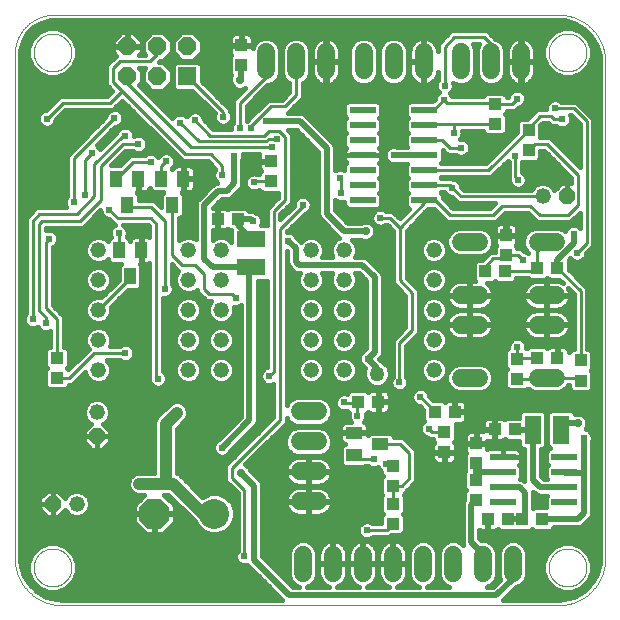
<source format=gbl>
G75*
%MOIN*%
%OFA0B0*%
%FSLAX25Y25*%
%IPPOS*%
%LPD*%
%AMOC8*
5,1,8,0,0,1.08239X$1,22.5*
%
%ADD10C,0.00000*%
%ADD11R,0.03937X0.04331*%
%ADD12R,0.04331X0.03937*%
%ADD13R,0.09449X0.05512*%
%ADD14C,0.05200*%
%ADD15R,0.03937X0.05512*%
%ADD16C,0.06000*%
%ADD17R,0.08661X0.02362*%
%ADD18R,0.08700X0.02400*%
%ADD19R,0.06000X0.06000*%
%ADD20OC8,0.06000*%
%ADD21OC8,0.05200*%
%ADD22R,0.05512X0.09449*%
%ADD23C,0.10000*%
%ADD24OC8,0.10000*%
%ADD25R,0.05512X0.03937*%
%ADD26C,0.05000*%
%ADD27C,0.02420*%
%ADD28C,0.01969*%
%ADD29C,0.02775*%
%ADD30C,0.01000*%
%ADD31C,0.01600*%
%ADD32C,0.03562*%
%ADD33C,0.03937*%
D10*
X0007977Y0017548D02*
X0007977Y0185550D01*
X0014277Y0186052D02*
X0014279Y0186210D01*
X0014285Y0186368D01*
X0014295Y0186526D01*
X0014309Y0186684D01*
X0014327Y0186841D01*
X0014348Y0186998D01*
X0014374Y0187154D01*
X0014404Y0187310D01*
X0014437Y0187465D01*
X0014475Y0187618D01*
X0014516Y0187771D01*
X0014561Y0187923D01*
X0014610Y0188074D01*
X0014663Y0188223D01*
X0014719Y0188371D01*
X0014779Y0188517D01*
X0014843Y0188662D01*
X0014911Y0188805D01*
X0014982Y0188947D01*
X0015056Y0189087D01*
X0015134Y0189224D01*
X0015216Y0189360D01*
X0015300Y0189494D01*
X0015389Y0189625D01*
X0015480Y0189754D01*
X0015575Y0189881D01*
X0015672Y0190006D01*
X0015773Y0190128D01*
X0015877Y0190247D01*
X0015984Y0190364D01*
X0016094Y0190478D01*
X0016207Y0190589D01*
X0016322Y0190698D01*
X0016440Y0190803D01*
X0016561Y0190905D01*
X0016684Y0191005D01*
X0016810Y0191101D01*
X0016938Y0191194D01*
X0017068Y0191284D01*
X0017201Y0191370D01*
X0017336Y0191454D01*
X0017472Y0191533D01*
X0017611Y0191610D01*
X0017752Y0191682D01*
X0017894Y0191752D01*
X0018038Y0191817D01*
X0018184Y0191879D01*
X0018331Y0191937D01*
X0018480Y0191992D01*
X0018630Y0192043D01*
X0018781Y0192090D01*
X0018933Y0192133D01*
X0019086Y0192172D01*
X0019241Y0192208D01*
X0019396Y0192239D01*
X0019552Y0192267D01*
X0019708Y0192291D01*
X0019865Y0192311D01*
X0020023Y0192327D01*
X0020180Y0192339D01*
X0020339Y0192347D01*
X0020497Y0192351D01*
X0020655Y0192351D01*
X0020813Y0192347D01*
X0020972Y0192339D01*
X0021129Y0192327D01*
X0021287Y0192311D01*
X0021444Y0192291D01*
X0021600Y0192267D01*
X0021756Y0192239D01*
X0021911Y0192208D01*
X0022066Y0192172D01*
X0022219Y0192133D01*
X0022371Y0192090D01*
X0022522Y0192043D01*
X0022672Y0191992D01*
X0022821Y0191937D01*
X0022968Y0191879D01*
X0023114Y0191817D01*
X0023258Y0191752D01*
X0023400Y0191682D01*
X0023541Y0191610D01*
X0023680Y0191533D01*
X0023816Y0191454D01*
X0023951Y0191370D01*
X0024084Y0191284D01*
X0024214Y0191194D01*
X0024342Y0191101D01*
X0024468Y0191005D01*
X0024591Y0190905D01*
X0024712Y0190803D01*
X0024830Y0190698D01*
X0024945Y0190589D01*
X0025058Y0190478D01*
X0025168Y0190364D01*
X0025275Y0190247D01*
X0025379Y0190128D01*
X0025480Y0190006D01*
X0025577Y0189881D01*
X0025672Y0189754D01*
X0025763Y0189625D01*
X0025852Y0189494D01*
X0025936Y0189360D01*
X0026018Y0189224D01*
X0026096Y0189087D01*
X0026170Y0188947D01*
X0026241Y0188805D01*
X0026309Y0188662D01*
X0026373Y0188517D01*
X0026433Y0188371D01*
X0026489Y0188223D01*
X0026542Y0188074D01*
X0026591Y0187923D01*
X0026636Y0187771D01*
X0026677Y0187618D01*
X0026715Y0187465D01*
X0026748Y0187310D01*
X0026778Y0187154D01*
X0026804Y0186998D01*
X0026825Y0186841D01*
X0026843Y0186684D01*
X0026857Y0186526D01*
X0026867Y0186368D01*
X0026873Y0186210D01*
X0026875Y0186052D01*
X0026873Y0185894D01*
X0026867Y0185736D01*
X0026857Y0185578D01*
X0026843Y0185420D01*
X0026825Y0185263D01*
X0026804Y0185106D01*
X0026778Y0184950D01*
X0026748Y0184794D01*
X0026715Y0184639D01*
X0026677Y0184486D01*
X0026636Y0184333D01*
X0026591Y0184181D01*
X0026542Y0184030D01*
X0026489Y0183881D01*
X0026433Y0183733D01*
X0026373Y0183587D01*
X0026309Y0183442D01*
X0026241Y0183299D01*
X0026170Y0183157D01*
X0026096Y0183017D01*
X0026018Y0182880D01*
X0025936Y0182744D01*
X0025852Y0182610D01*
X0025763Y0182479D01*
X0025672Y0182350D01*
X0025577Y0182223D01*
X0025480Y0182098D01*
X0025379Y0181976D01*
X0025275Y0181857D01*
X0025168Y0181740D01*
X0025058Y0181626D01*
X0024945Y0181515D01*
X0024830Y0181406D01*
X0024712Y0181301D01*
X0024591Y0181199D01*
X0024468Y0181099D01*
X0024342Y0181003D01*
X0024214Y0180910D01*
X0024084Y0180820D01*
X0023951Y0180734D01*
X0023816Y0180650D01*
X0023680Y0180571D01*
X0023541Y0180494D01*
X0023400Y0180422D01*
X0023258Y0180352D01*
X0023114Y0180287D01*
X0022968Y0180225D01*
X0022821Y0180167D01*
X0022672Y0180112D01*
X0022522Y0180061D01*
X0022371Y0180014D01*
X0022219Y0179971D01*
X0022066Y0179932D01*
X0021911Y0179896D01*
X0021756Y0179865D01*
X0021600Y0179837D01*
X0021444Y0179813D01*
X0021287Y0179793D01*
X0021129Y0179777D01*
X0020972Y0179765D01*
X0020813Y0179757D01*
X0020655Y0179753D01*
X0020497Y0179753D01*
X0020339Y0179757D01*
X0020180Y0179765D01*
X0020023Y0179777D01*
X0019865Y0179793D01*
X0019708Y0179813D01*
X0019552Y0179837D01*
X0019396Y0179865D01*
X0019241Y0179896D01*
X0019086Y0179932D01*
X0018933Y0179971D01*
X0018781Y0180014D01*
X0018630Y0180061D01*
X0018480Y0180112D01*
X0018331Y0180167D01*
X0018184Y0180225D01*
X0018038Y0180287D01*
X0017894Y0180352D01*
X0017752Y0180422D01*
X0017611Y0180494D01*
X0017472Y0180571D01*
X0017336Y0180650D01*
X0017201Y0180734D01*
X0017068Y0180820D01*
X0016938Y0180910D01*
X0016810Y0181003D01*
X0016684Y0181099D01*
X0016561Y0181199D01*
X0016440Y0181301D01*
X0016322Y0181406D01*
X0016207Y0181515D01*
X0016094Y0181626D01*
X0015984Y0181740D01*
X0015877Y0181857D01*
X0015773Y0181976D01*
X0015672Y0182098D01*
X0015575Y0182223D01*
X0015480Y0182350D01*
X0015389Y0182479D01*
X0015300Y0182610D01*
X0015216Y0182744D01*
X0015134Y0182880D01*
X0015056Y0183017D01*
X0014982Y0183157D01*
X0014911Y0183299D01*
X0014843Y0183442D01*
X0014779Y0183587D01*
X0014719Y0183733D01*
X0014663Y0183881D01*
X0014610Y0184030D01*
X0014561Y0184181D01*
X0014516Y0184333D01*
X0014475Y0184486D01*
X0014437Y0184639D01*
X0014404Y0184794D01*
X0014374Y0184950D01*
X0014348Y0185106D01*
X0014327Y0185263D01*
X0014309Y0185420D01*
X0014295Y0185578D01*
X0014285Y0185736D01*
X0014279Y0185894D01*
X0014277Y0186052D01*
X0007978Y0185550D02*
X0007982Y0185867D01*
X0007993Y0186183D01*
X0008012Y0186499D01*
X0008039Y0186814D01*
X0008074Y0187129D01*
X0008115Y0187443D01*
X0008165Y0187755D01*
X0008222Y0188067D01*
X0008287Y0188377D01*
X0008359Y0188685D01*
X0008438Y0188991D01*
X0008525Y0189296D01*
X0008619Y0189598D01*
X0008721Y0189898D01*
X0008829Y0190195D01*
X0008945Y0190490D01*
X0009068Y0190782D01*
X0009198Y0191070D01*
X0009335Y0191356D01*
X0009479Y0191638D01*
X0009629Y0191916D01*
X0009786Y0192191D01*
X0009950Y0192462D01*
X0010120Y0192729D01*
X0010297Y0192992D01*
X0010480Y0193250D01*
X0010669Y0193504D01*
X0010864Y0193753D01*
X0011065Y0193997D01*
X0011273Y0194237D01*
X0011485Y0194471D01*
X0011704Y0194700D01*
X0011928Y0194924D01*
X0012157Y0195143D01*
X0012391Y0195355D01*
X0012631Y0195563D01*
X0012875Y0195764D01*
X0013124Y0195959D01*
X0013378Y0196148D01*
X0013636Y0196331D01*
X0013899Y0196508D01*
X0014166Y0196678D01*
X0014437Y0196842D01*
X0014712Y0196999D01*
X0014990Y0197149D01*
X0015272Y0197293D01*
X0015558Y0197430D01*
X0015846Y0197560D01*
X0016138Y0197683D01*
X0016433Y0197799D01*
X0016730Y0197907D01*
X0017030Y0198009D01*
X0017332Y0198103D01*
X0017637Y0198190D01*
X0017943Y0198269D01*
X0018251Y0198341D01*
X0018561Y0198406D01*
X0018873Y0198463D01*
X0019185Y0198513D01*
X0019499Y0198554D01*
X0019814Y0198589D01*
X0020129Y0198616D01*
X0020445Y0198635D01*
X0020761Y0198646D01*
X0021078Y0198650D01*
X0189080Y0198650D01*
X0185930Y0186052D02*
X0185932Y0186210D01*
X0185938Y0186368D01*
X0185948Y0186526D01*
X0185962Y0186684D01*
X0185980Y0186841D01*
X0186001Y0186998D01*
X0186027Y0187154D01*
X0186057Y0187310D01*
X0186090Y0187465D01*
X0186128Y0187618D01*
X0186169Y0187771D01*
X0186214Y0187923D01*
X0186263Y0188074D01*
X0186316Y0188223D01*
X0186372Y0188371D01*
X0186432Y0188517D01*
X0186496Y0188662D01*
X0186564Y0188805D01*
X0186635Y0188947D01*
X0186709Y0189087D01*
X0186787Y0189224D01*
X0186869Y0189360D01*
X0186953Y0189494D01*
X0187042Y0189625D01*
X0187133Y0189754D01*
X0187228Y0189881D01*
X0187325Y0190006D01*
X0187426Y0190128D01*
X0187530Y0190247D01*
X0187637Y0190364D01*
X0187747Y0190478D01*
X0187860Y0190589D01*
X0187975Y0190698D01*
X0188093Y0190803D01*
X0188214Y0190905D01*
X0188337Y0191005D01*
X0188463Y0191101D01*
X0188591Y0191194D01*
X0188721Y0191284D01*
X0188854Y0191370D01*
X0188989Y0191454D01*
X0189125Y0191533D01*
X0189264Y0191610D01*
X0189405Y0191682D01*
X0189547Y0191752D01*
X0189691Y0191817D01*
X0189837Y0191879D01*
X0189984Y0191937D01*
X0190133Y0191992D01*
X0190283Y0192043D01*
X0190434Y0192090D01*
X0190586Y0192133D01*
X0190739Y0192172D01*
X0190894Y0192208D01*
X0191049Y0192239D01*
X0191205Y0192267D01*
X0191361Y0192291D01*
X0191518Y0192311D01*
X0191676Y0192327D01*
X0191833Y0192339D01*
X0191992Y0192347D01*
X0192150Y0192351D01*
X0192308Y0192351D01*
X0192466Y0192347D01*
X0192625Y0192339D01*
X0192782Y0192327D01*
X0192940Y0192311D01*
X0193097Y0192291D01*
X0193253Y0192267D01*
X0193409Y0192239D01*
X0193564Y0192208D01*
X0193719Y0192172D01*
X0193872Y0192133D01*
X0194024Y0192090D01*
X0194175Y0192043D01*
X0194325Y0191992D01*
X0194474Y0191937D01*
X0194621Y0191879D01*
X0194767Y0191817D01*
X0194911Y0191752D01*
X0195053Y0191682D01*
X0195194Y0191610D01*
X0195333Y0191533D01*
X0195469Y0191454D01*
X0195604Y0191370D01*
X0195737Y0191284D01*
X0195867Y0191194D01*
X0195995Y0191101D01*
X0196121Y0191005D01*
X0196244Y0190905D01*
X0196365Y0190803D01*
X0196483Y0190698D01*
X0196598Y0190589D01*
X0196711Y0190478D01*
X0196821Y0190364D01*
X0196928Y0190247D01*
X0197032Y0190128D01*
X0197133Y0190006D01*
X0197230Y0189881D01*
X0197325Y0189754D01*
X0197416Y0189625D01*
X0197505Y0189494D01*
X0197589Y0189360D01*
X0197671Y0189224D01*
X0197749Y0189087D01*
X0197823Y0188947D01*
X0197894Y0188805D01*
X0197962Y0188662D01*
X0198026Y0188517D01*
X0198086Y0188371D01*
X0198142Y0188223D01*
X0198195Y0188074D01*
X0198244Y0187923D01*
X0198289Y0187771D01*
X0198330Y0187618D01*
X0198368Y0187465D01*
X0198401Y0187310D01*
X0198431Y0187154D01*
X0198457Y0186998D01*
X0198478Y0186841D01*
X0198496Y0186684D01*
X0198510Y0186526D01*
X0198520Y0186368D01*
X0198526Y0186210D01*
X0198528Y0186052D01*
X0198526Y0185894D01*
X0198520Y0185736D01*
X0198510Y0185578D01*
X0198496Y0185420D01*
X0198478Y0185263D01*
X0198457Y0185106D01*
X0198431Y0184950D01*
X0198401Y0184794D01*
X0198368Y0184639D01*
X0198330Y0184486D01*
X0198289Y0184333D01*
X0198244Y0184181D01*
X0198195Y0184030D01*
X0198142Y0183881D01*
X0198086Y0183733D01*
X0198026Y0183587D01*
X0197962Y0183442D01*
X0197894Y0183299D01*
X0197823Y0183157D01*
X0197749Y0183017D01*
X0197671Y0182880D01*
X0197589Y0182744D01*
X0197505Y0182610D01*
X0197416Y0182479D01*
X0197325Y0182350D01*
X0197230Y0182223D01*
X0197133Y0182098D01*
X0197032Y0181976D01*
X0196928Y0181857D01*
X0196821Y0181740D01*
X0196711Y0181626D01*
X0196598Y0181515D01*
X0196483Y0181406D01*
X0196365Y0181301D01*
X0196244Y0181199D01*
X0196121Y0181099D01*
X0195995Y0181003D01*
X0195867Y0180910D01*
X0195737Y0180820D01*
X0195604Y0180734D01*
X0195469Y0180650D01*
X0195333Y0180571D01*
X0195194Y0180494D01*
X0195053Y0180422D01*
X0194911Y0180352D01*
X0194767Y0180287D01*
X0194621Y0180225D01*
X0194474Y0180167D01*
X0194325Y0180112D01*
X0194175Y0180061D01*
X0194024Y0180014D01*
X0193872Y0179971D01*
X0193719Y0179932D01*
X0193564Y0179896D01*
X0193409Y0179865D01*
X0193253Y0179837D01*
X0193097Y0179813D01*
X0192940Y0179793D01*
X0192782Y0179777D01*
X0192625Y0179765D01*
X0192466Y0179757D01*
X0192308Y0179753D01*
X0192150Y0179753D01*
X0191992Y0179757D01*
X0191833Y0179765D01*
X0191676Y0179777D01*
X0191518Y0179793D01*
X0191361Y0179813D01*
X0191205Y0179837D01*
X0191049Y0179865D01*
X0190894Y0179896D01*
X0190739Y0179932D01*
X0190586Y0179971D01*
X0190434Y0180014D01*
X0190283Y0180061D01*
X0190133Y0180112D01*
X0189984Y0180167D01*
X0189837Y0180225D01*
X0189691Y0180287D01*
X0189547Y0180352D01*
X0189405Y0180422D01*
X0189264Y0180494D01*
X0189125Y0180571D01*
X0188989Y0180650D01*
X0188854Y0180734D01*
X0188721Y0180820D01*
X0188591Y0180910D01*
X0188463Y0181003D01*
X0188337Y0181099D01*
X0188214Y0181199D01*
X0188093Y0181301D01*
X0187975Y0181406D01*
X0187860Y0181515D01*
X0187747Y0181626D01*
X0187637Y0181740D01*
X0187530Y0181857D01*
X0187426Y0181976D01*
X0187325Y0182098D01*
X0187228Y0182223D01*
X0187133Y0182350D01*
X0187042Y0182479D01*
X0186953Y0182610D01*
X0186869Y0182744D01*
X0186787Y0182880D01*
X0186709Y0183017D01*
X0186635Y0183157D01*
X0186564Y0183299D01*
X0186496Y0183442D01*
X0186432Y0183587D01*
X0186372Y0183733D01*
X0186316Y0183881D01*
X0186263Y0184030D01*
X0186214Y0184181D01*
X0186169Y0184333D01*
X0186128Y0184486D01*
X0186090Y0184639D01*
X0186057Y0184794D01*
X0186027Y0184950D01*
X0186001Y0185106D01*
X0185980Y0185263D01*
X0185962Y0185420D01*
X0185948Y0185578D01*
X0185938Y0185736D01*
X0185932Y0185894D01*
X0185930Y0186052D01*
X0189080Y0198650D02*
X0189461Y0198645D01*
X0189841Y0198632D01*
X0190221Y0198609D01*
X0190600Y0198576D01*
X0190978Y0198535D01*
X0191355Y0198485D01*
X0191731Y0198425D01*
X0192106Y0198357D01*
X0192478Y0198279D01*
X0192849Y0198192D01*
X0193217Y0198097D01*
X0193583Y0197992D01*
X0193946Y0197879D01*
X0194307Y0197757D01*
X0194664Y0197627D01*
X0195018Y0197487D01*
X0195369Y0197340D01*
X0195716Y0197183D01*
X0196059Y0197019D01*
X0196398Y0196846D01*
X0196733Y0196665D01*
X0197064Y0196476D01*
X0197389Y0196279D01*
X0197710Y0196075D01*
X0198026Y0195862D01*
X0198336Y0195642D01*
X0198642Y0195415D01*
X0198941Y0195180D01*
X0199235Y0194938D01*
X0199523Y0194690D01*
X0199805Y0194434D01*
X0200080Y0194171D01*
X0200349Y0193902D01*
X0200612Y0193627D01*
X0200868Y0193345D01*
X0201116Y0193057D01*
X0201358Y0192763D01*
X0201593Y0192464D01*
X0201820Y0192158D01*
X0202040Y0191848D01*
X0202253Y0191532D01*
X0202457Y0191211D01*
X0202654Y0190886D01*
X0202843Y0190555D01*
X0203024Y0190220D01*
X0203197Y0189881D01*
X0203361Y0189538D01*
X0203518Y0189191D01*
X0203665Y0188840D01*
X0203805Y0188486D01*
X0203935Y0188129D01*
X0204057Y0187768D01*
X0204170Y0187405D01*
X0204275Y0187039D01*
X0204370Y0186671D01*
X0204457Y0186300D01*
X0204535Y0185928D01*
X0204603Y0185553D01*
X0204663Y0185177D01*
X0204713Y0184800D01*
X0204754Y0184422D01*
X0204787Y0184043D01*
X0204810Y0183663D01*
X0204823Y0183283D01*
X0204828Y0182902D01*
X0204828Y0017548D01*
X0185930Y0014398D02*
X0185932Y0014556D01*
X0185938Y0014714D01*
X0185948Y0014872D01*
X0185962Y0015030D01*
X0185980Y0015187D01*
X0186001Y0015344D01*
X0186027Y0015500D01*
X0186057Y0015656D01*
X0186090Y0015811D01*
X0186128Y0015964D01*
X0186169Y0016117D01*
X0186214Y0016269D01*
X0186263Y0016420D01*
X0186316Y0016569D01*
X0186372Y0016717D01*
X0186432Y0016863D01*
X0186496Y0017008D01*
X0186564Y0017151D01*
X0186635Y0017293D01*
X0186709Y0017433D01*
X0186787Y0017570D01*
X0186869Y0017706D01*
X0186953Y0017840D01*
X0187042Y0017971D01*
X0187133Y0018100D01*
X0187228Y0018227D01*
X0187325Y0018352D01*
X0187426Y0018474D01*
X0187530Y0018593D01*
X0187637Y0018710D01*
X0187747Y0018824D01*
X0187860Y0018935D01*
X0187975Y0019044D01*
X0188093Y0019149D01*
X0188214Y0019251D01*
X0188337Y0019351D01*
X0188463Y0019447D01*
X0188591Y0019540D01*
X0188721Y0019630D01*
X0188854Y0019716D01*
X0188989Y0019800D01*
X0189125Y0019879D01*
X0189264Y0019956D01*
X0189405Y0020028D01*
X0189547Y0020098D01*
X0189691Y0020163D01*
X0189837Y0020225D01*
X0189984Y0020283D01*
X0190133Y0020338D01*
X0190283Y0020389D01*
X0190434Y0020436D01*
X0190586Y0020479D01*
X0190739Y0020518D01*
X0190894Y0020554D01*
X0191049Y0020585D01*
X0191205Y0020613D01*
X0191361Y0020637D01*
X0191518Y0020657D01*
X0191676Y0020673D01*
X0191833Y0020685D01*
X0191992Y0020693D01*
X0192150Y0020697D01*
X0192308Y0020697D01*
X0192466Y0020693D01*
X0192625Y0020685D01*
X0192782Y0020673D01*
X0192940Y0020657D01*
X0193097Y0020637D01*
X0193253Y0020613D01*
X0193409Y0020585D01*
X0193564Y0020554D01*
X0193719Y0020518D01*
X0193872Y0020479D01*
X0194024Y0020436D01*
X0194175Y0020389D01*
X0194325Y0020338D01*
X0194474Y0020283D01*
X0194621Y0020225D01*
X0194767Y0020163D01*
X0194911Y0020098D01*
X0195053Y0020028D01*
X0195194Y0019956D01*
X0195333Y0019879D01*
X0195469Y0019800D01*
X0195604Y0019716D01*
X0195737Y0019630D01*
X0195867Y0019540D01*
X0195995Y0019447D01*
X0196121Y0019351D01*
X0196244Y0019251D01*
X0196365Y0019149D01*
X0196483Y0019044D01*
X0196598Y0018935D01*
X0196711Y0018824D01*
X0196821Y0018710D01*
X0196928Y0018593D01*
X0197032Y0018474D01*
X0197133Y0018352D01*
X0197230Y0018227D01*
X0197325Y0018100D01*
X0197416Y0017971D01*
X0197505Y0017840D01*
X0197589Y0017706D01*
X0197671Y0017570D01*
X0197749Y0017433D01*
X0197823Y0017293D01*
X0197894Y0017151D01*
X0197962Y0017008D01*
X0198026Y0016863D01*
X0198086Y0016717D01*
X0198142Y0016569D01*
X0198195Y0016420D01*
X0198244Y0016269D01*
X0198289Y0016117D01*
X0198330Y0015964D01*
X0198368Y0015811D01*
X0198401Y0015656D01*
X0198431Y0015500D01*
X0198457Y0015344D01*
X0198478Y0015187D01*
X0198496Y0015030D01*
X0198510Y0014872D01*
X0198520Y0014714D01*
X0198526Y0014556D01*
X0198528Y0014398D01*
X0198526Y0014240D01*
X0198520Y0014082D01*
X0198510Y0013924D01*
X0198496Y0013766D01*
X0198478Y0013609D01*
X0198457Y0013452D01*
X0198431Y0013296D01*
X0198401Y0013140D01*
X0198368Y0012985D01*
X0198330Y0012832D01*
X0198289Y0012679D01*
X0198244Y0012527D01*
X0198195Y0012376D01*
X0198142Y0012227D01*
X0198086Y0012079D01*
X0198026Y0011933D01*
X0197962Y0011788D01*
X0197894Y0011645D01*
X0197823Y0011503D01*
X0197749Y0011363D01*
X0197671Y0011226D01*
X0197589Y0011090D01*
X0197505Y0010956D01*
X0197416Y0010825D01*
X0197325Y0010696D01*
X0197230Y0010569D01*
X0197133Y0010444D01*
X0197032Y0010322D01*
X0196928Y0010203D01*
X0196821Y0010086D01*
X0196711Y0009972D01*
X0196598Y0009861D01*
X0196483Y0009752D01*
X0196365Y0009647D01*
X0196244Y0009545D01*
X0196121Y0009445D01*
X0195995Y0009349D01*
X0195867Y0009256D01*
X0195737Y0009166D01*
X0195604Y0009080D01*
X0195469Y0008996D01*
X0195333Y0008917D01*
X0195194Y0008840D01*
X0195053Y0008768D01*
X0194911Y0008698D01*
X0194767Y0008633D01*
X0194621Y0008571D01*
X0194474Y0008513D01*
X0194325Y0008458D01*
X0194175Y0008407D01*
X0194024Y0008360D01*
X0193872Y0008317D01*
X0193719Y0008278D01*
X0193564Y0008242D01*
X0193409Y0008211D01*
X0193253Y0008183D01*
X0193097Y0008159D01*
X0192940Y0008139D01*
X0192782Y0008123D01*
X0192625Y0008111D01*
X0192466Y0008103D01*
X0192308Y0008099D01*
X0192150Y0008099D01*
X0191992Y0008103D01*
X0191833Y0008111D01*
X0191676Y0008123D01*
X0191518Y0008139D01*
X0191361Y0008159D01*
X0191205Y0008183D01*
X0191049Y0008211D01*
X0190894Y0008242D01*
X0190739Y0008278D01*
X0190586Y0008317D01*
X0190434Y0008360D01*
X0190283Y0008407D01*
X0190133Y0008458D01*
X0189984Y0008513D01*
X0189837Y0008571D01*
X0189691Y0008633D01*
X0189547Y0008698D01*
X0189405Y0008768D01*
X0189264Y0008840D01*
X0189125Y0008917D01*
X0188989Y0008996D01*
X0188854Y0009080D01*
X0188721Y0009166D01*
X0188591Y0009256D01*
X0188463Y0009349D01*
X0188337Y0009445D01*
X0188214Y0009545D01*
X0188093Y0009647D01*
X0187975Y0009752D01*
X0187860Y0009861D01*
X0187747Y0009972D01*
X0187637Y0010086D01*
X0187530Y0010203D01*
X0187426Y0010322D01*
X0187325Y0010444D01*
X0187228Y0010569D01*
X0187133Y0010696D01*
X0187042Y0010825D01*
X0186953Y0010956D01*
X0186869Y0011090D01*
X0186787Y0011226D01*
X0186709Y0011363D01*
X0186635Y0011503D01*
X0186564Y0011645D01*
X0186496Y0011788D01*
X0186432Y0011933D01*
X0186372Y0012079D01*
X0186316Y0012227D01*
X0186263Y0012376D01*
X0186214Y0012527D01*
X0186169Y0012679D01*
X0186128Y0012832D01*
X0186090Y0012985D01*
X0186057Y0013140D01*
X0186027Y0013296D01*
X0186001Y0013452D01*
X0185980Y0013609D01*
X0185962Y0013766D01*
X0185948Y0013924D01*
X0185938Y0014082D01*
X0185932Y0014240D01*
X0185930Y0014398D01*
X0189080Y0001800D02*
X0189461Y0001805D01*
X0189841Y0001818D01*
X0190221Y0001841D01*
X0190600Y0001874D01*
X0190978Y0001915D01*
X0191355Y0001965D01*
X0191731Y0002025D01*
X0192106Y0002093D01*
X0192478Y0002171D01*
X0192849Y0002258D01*
X0193217Y0002353D01*
X0193583Y0002458D01*
X0193946Y0002571D01*
X0194307Y0002693D01*
X0194664Y0002823D01*
X0195018Y0002963D01*
X0195369Y0003110D01*
X0195716Y0003267D01*
X0196059Y0003431D01*
X0196398Y0003604D01*
X0196733Y0003785D01*
X0197064Y0003974D01*
X0197389Y0004171D01*
X0197710Y0004375D01*
X0198026Y0004588D01*
X0198336Y0004808D01*
X0198642Y0005035D01*
X0198941Y0005270D01*
X0199235Y0005512D01*
X0199523Y0005760D01*
X0199805Y0006016D01*
X0200080Y0006279D01*
X0200349Y0006548D01*
X0200612Y0006823D01*
X0200868Y0007105D01*
X0201116Y0007393D01*
X0201358Y0007687D01*
X0201593Y0007986D01*
X0201820Y0008292D01*
X0202040Y0008602D01*
X0202253Y0008918D01*
X0202457Y0009239D01*
X0202654Y0009564D01*
X0202843Y0009895D01*
X0203024Y0010230D01*
X0203197Y0010569D01*
X0203361Y0010912D01*
X0203518Y0011259D01*
X0203665Y0011610D01*
X0203805Y0011964D01*
X0203935Y0012321D01*
X0204057Y0012682D01*
X0204170Y0013045D01*
X0204275Y0013411D01*
X0204370Y0013779D01*
X0204457Y0014150D01*
X0204535Y0014522D01*
X0204603Y0014897D01*
X0204663Y0015273D01*
X0204713Y0015650D01*
X0204754Y0016028D01*
X0204787Y0016407D01*
X0204810Y0016787D01*
X0204823Y0017167D01*
X0204828Y0017548D01*
X0189080Y0001800D02*
X0023725Y0001800D01*
X0014277Y0014398D02*
X0014279Y0014556D01*
X0014285Y0014714D01*
X0014295Y0014872D01*
X0014309Y0015030D01*
X0014327Y0015187D01*
X0014348Y0015344D01*
X0014374Y0015500D01*
X0014404Y0015656D01*
X0014437Y0015811D01*
X0014475Y0015964D01*
X0014516Y0016117D01*
X0014561Y0016269D01*
X0014610Y0016420D01*
X0014663Y0016569D01*
X0014719Y0016717D01*
X0014779Y0016863D01*
X0014843Y0017008D01*
X0014911Y0017151D01*
X0014982Y0017293D01*
X0015056Y0017433D01*
X0015134Y0017570D01*
X0015216Y0017706D01*
X0015300Y0017840D01*
X0015389Y0017971D01*
X0015480Y0018100D01*
X0015575Y0018227D01*
X0015672Y0018352D01*
X0015773Y0018474D01*
X0015877Y0018593D01*
X0015984Y0018710D01*
X0016094Y0018824D01*
X0016207Y0018935D01*
X0016322Y0019044D01*
X0016440Y0019149D01*
X0016561Y0019251D01*
X0016684Y0019351D01*
X0016810Y0019447D01*
X0016938Y0019540D01*
X0017068Y0019630D01*
X0017201Y0019716D01*
X0017336Y0019800D01*
X0017472Y0019879D01*
X0017611Y0019956D01*
X0017752Y0020028D01*
X0017894Y0020098D01*
X0018038Y0020163D01*
X0018184Y0020225D01*
X0018331Y0020283D01*
X0018480Y0020338D01*
X0018630Y0020389D01*
X0018781Y0020436D01*
X0018933Y0020479D01*
X0019086Y0020518D01*
X0019241Y0020554D01*
X0019396Y0020585D01*
X0019552Y0020613D01*
X0019708Y0020637D01*
X0019865Y0020657D01*
X0020023Y0020673D01*
X0020180Y0020685D01*
X0020339Y0020693D01*
X0020497Y0020697D01*
X0020655Y0020697D01*
X0020813Y0020693D01*
X0020972Y0020685D01*
X0021129Y0020673D01*
X0021287Y0020657D01*
X0021444Y0020637D01*
X0021600Y0020613D01*
X0021756Y0020585D01*
X0021911Y0020554D01*
X0022066Y0020518D01*
X0022219Y0020479D01*
X0022371Y0020436D01*
X0022522Y0020389D01*
X0022672Y0020338D01*
X0022821Y0020283D01*
X0022968Y0020225D01*
X0023114Y0020163D01*
X0023258Y0020098D01*
X0023400Y0020028D01*
X0023541Y0019956D01*
X0023680Y0019879D01*
X0023816Y0019800D01*
X0023951Y0019716D01*
X0024084Y0019630D01*
X0024214Y0019540D01*
X0024342Y0019447D01*
X0024468Y0019351D01*
X0024591Y0019251D01*
X0024712Y0019149D01*
X0024830Y0019044D01*
X0024945Y0018935D01*
X0025058Y0018824D01*
X0025168Y0018710D01*
X0025275Y0018593D01*
X0025379Y0018474D01*
X0025480Y0018352D01*
X0025577Y0018227D01*
X0025672Y0018100D01*
X0025763Y0017971D01*
X0025852Y0017840D01*
X0025936Y0017706D01*
X0026018Y0017570D01*
X0026096Y0017433D01*
X0026170Y0017293D01*
X0026241Y0017151D01*
X0026309Y0017008D01*
X0026373Y0016863D01*
X0026433Y0016717D01*
X0026489Y0016569D01*
X0026542Y0016420D01*
X0026591Y0016269D01*
X0026636Y0016117D01*
X0026677Y0015964D01*
X0026715Y0015811D01*
X0026748Y0015656D01*
X0026778Y0015500D01*
X0026804Y0015344D01*
X0026825Y0015187D01*
X0026843Y0015030D01*
X0026857Y0014872D01*
X0026867Y0014714D01*
X0026873Y0014556D01*
X0026875Y0014398D01*
X0026873Y0014240D01*
X0026867Y0014082D01*
X0026857Y0013924D01*
X0026843Y0013766D01*
X0026825Y0013609D01*
X0026804Y0013452D01*
X0026778Y0013296D01*
X0026748Y0013140D01*
X0026715Y0012985D01*
X0026677Y0012832D01*
X0026636Y0012679D01*
X0026591Y0012527D01*
X0026542Y0012376D01*
X0026489Y0012227D01*
X0026433Y0012079D01*
X0026373Y0011933D01*
X0026309Y0011788D01*
X0026241Y0011645D01*
X0026170Y0011503D01*
X0026096Y0011363D01*
X0026018Y0011226D01*
X0025936Y0011090D01*
X0025852Y0010956D01*
X0025763Y0010825D01*
X0025672Y0010696D01*
X0025577Y0010569D01*
X0025480Y0010444D01*
X0025379Y0010322D01*
X0025275Y0010203D01*
X0025168Y0010086D01*
X0025058Y0009972D01*
X0024945Y0009861D01*
X0024830Y0009752D01*
X0024712Y0009647D01*
X0024591Y0009545D01*
X0024468Y0009445D01*
X0024342Y0009349D01*
X0024214Y0009256D01*
X0024084Y0009166D01*
X0023951Y0009080D01*
X0023816Y0008996D01*
X0023680Y0008917D01*
X0023541Y0008840D01*
X0023400Y0008768D01*
X0023258Y0008698D01*
X0023114Y0008633D01*
X0022968Y0008571D01*
X0022821Y0008513D01*
X0022672Y0008458D01*
X0022522Y0008407D01*
X0022371Y0008360D01*
X0022219Y0008317D01*
X0022066Y0008278D01*
X0021911Y0008242D01*
X0021756Y0008211D01*
X0021600Y0008183D01*
X0021444Y0008159D01*
X0021287Y0008139D01*
X0021129Y0008123D01*
X0020972Y0008111D01*
X0020813Y0008103D01*
X0020655Y0008099D01*
X0020497Y0008099D01*
X0020339Y0008103D01*
X0020180Y0008111D01*
X0020023Y0008123D01*
X0019865Y0008139D01*
X0019708Y0008159D01*
X0019552Y0008183D01*
X0019396Y0008211D01*
X0019241Y0008242D01*
X0019086Y0008278D01*
X0018933Y0008317D01*
X0018781Y0008360D01*
X0018630Y0008407D01*
X0018480Y0008458D01*
X0018331Y0008513D01*
X0018184Y0008571D01*
X0018038Y0008633D01*
X0017894Y0008698D01*
X0017752Y0008768D01*
X0017611Y0008840D01*
X0017472Y0008917D01*
X0017336Y0008996D01*
X0017201Y0009080D01*
X0017068Y0009166D01*
X0016938Y0009256D01*
X0016810Y0009349D01*
X0016684Y0009445D01*
X0016561Y0009545D01*
X0016440Y0009647D01*
X0016322Y0009752D01*
X0016207Y0009861D01*
X0016094Y0009972D01*
X0015984Y0010086D01*
X0015877Y0010203D01*
X0015773Y0010322D01*
X0015672Y0010444D01*
X0015575Y0010569D01*
X0015480Y0010696D01*
X0015389Y0010825D01*
X0015300Y0010956D01*
X0015216Y0011090D01*
X0015134Y0011226D01*
X0015056Y0011363D01*
X0014982Y0011503D01*
X0014911Y0011645D01*
X0014843Y0011788D01*
X0014779Y0011933D01*
X0014719Y0012079D01*
X0014663Y0012227D01*
X0014610Y0012376D01*
X0014561Y0012527D01*
X0014516Y0012679D01*
X0014475Y0012832D01*
X0014437Y0012985D01*
X0014404Y0013140D01*
X0014374Y0013296D01*
X0014348Y0013452D01*
X0014327Y0013609D01*
X0014309Y0013766D01*
X0014295Y0013924D01*
X0014285Y0014082D01*
X0014279Y0014240D01*
X0014277Y0014398D01*
X0007977Y0017548D02*
X0007982Y0017167D01*
X0007995Y0016787D01*
X0008018Y0016407D01*
X0008051Y0016028D01*
X0008092Y0015650D01*
X0008142Y0015273D01*
X0008202Y0014897D01*
X0008270Y0014522D01*
X0008348Y0014150D01*
X0008435Y0013779D01*
X0008530Y0013411D01*
X0008635Y0013045D01*
X0008748Y0012682D01*
X0008870Y0012321D01*
X0009000Y0011964D01*
X0009140Y0011610D01*
X0009287Y0011259D01*
X0009444Y0010912D01*
X0009608Y0010569D01*
X0009781Y0010230D01*
X0009962Y0009895D01*
X0010151Y0009564D01*
X0010348Y0009239D01*
X0010552Y0008918D01*
X0010765Y0008602D01*
X0010985Y0008292D01*
X0011212Y0007986D01*
X0011447Y0007687D01*
X0011689Y0007393D01*
X0011937Y0007105D01*
X0012193Y0006823D01*
X0012456Y0006548D01*
X0012725Y0006279D01*
X0013000Y0006016D01*
X0013282Y0005760D01*
X0013570Y0005512D01*
X0013864Y0005270D01*
X0014163Y0005035D01*
X0014469Y0004808D01*
X0014779Y0004588D01*
X0015095Y0004375D01*
X0015416Y0004171D01*
X0015741Y0003974D01*
X0016072Y0003785D01*
X0016407Y0003604D01*
X0016746Y0003431D01*
X0017089Y0003267D01*
X0017436Y0003110D01*
X0017787Y0002963D01*
X0018141Y0002823D01*
X0018498Y0002693D01*
X0018859Y0002571D01*
X0019222Y0002458D01*
X0019588Y0002353D01*
X0019956Y0002258D01*
X0020327Y0002171D01*
X0020699Y0002093D01*
X0021074Y0002025D01*
X0021450Y0001965D01*
X0021827Y0001915D01*
X0022205Y0001874D01*
X0022584Y0001841D01*
X0022964Y0001818D01*
X0023344Y0001805D01*
X0023725Y0001800D01*
D11*
X0122456Y0069588D03*
X0129149Y0069588D03*
X0147956Y0066313D03*
X0154649Y0066313D03*
X0161752Y0055759D03*
X0161752Y0049066D03*
X0165693Y0030625D03*
X0172386Y0030625D03*
X0177168Y0030625D03*
X0183861Y0030625D03*
X0171461Y0113050D03*
X0171727Y0118454D03*
X0171727Y0125146D03*
X0182131Y0114300D03*
X0188824Y0114300D03*
X0164768Y0113050D03*
X0093290Y0143141D03*
X0093290Y0149834D03*
X0083452Y0181766D03*
X0083452Y0188459D03*
D12*
X0082261Y0130550D03*
X0075568Y0130550D03*
X0022040Y0084209D03*
X0022040Y0077516D03*
X0134015Y0048271D03*
X0134015Y0041579D03*
X0133977Y0035571D03*
X0133977Y0028879D03*
X0151177Y0052791D03*
X0151177Y0059484D03*
X0167943Y0060425D03*
X0174636Y0060425D03*
X0175477Y0077204D03*
X0175477Y0083896D03*
X0182131Y0084300D03*
X0188824Y0084300D03*
X0196602Y0083384D03*
X0196602Y0076691D03*
X0161727Y0043521D03*
X0161727Y0036829D03*
X0179227Y0153454D03*
X0179227Y0160146D03*
X0167977Y0162204D03*
X0167977Y0168896D03*
D13*
X0086727Y0124024D03*
X0086727Y0114576D03*
D14*
X0076717Y0110225D03*
X0076717Y0100225D03*
X0076717Y0090225D03*
X0076717Y0080225D03*
X0065772Y0080225D03*
X0065772Y0090225D03*
X0065772Y0100225D03*
X0065772Y0110225D03*
X0065772Y0120225D03*
X0076717Y0120225D03*
X0106717Y0120225D03*
X0106717Y0110225D03*
X0106717Y0100225D03*
X0106717Y0090225D03*
X0106717Y0080225D03*
X0117662Y0080225D03*
X0117662Y0090225D03*
X0117662Y0100225D03*
X0117662Y0110225D03*
X0117662Y0120225D03*
X0147662Y0120225D03*
X0147662Y0110225D03*
X0147662Y0100225D03*
X0147662Y0090225D03*
X0147662Y0080225D03*
X0183977Y0138050D03*
X0035772Y0120225D03*
X0035772Y0110225D03*
X0035772Y0100225D03*
X0035772Y0090225D03*
X0035772Y0080225D03*
X0035365Y0066088D03*
X0028615Y0035600D03*
D15*
X0046415Y0111532D03*
X0050155Y0120193D03*
X0042675Y0120193D03*
X0045477Y0135282D03*
X0041737Y0143943D03*
X0049217Y0143943D03*
X0056737Y0143943D03*
X0064217Y0143943D03*
X0060477Y0135282D03*
D16*
X0091727Y0180050D02*
X0091727Y0186050D01*
X0101727Y0186050D02*
X0101727Y0180050D01*
X0111727Y0180050D02*
X0111727Y0186050D01*
X0124227Y0186050D02*
X0124227Y0180050D01*
X0134227Y0180050D02*
X0134227Y0186050D01*
X0144227Y0186050D02*
X0144227Y0180050D01*
X0156727Y0180050D02*
X0156727Y0186050D01*
X0166727Y0186050D02*
X0166727Y0180050D01*
X0176727Y0180050D02*
X0176727Y0186050D01*
X0182226Y0122905D02*
X0188226Y0122905D01*
X0188226Y0105105D02*
X0182226Y0105105D01*
X0182226Y0095346D02*
X0188226Y0095346D01*
X0188226Y0077546D02*
X0182226Y0077546D01*
X0162626Y0077546D02*
X0156626Y0077546D01*
X0156626Y0095346D02*
X0162626Y0095346D01*
X0162626Y0105105D02*
X0156626Y0105105D01*
X0156626Y0122905D02*
X0162626Y0122905D01*
X0108927Y0066400D02*
X0102927Y0066400D01*
X0102927Y0056400D02*
X0108927Y0056400D01*
X0108927Y0046400D02*
X0102927Y0046400D01*
X0102927Y0036400D02*
X0108927Y0036400D01*
X0104015Y0018613D02*
X0104015Y0012612D01*
X0114015Y0012612D02*
X0114015Y0018613D01*
X0124015Y0018613D02*
X0124015Y0012612D01*
X0134015Y0012612D02*
X0134015Y0018613D01*
X0144015Y0018613D02*
X0144015Y0012612D01*
X0154015Y0012612D02*
X0154015Y0018613D01*
X0164015Y0018613D02*
X0164015Y0012612D01*
X0174015Y0012612D02*
X0174015Y0018613D01*
D17*
X0144463Y0136800D03*
X0144463Y0141800D03*
X0144463Y0146800D03*
X0144463Y0151800D03*
X0144463Y0156800D03*
X0144463Y0161800D03*
X0144463Y0166800D03*
X0123991Y0166800D03*
X0123991Y0161800D03*
X0123991Y0156800D03*
X0123991Y0151800D03*
X0123991Y0146800D03*
X0123991Y0141800D03*
X0123991Y0136800D03*
D18*
X0170590Y0051062D03*
X0170590Y0046062D03*
X0170590Y0041063D03*
X0170590Y0036063D03*
X0191190Y0036063D03*
X0191190Y0041063D03*
X0191190Y0046062D03*
X0191190Y0051062D03*
D19*
X0065477Y0178050D03*
D20*
X0055477Y0178050D03*
X0045477Y0178050D03*
X0045477Y0188050D03*
X0055477Y0188050D03*
X0065477Y0188050D03*
D21*
X0191977Y0138050D03*
X0035365Y0058087D03*
X0020615Y0035600D03*
D22*
X0180640Y0060350D03*
X0190089Y0060350D03*
D23*
X0074515Y0032262D03*
D24*
X0054515Y0032262D03*
D25*
X0121096Y0051747D03*
X0121096Y0059228D03*
X0129758Y0055487D03*
D26*
X0128715Y0078988D03*
D27*
X0125627Y0084025D03*
X0122565Y0095312D03*
X0123377Y0103925D03*
X0137027Y0105062D03*
X0137515Y0095312D03*
X0136190Y0076063D03*
X0143177Y0071188D03*
X0145940Y0060625D03*
X0156827Y0057700D03*
X0156827Y0054450D03*
X0156827Y0051200D03*
X0156827Y0047950D03*
X0156827Y0044700D03*
X0156827Y0041450D03*
X0156827Y0038200D03*
X0156827Y0034950D03*
X0156827Y0031700D03*
X0156827Y0028450D03*
X0156827Y0025200D03*
X0163327Y0025200D03*
X0166577Y0025200D03*
X0169827Y0025200D03*
X0173077Y0025200D03*
X0179577Y0025200D03*
X0182827Y0025200D03*
X0186077Y0025200D03*
X0189327Y0025200D03*
X0192577Y0025200D03*
X0195827Y0025200D03*
X0199077Y0025200D03*
X0202177Y0025200D03*
X0202177Y0028450D03*
X0202177Y0031700D03*
X0202177Y0034950D03*
X0202177Y0038200D03*
X0202177Y0041450D03*
X0202177Y0044700D03*
X0202177Y0047950D03*
X0202177Y0051200D03*
X0202177Y0054450D03*
X0202177Y0057700D03*
X0202177Y0060950D03*
X0202177Y0064200D03*
X0202177Y0067450D03*
X0195677Y0067450D03*
X0192427Y0067450D03*
X0189177Y0067450D03*
X0185927Y0067450D03*
X0182677Y0067450D03*
X0179427Y0067450D03*
X0176327Y0067450D03*
X0173077Y0067450D03*
X0169827Y0067450D03*
X0166577Y0067450D03*
X0163327Y0067450D03*
X0167565Y0055462D03*
X0170815Y0055462D03*
X0174065Y0055462D03*
X0183002Y0036450D03*
X0197615Y0057537D03*
X0175477Y0087975D03*
X0177352Y0116800D03*
X0178277Y0131638D03*
X0175027Y0131638D03*
X0171777Y0131638D03*
X0166427Y0135088D03*
X0175677Y0143663D03*
X0179752Y0142888D03*
X0174865Y0151625D03*
X0173252Y0158325D03*
X0180402Y0166613D03*
X0175352Y0170638D03*
X0186252Y0160275D03*
X0190465Y0163813D03*
X0187977Y0167425D03*
X0196815Y0176687D03*
X0200552Y0172300D03*
X0190965Y0144188D03*
X0202002Y0142525D03*
X0202002Y0139275D03*
X0202002Y0136025D03*
X0194227Y0125550D03*
X0195477Y0119300D03*
X0156727Y0154300D03*
X0154227Y0159300D03*
X0150977Y0170313D03*
X0151302Y0175025D03*
X0139290Y0175062D03*
X0129215Y0175062D03*
X0117515Y0171650D03*
X0106865Y0175750D03*
X0104915Y0167625D03*
X0096627Y0175750D03*
X0091727Y0163050D03*
X0086727Y0160713D03*
X0085740Y0163888D03*
X0082977Y0160738D03*
X0077365Y0164625D03*
X0067940Y0163488D03*
X0063065Y0162675D03*
X0060552Y0172500D03*
X0051615Y0174287D03*
X0041202Y0164300D03*
X0035365Y0165513D03*
X0038452Y0157063D03*
X0033652Y0152600D03*
X0044790Y0158363D03*
X0049190Y0155550D03*
X0053290Y0149613D03*
X0058402Y0149725D03*
X0054865Y0138050D03*
X0050965Y0138050D03*
X0046052Y0127800D03*
X0042665Y0125862D03*
X0035977Y0130725D03*
X0039540Y0133675D03*
X0031415Y0138675D03*
X0027665Y0136175D03*
X0023752Y0134925D03*
X0023752Y0138175D03*
X0010590Y0136550D03*
X0019540Y0123987D03*
X0025702Y0124687D03*
X0027977Y0121925D03*
X0027002Y0099500D03*
X0027002Y0096250D03*
X0018290Y0095862D03*
X0013915Y0097112D03*
X0011727Y0081625D03*
X0044852Y0085863D03*
X0051527Y0077363D03*
X0055590Y0077363D03*
X0059652Y0077363D03*
X0050740Y0095312D03*
X0059027Y0096612D03*
X0058377Y0103112D03*
X0057977Y0107287D03*
X0050740Y0104737D03*
X0052202Y0125375D03*
X0065165Y0129612D03*
X0075902Y0125787D03*
X0079152Y0125787D03*
X0087352Y0129925D03*
X0098977Y0123350D03*
X0108415Y0129887D03*
X0111177Y0127287D03*
X0119940Y0130500D03*
X0116852Y0139113D03*
X0116527Y0144313D03*
X0116540Y0149388D03*
X0116540Y0152638D03*
X0101102Y0144188D03*
X0103915Y0135238D03*
X0087665Y0142738D03*
X0088240Y0147088D03*
X0084990Y0147088D03*
X0084990Y0150338D03*
X0081102Y0151488D03*
X0077165Y0145238D03*
X0093702Y0154625D03*
X0095240Y0157313D03*
X0073227Y0179975D03*
X0050477Y0192162D03*
X0035852Y0187612D03*
X0027240Y0174287D03*
X0018602Y0163988D03*
X0020665Y0154913D03*
X0081727Y0104300D03*
X0089415Y0104575D03*
X0090552Y0096450D03*
X0080477Y0095475D03*
X0092802Y0078175D03*
X0089902Y0075650D03*
X0082102Y0070775D03*
X0091365Y0064925D03*
X0075440Y0060375D03*
X0077117Y0054365D03*
X0076715Y0047300D03*
X0076715Y0044050D03*
X0076715Y0040800D03*
X0073465Y0040800D03*
X0070215Y0040800D03*
X0062577Y0030725D03*
X0062577Y0027475D03*
X0062577Y0024225D03*
X0059327Y0024225D03*
X0056077Y0024225D03*
X0039202Y0044937D03*
X0031077Y0044937D03*
X0052852Y0051925D03*
X0052852Y0059075D03*
X0063090Y0051437D03*
X0084515Y0018050D03*
X0100277Y0026012D03*
X0103527Y0026012D03*
X0106777Y0026012D03*
X0110027Y0026012D03*
X0113277Y0026012D03*
X0113277Y0029262D03*
X0110027Y0029262D03*
X0106777Y0029262D03*
X0103527Y0029262D03*
X0100277Y0029262D03*
X0125302Y0026825D03*
X0138627Y0025850D03*
X0138627Y0023087D03*
X0149352Y0023087D03*
X0149352Y0025850D03*
X0131802Y0048762D03*
X0127577Y0050550D03*
X0126277Y0063012D03*
X0122215Y0065012D03*
X0117665Y0069400D03*
X0101115Y0096450D03*
X0100952Y0104412D03*
X0129852Y0130987D03*
X0133752Y0134238D03*
X0135052Y0139438D03*
X0135052Y0144313D03*
X0134227Y0151800D03*
X0131327Y0163525D03*
X0153808Y0140969D03*
X0148052Y0132450D03*
X0145127Y0132450D03*
X0142202Y0123187D03*
X0139277Y0123187D03*
D28*
X0127902Y0111162D02*
X0127902Y0086300D01*
X0125627Y0084025D01*
X0128715Y0080938D01*
X0128715Y0078988D01*
X0127902Y0111162D02*
X0123840Y0115225D01*
X0102715Y0115225D01*
X0101577Y0116362D01*
X0101577Y0120750D01*
X0098977Y0123350D01*
X0086727Y0124024D02*
X0082261Y0128490D01*
X0082261Y0130550D02*
X0086727Y0130550D01*
X0087352Y0129925D01*
X0078602Y0139925D02*
X0075790Y0139925D01*
X0071190Y0135325D01*
X0071190Y0117337D01*
X0073952Y0114576D01*
X0086727Y0114576D01*
X0086140Y0113988D01*
X0086140Y0063387D01*
X0077117Y0054365D01*
X0083377Y0046000D02*
X0087765Y0041613D01*
X0087765Y0016913D01*
X0099465Y0005213D01*
X0168527Y0005213D01*
X0174015Y0010700D01*
X0174015Y0015612D01*
X0164015Y0015612D02*
X0164015Y0018988D01*
X0160077Y0022925D01*
X0160077Y0035179D01*
X0161727Y0036829D01*
X0161727Y0043521D02*
X0161752Y0043546D01*
X0161752Y0045675D01*
X0162140Y0046062D01*
X0170590Y0046062D01*
X0170590Y0041063D02*
X0176227Y0041063D01*
X0177952Y0039338D01*
X0177952Y0031409D01*
X0177168Y0030625D01*
X0172386Y0030625D01*
X0183215Y0041063D02*
X0180640Y0043637D01*
X0180640Y0060350D01*
X0174711Y0060350D01*
X0174636Y0060425D01*
X0161752Y0049066D02*
X0161752Y0045675D01*
X0183215Y0041063D02*
X0191190Y0041063D01*
X0191252Y0046000D02*
X0197615Y0046000D01*
X0197615Y0032675D01*
X0195565Y0030625D01*
X0183861Y0030625D01*
X0183640Y0030846D01*
X0191252Y0046000D02*
X0191190Y0046062D01*
X0197615Y0046000D02*
X0197615Y0057537D01*
X0195665Y0062412D02*
X0192152Y0062412D01*
X0188824Y0114300D02*
X0188824Y0117021D01*
X0194227Y0122425D01*
X0194227Y0125550D01*
X0144463Y0151800D02*
X0134227Y0151800D01*
X0111977Y0154050D02*
X0111977Y0132288D01*
X0117827Y0126437D01*
X0124977Y0126437D01*
X0111977Y0154050D02*
X0102977Y0163050D01*
X0091727Y0163050D01*
X0081102Y0151488D02*
X0081102Y0142425D01*
X0078602Y0139925D01*
X0082927Y0176850D02*
X0083452Y0177375D01*
X0083452Y0181766D01*
X0058265Y0044762D02*
X0060765Y0042263D01*
D29*
X0083377Y0046000D03*
X0124977Y0126437D03*
X0082927Y0176850D03*
X0195665Y0062412D03*
D30*
X0192152Y0062412D02*
X0190089Y0060350D01*
X0196602Y0076691D02*
X0195748Y0077546D01*
X0185226Y0077546D01*
X0184884Y0077204D01*
X0175477Y0077204D01*
X0175477Y0083896D02*
X0175477Y0087975D01*
X0175881Y0084300D02*
X0175477Y0083896D01*
X0175881Y0084300D02*
X0182131Y0084300D01*
X0196602Y0083384D02*
X0196602Y0106521D01*
X0188824Y0114300D01*
X0182131Y0114300D02*
X0182131Y0119809D01*
X0185226Y0122905D01*
X0177352Y0116800D02*
X0175699Y0118454D01*
X0171727Y0118454D01*
X0170699Y0117425D01*
X0167490Y0117425D01*
X0164768Y0114704D01*
X0164768Y0113050D01*
X0171461Y0113050D02*
X0180881Y0113050D01*
X0182131Y0114300D01*
X0195477Y0119300D02*
X0198602Y0122425D01*
X0198602Y0163050D01*
X0194227Y0167425D01*
X0187977Y0167425D01*
X0186727Y0164788D02*
X0182990Y0164788D01*
X0179227Y0161025D01*
X0179227Y0160146D01*
X0165881Y0146800D01*
X0144463Y0146800D01*
X0144463Y0141800D02*
X0152977Y0141800D01*
X0153808Y0140969D01*
X0156727Y0138050D01*
X0183977Y0138050D01*
X0179852Y0134925D02*
X0182977Y0131800D01*
X0192252Y0131800D01*
X0195827Y0135375D01*
X0195827Y0145200D01*
X0185477Y0155550D01*
X0181324Y0155550D01*
X0179227Y0153454D01*
X0180074Y0154300D01*
X0174865Y0151625D02*
X0174865Y0144475D01*
X0175677Y0143663D01*
X0179852Y0134925D02*
X0170477Y0134925D01*
X0167352Y0131800D01*
X0152977Y0131800D01*
X0147977Y0136800D01*
X0144463Y0136800D01*
X0144463Y0135786D01*
X0136302Y0127625D01*
X0136302Y0110075D01*
X0140415Y0105962D01*
X0140415Y0093450D01*
X0136190Y0089225D01*
X0136190Y0076063D01*
X0143177Y0071188D02*
X0147956Y0066409D01*
X0147956Y0066313D01*
X0145940Y0060625D02*
X0147081Y0059484D01*
X0151177Y0059484D01*
X0139440Y0052500D02*
X0139440Y0044050D01*
X0136968Y0041579D01*
X0134015Y0041579D01*
X0133977Y0041541D01*
X0133977Y0035571D01*
X0133977Y0028879D02*
X0131924Y0026825D01*
X0125302Y0026825D01*
X0131802Y0048762D02*
X0133524Y0048762D01*
X0134015Y0048271D01*
X0139440Y0052500D02*
X0136452Y0055487D01*
X0129758Y0055487D01*
X0127577Y0050550D02*
X0122294Y0050550D01*
X0121096Y0051747D01*
X0119392Y0051747D01*
X0122215Y0065012D02*
X0122215Y0069346D01*
X0117718Y0069346D01*
X0117665Y0069400D01*
X0122215Y0069346D02*
X0122456Y0069588D01*
X0096377Y0063550D02*
X0080452Y0047625D01*
X0080452Y0044212D01*
X0084515Y0040150D01*
X0084515Y0018050D01*
X0096377Y0063550D02*
X0096377Y0127250D01*
X0103915Y0134788D01*
X0103915Y0135238D01*
X0098165Y0136988D02*
X0098165Y0157800D01*
X0096215Y0159750D01*
X0092640Y0159750D01*
X0091177Y0158288D01*
X0073140Y0158288D01*
X0067940Y0163488D01*
X0063065Y0162675D02*
X0069240Y0156500D01*
X0091827Y0156500D01*
X0092640Y0157313D01*
X0095240Y0157313D01*
X0093702Y0154625D02*
X0066727Y0154625D01*
X0045477Y0175875D01*
X0045477Y0178050D01*
X0040802Y0176162D02*
X0040802Y0180875D01*
X0042977Y0183050D01*
X0052977Y0183050D01*
X0055477Y0185550D01*
X0055477Y0188050D01*
X0065477Y0178050D02*
X0077365Y0166163D01*
X0077365Y0164625D01*
X0082977Y0160738D02*
X0082977Y0169263D01*
X0091727Y0178012D01*
X0091727Y0183050D01*
X0101727Y0183050D02*
X0101727Y0171800D01*
X0097977Y0168050D01*
X0093302Y0168050D01*
X0086727Y0161475D01*
X0086727Y0160713D01*
X0077165Y0148250D02*
X0073302Y0152113D01*
X0064852Y0152113D01*
X0043727Y0173237D01*
X0039790Y0169300D01*
X0023915Y0169300D01*
X0018602Y0163988D01*
X0027665Y0150763D02*
X0041202Y0164300D01*
X0043915Y0158363D02*
X0044790Y0158363D01*
X0043915Y0158363D02*
X0034540Y0148988D01*
X0034540Y0138050D01*
X0028602Y0132113D01*
X0016102Y0132113D01*
X0013915Y0129925D01*
X0013915Y0097112D01*
X0016102Y0099925D02*
X0016102Y0128987D01*
X0017040Y0129925D01*
X0029852Y0129925D01*
X0036727Y0136800D01*
X0036727Y0148350D01*
X0043927Y0155550D01*
X0049190Y0155550D01*
X0047406Y0149613D02*
X0053290Y0149613D01*
X0056737Y0148060D02*
X0058402Y0149725D01*
X0056737Y0148060D02*
X0056737Y0143943D01*
X0060477Y0135282D02*
X0060477Y0118462D01*
X0063715Y0115225D01*
X0068102Y0115225D01*
X0071027Y0112300D01*
X0071027Y0107262D01*
X0072815Y0105475D01*
X0080552Y0105475D01*
X0081727Y0104300D01*
X0057977Y0107287D02*
X0057977Y0129925D01*
X0053290Y0134613D01*
X0046146Y0134613D01*
X0045477Y0135282D01*
X0042352Y0130862D02*
X0053277Y0130862D01*
X0055165Y0128975D01*
X0055165Y0077788D01*
X0055590Y0077363D01*
X0044852Y0085863D02*
X0034540Y0085863D01*
X0026193Y0077516D01*
X0022040Y0077516D01*
X0022040Y0084209D02*
X0022040Y0097112D01*
X0018290Y0100862D01*
X0018290Y0122737D01*
X0019540Y0123987D01*
X0027665Y0136175D02*
X0027665Y0150763D01*
X0031415Y0150363D02*
X0033652Y0152600D01*
X0031415Y0150363D02*
X0031415Y0138675D01*
X0039540Y0133675D02*
X0042352Y0130862D01*
X0042665Y0125862D02*
X0042665Y0120203D01*
X0042675Y0120193D01*
X0046415Y0111532D02*
X0046415Y0110867D01*
X0035772Y0100225D01*
X0018290Y0097737D02*
X0018290Y0095862D01*
X0018290Y0097737D02*
X0016102Y0099925D01*
X0041737Y0143943D02*
X0047406Y0149613D01*
X0043727Y0173237D02*
X0040802Y0176162D01*
X0077165Y0148250D02*
X0077165Y0145238D01*
X0087665Y0142738D02*
X0088068Y0143141D01*
X0093290Y0143141D01*
X0098165Y0136988D02*
X0094227Y0133050D01*
X0094227Y0079600D01*
X0092802Y0078175D01*
X0136302Y0127625D02*
X0132940Y0130987D01*
X0129852Y0130987D01*
X0116852Y0139113D02*
X0116852Y0143988D01*
X0116527Y0144313D01*
X0144463Y0156800D02*
X0150477Y0156800D01*
X0152977Y0154300D01*
X0156727Y0154300D01*
X0154227Y0159300D02*
X0154227Y0162204D01*
X0167977Y0162204D01*
X0167977Y0168896D02*
X0173611Y0168896D01*
X0175352Y0170638D01*
X0167977Y0168896D02*
X0167574Y0169300D01*
X0151990Y0169300D01*
X0150977Y0170313D01*
X0147465Y0166800D01*
X0144463Y0166800D01*
X0144867Y0162204D02*
X0154227Y0162204D01*
X0144867Y0162204D02*
X0144463Y0161800D01*
X0151302Y0175025D02*
X0151302Y0188025D01*
X0154390Y0191112D01*
X0164465Y0191112D01*
X0166727Y0188850D01*
X0166727Y0183050D01*
X0186727Y0164788D02*
X0187702Y0163813D01*
X0190465Y0163813D01*
X0082261Y0130550D02*
X0082261Y0128490D01*
D31*
X0013727Y0009793D02*
X0012235Y0009793D01*
X0012659Y0009057D02*
X0010839Y0012210D01*
X0009896Y0015727D01*
X0009777Y0017548D01*
X0009777Y0185550D01*
X0009874Y0187025D01*
X0010637Y0189874D01*
X0012112Y0192429D01*
X0014198Y0194515D01*
X0016753Y0195990D01*
X0019603Y0196754D01*
X0021078Y0196850D01*
X0189080Y0196850D01*
X0190900Y0196731D01*
X0194417Y0195789D01*
X0197571Y0193968D01*
X0200145Y0191393D01*
X0201966Y0188240D01*
X0202908Y0184723D01*
X0203028Y0182902D01*
X0203028Y0017548D01*
X0202908Y0015727D01*
X0201966Y0012210D01*
X0200145Y0009057D01*
X0197571Y0006482D01*
X0194417Y0004662D01*
X0190900Y0003719D01*
X0189080Y0003600D01*
X0170830Y0003600D01*
X0170874Y0003644D01*
X0175123Y0007893D01*
X0176725Y0008557D01*
X0178071Y0009902D01*
X0178799Y0011661D01*
X0178799Y0019564D01*
X0178071Y0021323D01*
X0176725Y0022668D01*
X0174966Y0023397D01*
X0173063Y0023397D01*
X0171305Y0022668D01*
X0169959Y0021323D01*
X0169230Y0019564D01*
X0169230Y0011661D01*
X0169766Y0010367D01*
X0167380Y0007981D01*
X0165335Y0007981D01*
X0166725Y0008557D01*
X0168071Y0009902D01*
X0168799Y0011661D01*
X0168799Y0019564D01*
X0168071Y0021323D01*
X0166725Y0022668D01*
X0164966Y0023397D01*
X0163521Y0023397D01*
X0162846Y0024072D01*
X0162846Y0026889D01*
X0163030Y0026782D01*
X0163488Y0026660D01*
X0165509Y0026660D01*
X0165509Y0030441D01*
X0165877Y0030441D01*
X0165877Y0026660D01*
X0167899Y0026660D01*
X0168356Y0026782D01*
X0168767Y0027019D01*
X0169051Y0027303D01*
X0169679Y0026675D01*
X0179876Y0026675D01*
X0180515Y0027314D01*
X0181154Y0026675D01*
X0186569Y0026675D01*
X0187614Y0027721D01*
X0187614Y0027856D01*
X0196115Y0027856D01*
X0197133Y0028278D01*
X0197912Y0029057D01*
X0199962Y0031107D01*
X0200383Y0032124D01*
X0200383Y0056396D01*
X0200609Y0056942D01*
X0200609Y0058133D01*
X0200153Y0059234D01*
X0199311Y0060076D01*
X0198252Y0060515D01*
X0198353Y0060616D01*
X0198836Y0061782D01*
X0198836Y0063043D01*
X0198353Y0064209D01*
X0197461Y0065101D01*
X0196296Y0065584D01*
X0195034Y0065584D01*
X0194629Y0065417D01*
X0194629Y0065813D01*
X0193584Y0066859D01*
X0186594Y0066859D01*
X0185549Y0065813D01*
X0185549Y0054887D01*
X0186389Y0054047D01*
X0186101Y0054047D01*
X0185055Y0053002D01*
X0185055Y0049123D01*
X0185616Y0048562D01*
X0185055Y0048002D01*
X0185055Y0044123D01*
X0185348Y0043831D01*
X0184361Y0043831D01*
X0183409Y0044784D01*
X0183409Y0053841D01*
X0184135Y0053841D01*
X0185180Y0054887D01*
X0185180Y0065813D01*
X0184135Y0066859D01*
X0177145Y0066859D01*
X0176100Y0065813D01*
X0176100Y0064178D01*
X0171732Y0064178D01*
X0171301Y0063747D01*
X0171214Y0063834D01*
X0170803Y0064071D01*
X0170346Y0064193D01*
X0168127Y0064193D01*
X0168127Y0060609D01*
X0167759Y0060609D01*
X0167759Y0060241D01*
X0163978Y0060241D01*
X0163978Y0059719D01*
X0163958Y0059724D01*
X0161936Y0059724D01*
X0161936Y0055943D01*
X0161568Y0055943D01*
X0161568Y0055575D01*
X0157984Y0055575D01*
X0157984Y0053357D01*
X0158106Y0052899D01*
X0158343Y0052488D01*
X0158430Y0052401D01*
X0157999Y0051970D01*
X0157999Y0046451D01*
X0157778Y0046229D01*
X0157778Y0040814D01*
X0158416Y0040175D01*
X0157778Y0039536D01*
X0157778Y0036794D01*
X0157730Y0036747D01*
X0157309Y0035729D01*
X0157309Y0022374D01*
X0157514Y0021879D01*
X0156725Y0022668D01*
X0154966Y0023397D01*
X0153063Y0023397D01*
X0151305Y0022668D01*
X0149959Y0021323D01*
X0149230Y0019564D01*
X0149230Y0011661D01*
X0149959Y0009902D01*
X0151305Y0008557D01*
X0152694Y0007981D01*
X0145335Y0007981D01*
X0146725Y0008557D01*
X0148071Y0009902D01*
X0148799Y0011661D01*
X0148799Y0019564D01*
X0148071Y0021323D01*
X0146725Y0022668D01*
X0144966Y0023397D01*
X0143063Y0023397D01*
X0141305Y0022668D01*
X0139959Y0021323D01*
X0139230Y0019564D01*
X0139230Y0011661D01*
X0139959Y0009902D01*
X0141305Y0008557D01*
X0142694Y0007981D01*
X0135293Y0007981D01*
X0135857Y0008164D01*
X0136530Y0008507D01*
X0137142Y0008951D01*
X0137676Y0009486D01*
X0138120Y0010097D01*
X0138463Y0010770D01*
X0138696Y0011488D01*
X0138815Y0012235D01*
X0138815Y0015412D01*
X0134215Y0015412D01*
X0134215Y0015812D01*
X0138815Y0015812D01*
X0138815Y0018990D01*
X0138696Y0019737D01*
X0138463Y0020455D01*
X0138120Y0021128D01*
X0137676Y0021739D01*
X0137142Y0022274D01*
X0136530Y0022718D01*
X0135857Y0023061D01*
X0135139Y0023294D01*
X0134392Y0023412D01*
X0134215Y0023412D01*
X0134215Y0015813D01*
X0133815Y0015813D01*
X0133815Y0023412D01*
X0133637Y0023412D01*
X0132891Y0023294D01*
X0132172Y0023061D01*
X0131499Y0022718D01*
X0130888Y0022274D01*
X0130353Y0021739D01*
X0129909Y0021128D01*
X0129566Y0020455D01*
X0129333Y0019737D01*
X0129215Y0018990D01*
X0129215Y0015812D01*
X0133815Y0015812D01*
X0133815Y0015412D01*
X0129215Y0015412D01*
X0129215Y0012235D01*
X0129333Y0011488D01*
X0129566Y0010770D01*
X0129909Y0010097D01*
X0130353Y0009486D01*
X0130888Y0008951D01*
X0131499Y0008507D01*
X0132172Y0008164D01*
X0132736Y0007981D01*
X0125293Y0007981D01*
X0125857Y0008164D01*
X0126530Y0008507D01*
X0127142Y0008951D01*
X0127676Y0009486D01*
X0128120Y0010097D01*
X0128463Y0010770D01*
X0128696Y0011488D01*
X0128815Y0012235D01*
X0128815Y0015412D01*
X0124215Y0015412D01*
X0124215Y0015812D01*
X0128815Y0015812D01*
X0128815Y0018990D01*
X0128696Y0019737D01*
X0128463Y0020455D01*
X0128120Y0021128D01*
X0127676Y0021739D01*
X0127142Y0022274D01*
X0126530Y0022718D01*
X0125857Y0023061D01*
X0125139Y0023294D01*
X0124392Y0023412D01*
X0124215Y0023412D01*
X0124215Y0015813D01*
X0123815Y0015813D01*
X0123815Y0023412D01*
X0123637Y0023412D01*
X0122891Y0023294D01*
X0122172Y0023061D01*
X0121499Y0022718D01*
X0120888Y0022274D01*
X0120353Y0021739D01*
X0119909Y0021128D01*
X0119566Y0020455D01*
X0119333Y0019737D01*
X0119215Y0018990D01*
X0119215Y0015812D01*
X0123815Y0015812D01*
X0123815Y0015412D01*
X0119215Y0015412D01*
X0119215Y0012235D01*
X0119333Y0011488D01*
X0119566Y0010770D01*
X0119909Y0010097D01*
X0120353Y0009486D01*
X0120888Y0008951D01*
X0121499Y0008507D01*
X0122172Y0008164D01*
X0122736Y0007981D01*
X0115293Y0007981D01*
X0115857Y0008164D01*
X0116530Y0008507D01*
X0117142Y0008951D01*
X0117676Y0009486D01*
X0118120Y0010097D01*
X0118463Y0010770D01*
X0118696Y0011488D01*
X0118815Y0012235D01*
X0118815Y0015412D01*
X0114215Y0015412D01*
X0114215Y0015812D01*
X0118815Y0015812D01*
X0118815Y0018990D01*
X0118696Y0019737D01*
X0118463Y0020455D01*
X0118120Y0021128D01*
X0117676Y0021739D01*
X0117142Y0022274D01*
X0116530Y0022718D01*
X0115857Y0023061D01*
X0115139Y0023294D01*
X0114392Y0023412D01*
X0114215Y0023412D01*
X0114215Y0015813D01*
X0113815Y0015813D01*
X0113815Y0023412D01*
X0113637Y0023412D01*
X0112891Y0023294D01*
X0112172Y0023061D01*
X0111499Y0022718D01*
X0110888Y0022274D01*
X0110353Y0021739D01*
X0109909Y0021128D01*
X0109566Y0020455D01*
X0109333Y0019737D01*
X0109215Y0018990D01*
X0109215Y0015812D01*
X0113815Y0015812D01*
X0113815Y0015412D01*
X0109215Y0015412D01*
X0109215Y0012235D01*
X0109333Y0011488D01*
X0109566Y0010770D01*
X0109909Y0010097D01*
X0110353Y0009486D01*
X0110888Y0008951D01*
X0111499Y0008507D01*
X0112172Y0008164D01*
X0112736Y0007981D01*
X0105335Y0007981D01*
X0106725Y0008557D01*
X0108071Y0009902D01*
X0108799Y0011661D01*
X0108799Y0019564D01*
X0108071Y0021323D01*
X0106725Y0022668D01*
X0104966Y0023397D01*
X0103063Y0023397D01*
X0101305Y0022668D01*
X0099959Y0021323D01*
X0099230Y0019564D01*
X0099230Y0011661D01*
X0099959Y0009902D01*
X0101305Y0008557D01*
X0102694Y0007981D01*
X0100611Y0007981D01*
X0090533Y0018059D01*
X0090533Y0042163D01*
X0090112Y0043181D01*
X0086469Y0046823D01*
X0086066Y0047797D01*
X0085174Y0048689D01*
X0084872Y0048814D01*
X0098661Y0062604D01*
X0098661Y0064197D01*
X0098871Y0063690D01*
X0100217Y0062344D01*
X0101976Y0061616D01*
X0109879Y0061616D01*
X0111637Y0062344D01*
X0112983Y0063690D01*
X0113711Y0065448D01*
X0113711Y0067352D01*
X0112983Y0069110D01*
X0111637Y0070456D01*
X0109879Y0071184D01*
X0101976Y0071184D01*
X0100217Y0070456D01*
X0098871Y0069110D01*
X0098661Y0068603D01*
X0098661Y0119751D01*
X0098809Y0119603D01*
X0098809Y0115812D01*
X0099230Y0114794D01*
X0100368Y0113657D01*
X0101146Y0112878D01*
X0102164Y0112456D01*
X0102896Y0112456D01*
X0102333Y0111097D01*
X0102333Y0109353D01*
X0103001Y0107742D01*
X0104234Y0106508D01*
X0105845Y0105841D01*
X0107589Y0105841D01*
X0109201Y0106508D01*
X0110434Y0107742D01*
X0111102Y0109353D01*
X0111102Y0111097D01*
X0110539Y0112456D01*
X0113841Y0112456D01*
X0113278Y0111097D01*
X0113278Y0109353D01*
X0113945Y0107742D01*
X0115179Y0106508D01*
X0116790Y0105841D01*
X0118534Y0105841D01*
X0120146Y0106508D01*
X0121379Y0107742D01*
X0122046Y0109353D01*
X0122046Y0111097D01*
X0121483Y0112456D01*
X0122693Y0112456D01*
X0125134Y0110016D01*
X0125134Y0087447D01*
X0124477Y0086790D01*
X0123931Y0086564D01*
X0123089Y0085721D01*
X0122633Y0084621D01*
X0122633Y0083429D01*
X0123089Y0082329D01*
X0123931Y0081486D01*
X0124477Y0081260D01*
X0124860Y0080877D01*
X0124430Y0079840D01*
X0124430Y0078135D01*
X0125083Y0076561D01*
X0126288Y0075355D01*
X0127862Y0074703D01*
X0129567Y0074703D01*
X0131141Y0075355D01*
X0132347Y0076561D01*
X0132999Y0078135D01*
X0132999Y0079840D01*
X0132347Y0081414D01*
X0131141Y0082620D01*
X0130811Y0082756D01*
X0129542Y0084025D01*
X0130249Y0084732D01*
X0130671Y0085749D01*
X0130671Y0111713D01*
X0130249Y0112731D01*
X0129470Y0113510D01*
X0125408Y0117572D01*
X0124390Y0117993D01*
X0121483Y0117993D01*
X0122046Y0119353D01*
X0122046Y0121097D01*
X0121379Y0122709D01*
X0120419Y0123669D01*
X0123373Y0123669D01*
X0124346Y0123266D01*
X0125608Y0123266D01*
X0126774Y0123749D01*
X0127666Y0124641D01*
X0128149Y0125807D01*
X0128149Y0127068D01*
X0127666Y0128234D01*
X0126774Y0129126D01*
X0125608Y0129609D01*
X0124346Y0129609D01*
X0123373Y0129206D01*
X0118974Y0129206D01*
X0114746Y0133434D01*
X0114746Y0136984D01*
X0115156Y0136574D01*
X0116257Y0136118D01*
X0117448Y0136118D01*
X0117876Y0136295D01*
X0117876Y0134880D01*
X0118921Y0133835D01*
X0128901Y0133835D01*
X0128156Y0133526D01*
X0127314Y0132684D01*
X0126858Y0131583D01*
X0126858Y0130392D01*
X0127314Y0129291D01*
X0128156Y0128449D01*
X0129257Y0127993D01*
X0130448Y0127993D01*
X0131548Y0128449D01*
X0131803Y0128703D01*
X0131994Y0128703D01*
X0134018Y0126679D01*
X0134018Y0109129D01*
X0135356Y0107791D01*
X0138130Y0105016D01*
X0138130Y0094396D01*
X0135244Y0091509D01*
X0133905Y0090171D01*
X0133905Y0078013D01*
X0133651Y0077759D01*
X0133195Y0076658D01*
X0133195Y0075467D01*
X0133651Y0074366D01*
X0134493Y0073524D01*
X0135594Y0073068D01*
X0136785Y0073068D01*
X0137886Y0073524D01*
X0138728Y0074366D01*
X0139184Y0075467D01*
X0139184Y0076658D01*
X0138728Y0077759D01*
X0138474Y0078013D01*
X0138474Y0088279D01*
X0142699Y0092504D01*
X0142699Y0106909D01*
X0141361Y0108247D01*
X0141361Y0108247D01*
X0138586Y0111021D01*
X0138586Y0126679D01*
X0145410Y0133502D01*
X0145742Y0133835D01*
X0147712Y0133835D01*
X0150693Y0130854D01*
X0152031Y0129516D01*
X0168298Y0129516D01*
X0171423Y0132641D01*
X0178906Y0132641D01*
X0180693Y0130854D01*
X0182031Y0129516D01*
X0193198Y0129516D01*
X0196318Y0132635D01*
X0196318Y0127694D01*
X0195923Y0128089D01*
X0194823Y0128544D01*
X0193632Y0128544D01*
X0192531Y0128089D01*
X0191689Y0127246D01*
X0191385Y0126512D01*
X0190936Y0126961D01*
X0189178Y0127689D01*
X0181274Y0127689D01*
X0179516Y0126961D01*
X0178170Y0125615D01*
X0177442Y0123856D01*
X0177442Y0121953D01*
X0178170Y0120195D01*
X0179010Y0119354D01*
X0177948Y0119794D01*
X0177588Y0119794D01*
X0176645Y0120738D01*
X0175480Y0120738D01*
X0175480Y0121358D01*
X0175049Y0121789D01*
X0175136Y0121876D01*
X0175373Y0122286D01*
X0175496Y0122744D01*
X0175496Y0124962D01*
X0171912Y0124962D01*
X0171912Y0125331D01*
X0175496Y0125331D01*
X0175496Y0127549D01*
X0175373Y0128007D01*
X0175136Y0128417D01*
X0174801Y0128752D01*
X0174390Y0128989D01*
X0173933Y0129112D01*
X0171911Y0129112D01*
X0171911Y0125331D01*
X0171543Y0125331D01*
X0171543Y0129112D01*
X0169522Y0129112D01*
X0169064Y0128989D01*
X0168653Y0128752D01*
X0168318Y0128417D01*
X0168081Y0128007D01*
X0167959Y0127549D01*
X0167959Y0125331D01*
X0171543Y0125331D01*
X0171543Y0124962D01*
X0167959Y0124962D01*
X0167959Y0122744D01*
X0168081Y0122286D01*
X0168318Y0121876D01*
X0168405Y0121789D01*
X0167974Y0121358D01*
X0167974Y0119709D01*
X0166544Y0119709D01*
X0163834Y0117000D01*
X0162061Y0117000D01*
X0161015Y0115954D01*
X0161015Y0110146D01*
X0161256Y0109905D01*
X0159826Y0109905D01*
X0159826Y0105305D01*
X0159426Y0105305D01*
X0159426Y0109905D01*
X0156248Y0109905D01*
X0155502Y0109787D01*
X0154783Y0109553D01*
X0154110Y0109210D01*
X0153499Y0108766D01*
X0152965Y0108232D01*
X0152521Y0107620D01*
X0152178Y0106947D01*
X0151944Y0106229D01*
X0151826Y0105482D01*
X0151826Y0105305D01*
X0159426Y0105305D01*
X0159426Y0104905D01*
X0151826Y0104905D01*
X0151826Y0104727D01*
X0151944Y0103981D01*
X0152178Y0103262D01*
X0152521Y0102589D01*
X0152965Y0101978D01*
X0153499Y0101443D01*
X0154110Y0100999D01*
X0154783Y0100656D01*
X0155502Y0100423D01*
X0156248Y0100305D01*
X0159426Y0100305D01*
X0159426Y0104905D01*
X0159826Y0104905D01*
X0159826Y0105305D01*
X0167426Y0105305D01*
X0167426Y0105482D01*
X0167308Y0106229D01*
X0167074Y0106947D01*
X0166731Y0107620D01*
X0166287Y0108232D01*
X0165753Y0108766D01*
X0165293Y0109100D01*
X0167476Y0109100D01*
X0168115Y0109739D01*
X0168754Y0109100D01*
X0174169Y0109100D01*
X0175214Y0110146D01*
X0175214Y0110766D01*
X0179008Y0110766D01*
X0179423Y0110350D01*
X0184838Y0110350D01*
X0185477Y0110989D01*
X0186116Y0110350D01*
X0189543Y0110350D01*
X0190622Y0109271D01*
X0190069Y0109553D01*
X0189350Y0109787D01*
X0188604Y0109905D01*
X0185426Y0109905D01*
X0185426Y0105305D01*
X0185026Y0105305D01*
X0185026Y0109905D01*
X0181848Y0109905D01*
X0181102Y0109787D01*
X0180383Y0109553D01*
X0179710Y0109210D01*
X0179099Y0108766D01*
X0178565Y0108232D01*
X0178121Y0107620D01*
X0177778Y0106947D01*
X0177544Y0106229D01*
X0177426Y0105482D01*
X0177426Y0105305D01*
X0185026Y0105305D01*
X0185026Y0104905D01*
X0177426Y0104905D01*
X0177426Y0104727D01*
X0177544Y0103981D01*
X0177778Y0103262D01*
X0178121Y0102589D01*
X0178565Y0101978D01*
X0179099Y0101443D01*
X0179710Y0100999D01*
X0180383Y0100656D01*
X0181102Y0100423D01*
X0181848Y0100305D01*
X0185026Y0100305D01*
X0185026Y0104905D01*
X0185426Y0104905D01*
X0185426Y0105305D01*
X0193026Y0105305D01*
X0193026Y0105482D01*
X0192908Y0106229D01*
X0192674Y0106947D01*
X0192392Y0107501D01*
X0194318Y0105575D01*
X0194318Y0087137D01*
X0193698Y0087137D01*
X0192789Y0086228D01*
X0192789Y0086505D01*
X0192666Y0086963D01*
X0192429Y0087374D01*
X0192094Y0087709D01*
X0191684Y0087946D01*
X0191226Y0088068D01*
X0189008Y0088068D01*
X0189008Y0084484D01*
X0188639Y0084484D01*
X0188639Y0088068D01*
X0186421Y0088068D01*
X0185963Y0087946D01*
X0185553Y0087709D01*
X0185466Y0087622D01*
X0185035Y0088053D01*
X0179226Y0088053D01*
X0178602Y0087429D01*
X0178472Y0087559D01*
X0178472Y0088571D01*
X0178016Y0089671D01*
X0177173Y0090514D01*
X0176073Y0090969D01*
X0174882Y0090969D01*
X0173781Y0090514D01*
X0172939Y0089671D01*
X0172483Y0088571D01*
X0172483Y0087559D01*
X0171528Y0086604D01*
X0171528Y0081189D01*
X0172166Y0080550D01*
X0171528Y0079911D01*
X0171528Y0074496D01*
X0172573Y0073451D01*
X0178382Y0073451D01*
X0178968Y0074037D01*
X0179516Y0073490D01*
X0181274Y0072761D01*
X0189178Y0072761D01*
X0190936Y0073490D01*
X0192282Y0074836D01*
X0192458Y0075261D01*
X0192653Y0075261D01*
X0192653Y0073983D01*
X0193698Y0072938D01*
X0199507Y0072938D01*
X0200552Y0073983D01*
X0200552Y0079399D01*
X0199913Y0080038D01*
X0200552Y0080676D01*
X0200552Y0086092D01*
X0199507Y0087137D01*
X0198886Y0087137D01*
X0198886Y0107468D01*
X0197548Y0108806D01*
X0192576Y0113778D01*
X0192576Y0116859D01*
X0193130Y0117412D01*
X0193781Y0116761D01*
X0194882Y0116306D01*
X0196073Y0116306D01*
X0197173Y0116761D01*
X0198016Y0117604D01*
X0198472Y0118704D01*
X0198472Y0119064D01*
X0200886Y0121479D01*
X0200886Y0163996D01*
X0199548Y0165334D01*
X0195173Y0169709D01*
X0189928Y0169709D01*
X0189673Y0169964D01*
X0188573Y0170419D01*
X0187382Y0170419D01*
X0186281Y0169964D01*
X0185439Y0169121D01*
X0184983Y0168021D01*
X0184983Y0167072D01*
X0182044Y0167072D01*
X0178871Y0163899D01*
X0176323Y0163899D01*
X0175278Y0162854D01*
X0175278Y0159427D01*
X0164935Y0149084D01*
X0150214Y0149084D01*
X0149998Y0149300D01*
X0150578Y0149880D01*
X0150578Y0153468D01*
X0150693Y0153354D01*
X0152031Y0152016D01*
X0154777Y0152016D01*
X0155031Y0151761D01*
X0156132Y0151306D01*
X0157323Y0151306D01*
X0158423Y0151761D01*
X0159266Y0152604D01*
X0159722Y0153704D01*
X0159722Y0154896D01*
X0159266Y0155996D01*
X0158423Y0156839D01*
X0157323Y0157294D01*
X0156456Y0157294D01*
X0156766Y0157604D01*
X0157222Y0158704D01*
X0157222Y0159896D01*
X0157212Y0159919D01*
X0164028Y0159919D01*
X0164028Y0159496D01*
X0165073Y0158451D01*
X0170882Y0158451D01*
X0171927Y0159496D01*
X0171927Y0164911D01*
X0171288Y0165550D01*
X0171927Y0166189D01*
X0171927Y0166612D01*
X0174557Y0166612D01*
X0175588Y0167643D01*
X0175948Y0167643D01*
X0177048Y0168099D01*
X0177891Y0168941D01*
X0178347Y0170042D01*
X0178347Y0171233D01*
X0177891Y0172334D01*
X0177048Y0173176D01*
X0175948Y0173632D01*
X0174757Y0173632D01*
X0173656Y0173176D01*
X0172814Y0172334D01*
X0172358Y0171233D01*
X0172358Y0171181D01*
X0171927Y0171181D01*
X0171927Y0171604D01*
X0170882Y0172649D01*
X0165073Y0172649D01*
X0164028Y0171604D01*
X0164028Y0171584D01*
X0153692Y0171584D01*
X0153516Y0172009D01*
X0153018Y0172506D01*
X0153841Y0173329D01*
X0154297Y0174429D01*
X0154297Y0175621D01*
X0154168Y0175932D01*
X0155776Y0175266D01*
X0157679Y0175266D01*
X0159437Y0175994D01*
X0160783Y0177340D01*
X0161511Y0179098D01*
X0161511Y0187002D01*
X0160783Y0188760D01*
X0160715Y0188828D01*
X0162739Y0188828D01*
X0162671Y0188760D01*
X0161943Y0187002D01*
X0161943Y0179098D01*
X0162671Y0177340D01*
X0164017Y0175994D01*
X0165776Y0175266D01*
X0167679Y0175266D01*
X0169437Y0175994D01*
X0170783Y0177340D01*
X0171511Y0179098D01*
X0171511Y0187002D01*
X0170783Y0188760D01*
X0169437Y0190106D01*
X0168182Y0190626D01*
X0167673Y0191134D01*
X0165411Y0193397D01*
X0153444Y0193397D01*
X0152105Y0192059D01*
X0149018Y0188971D01*
X0149018Y0186486D01*
X0148909Y0187174D01*
X0148676Y0187893D01*
X0148332Y0188566D01*
X0147888Y0189177D01*
X0147354Y0189711D01*
X0146743Y0190155D01*
X0146070Y0190498D01*
X0145351Y0190732D01*
X0144605Y0190850D01*
X0144427Y0190850D01*
X0144427Y0183250D01*
X0144027Y0183250D01*
X0144027Y0182850D01*
X0139427Y0182850D01*
X0139427Y0179672D01*
X0139545Y0178926D01*
X0139779Y0178207D01*
X0140122Y0177534D01*
X0140566Y0176923D01*
X0141100Y0176389D01*
X0141711Y0175945D01*
X0142385Y0175602D01*
X0143103Y0175368D01*
X0143849Y0175250D01*
X0144027Y0175250D01*
X0144027Y0182850D01*
X0144427Y0182850D01*
X0144427Y0175250D01*
X0144605Y0175250D01*
X0145351Y0175368D01*
X0146070Y0175602D01*
X0146743Y0175945D01*
X0147354Y0176389D01*
X0147888Y0176923D01*
X0148332Y0177534D01*
X0148676Y0178207D01*
X0148909Y0178926D01*
X0149018Y0179614D01*
X0149018Y0176976D01*
X0148764Y0176721D01*
X0148308Y0175621D01*
X0148308Y0174429D01*
X0148764Y0173329D01*
X0149261Y0172831D01*
X0148439Y0172009D01*
X0147983Y0170908D01*
X0147983Y0170548D01*
X0147200Y0169765D01*
X0139394Y0169765D01*
X0138348Y0168720D01*
X0138348Y0164880D01*
X0138928Y0164300D01*
X0138348Y0163720D01*
X0138348Y0159880D01*
X0138928Y0159300D01*
X0138348Y0158720D01*
X0138348Y0154880D01*
X0138660Y0154568D01*
X0135368Y0154568D01*
X0134823Y0154794D01*
X0133632Y0154794D01*
X0132531Y0154339D01*
X0131689Y0153496D01*
X0131233Y0152396D01*
X0131233Y0151204D01*
X0131689Y0150104D01*
X0132531Y0149261D01*
X0133632Y0148806D01*
X0134823Y0148806D01*
X0135368Y0149031D01*
X0138660Y0149031D01*
X0138348Y0148720D01*
X0138348Y0144880D01*
X0138928Y0144300D01*
X0138348Y0143720D01*
X0138348Y0139880D01*
X0138928Y0139300D01*
X0138348Y0138720D01*
X0138348Y0134880D01*
X0139338Y0133891D01*
X0136302Y0130855D01*
X0133886Y0133272D01*
X0131803Y0133272D01*
X0131548Y0133526D01*
X0130448Y0133982D01*
X0129257Y0133982D01*
X0129174Y0133948D01*
X0130106Y0134880D01*
X0130106Y0138720D01*
X0129526Y0139300D01*
X0130106Y0139880D01*
X0130106Y0143720D01*
X0129526Y0144300D01*
X0130106Y0144880D01*
X0130106Y0148720D01*
X0129537Y0149289D01*
X0129762Y0149514D01*
X0129999Y0149924D01*
X0130122Y0150382D01*
X0130122Y0151800D01*
X0130122Y0153218D01*
X0129999Y0153676D01*
X0129762Y0154086D01*
X0129537Y0154311D01*
X0130106Y0154880D01*
X0130106Y0158720D01*
X0129526Y0159300D01*
X0130106Y0159880D01*
X0130106Y0163720D01*
X0129526Y0164300D01*
X0130106Y0164880D01*
X0130106Y0168720D01*
X0129061Y0169765D01*
X0118921Y0169765D01*
X0117876Y0168720D01*
X0117876Y0164880D01*
X0118456Y0164300D01*
X0117876Y0163720D01*
X0117876Y0159880D01*
X0118456Y0159300D01*
X0117876Y0158720D01*
X0117876Y0154880D01*
X0118445Y0154311D01*
X0118220Y0154086D01*
X0117983Y0153676D01*
X0117860Y0153218D01*
X0117860Y0151800D01*
X0117860Y0150382D01*
X0117983Y0149924D01*
X0118220Y0149514D01*
X0118445Y0149289D01*
X0117876Y0148720D01*
X0117876Y0146995D01*
X0117123Y0147307D01*
X0115932Y0147307D01*
X0114831Y0146851D01*
X0114746Y0146766D01*
X0114746Y0154601D01*
X0114324Y0155618D01*
X0113545Y0156397D01*
X0104545Y0165397D01*
X0103528Y0165818D01*
X0098976Y0165818D01*
X0102673Y0169516D01*
X0104011Y0170854D01*
X0104011Y0175818D01*
X0104437Y0175994D01*
X0105783Y0177340D01*
X0106511Y0179098D01*
X0106511Y0187002D01*
X0105783Y0188760D01*
X0104437Y0190106D01*
X0102679Y0190834D01*
X0100776Y0190834D01*
X0099017Y0190106D01*
X0097671Y0188760D01*
X0096943Y0187002D01*
X0096943Y0179098D01*
X0097671Y0177340D01*
X0099017Y0175994D01*
X0099443Y0175818D01*
X0099443Y0172746D01*
X0097031Y0170334D01*
X0092356Y0170334D01*
X0085444Y0163422D01*
X0085261Y0163347D01*
X0085261Y0168316D01*
X0092211Y0175266D01*
X0092679Y0175266D01*
X0094437Y0175994D01*
X0095783Y0177340D01*
X0096511Y0179098D01*
X0096511Y0187002D01*
X0095783Y0188760D01*
X0094437Y0190106D01*
X0092679Y0190834D01*
X0090776Y0190834D01*
X0089017Y0190106D01*
X0087671Y0188760D01*
X0087221Y0187672D01*
X0087221Y0188275D01*
X0083637Y0188275D01*
X0083637Y0188643D01*
X0087221Y0188643D01*
X0087221Y0190861D01*
X0087098Y0191319D01*
X0086861Y0191730D01*
X0086526Y0192065D01*
X0086115Y0192302D01*
X0085658Y0192424D01*
X0083636Y0192424D01*
X0083636Y0188643D01*
X0083268Y0188643D01*
X0083268Y0188275D01*
X0079684Y0188275D01*
X0079684Y0186057D01*
X0079806Y0185599D01*
X0080043Y0185188D01*
X0080130Y0185101D01*
X0079699Y0184670D01*
X0079699Y0178862D01*
X0080144Y0178418D01*
X0079756Y0177481D01*
X0079756Y0176219D01*
X0080238Y0175053D01*
X0081131Y0174161D01*
X0082296Y0173678D01*
X0083558Y0173678D01*
X0084590Y0174106D01*
X0080693Y0170209D01*
X0080693Y0162688D01*
X0080439Y0162434D01*
X0079983Y0161333D01*
X0079983Y0160572D01*
X0074086Y0160572D01*
X0070934Y0163723D01*
X0070934Y0164083D01*
X0070478Y0165184D01*
X0069636Y0166026D01*
X0068535Y0166482D01*
X0067344Y0166482D01*
X0066243Y0166026D01*
X0065401Y0165184D01*
X0065222Y0164752D01*
X0064761Y0165214D01*
X0063660Y0165669D01*
X0062469Y0165669D01*
X0061368Y0165214D01*
X0060526Y0164371D01*
X0060434Y0164149D01*
X0049388Y0175195D01*
X0050261Y0176068D01*
X0050261Y0180032D01*
X0049527Y0180766D01*
X0051427Y0180766D01*
X0050693Y0180032D01*
X0050693Y0176068D01*
X0053495Y0173266D01*
X0057459Y0173266D01*
X0060261Y0176068D01*
X0060261Y0180032D01*
X0057459Y0182834D01*
X0055992Y0182834D01*
X0056423Y0183266D01*
X0057459Y0183266D01*
X0060261Y0186068D01*
X0060261Y0190032D01*
X0057459Y0192834D01*
X0053495Y0192834D01*
X0050693Y0190032D01*
X0050693Y0186068D01*
X0051427Y0185334D01*
X0049550Y0185334D01*
X0050277Y0186062D01*
X0050277Y0187850D01*
X0045677Y0187850D01*
X0045677Y0188250D01*
X0045277Y0188250D01*
X0045277Y0187850D01*
X0040677Y0187850D01*
X0040677Y0186062D01*
X0041718Y0185021D01*
X0039856Y0183159D01*
X0038518Y0181821D01*
X0038518Y0175216D01*
X0039856Y0173878D01*
X0040497Y0173237D01*
X0038844Y0171584D01*
X0022969Y0171584D01*
X0021630Y0170246D01*
X0018366Y0166982D01*
X0018007Y0166982D01*
X0016906Y0166526D01*
X0016064Y0165684D01*
X0015608Y0164583D01*
X0015608Y0163392D01*
X0016064Y0162291D01*
X0016906Y0161449D01*
X0018007Y0160993D01*
X0019198Y0160993D01*
X0020298Y0161449D01*
X0021141Y0162291D01*
X0021597Y0163392D01*
X0021597Y0163752D01*
X0024861Y0167016D01*
X0039934Y0167016D01*
X0039506Y0166839D01*
X0038664Y0165996D01*
X0038208Y0164896D01*
X0038208Y0164536D01*
X0025380Y0151709D01*
X0025380Y0138126D01*
X0025126Y0137871D01*
X0024670Y0136771D01*
X0024670Y0135579D01*
X0025126Y0134479D01*
X0025208Y0134397D01*
X0015156Y0134397D01*
X0011630Y0130871D01*
X0011630Y0099063D01*
X0011376Y0098809D01*
X0010920Y0097708D01*
X0010920Y0096517D01*
X0011376Y0095416D01*
X0012218Y0094574D01*
X0013319Y0094118D01*
X0014510Y0094118D01*
X0015586Y0094564D01*
X0015751Y0094166D01*
X0016593Y0093324D01*
X0017694Y0092868D01*
X0018885Y0092868D01*
X0019755Y0093228D01*
X0019755Y0087962D01*
X0019135Y0087962D01*
X0018090Y0086917D01*
X0018090Y0081501D01*
X0018729Y0080862D01*
X0018090Y0080224D01*
X0018090Y0074808D01*
X0019135Y0073763D01*
X0024944Y0073763D01*
X0025989Y0074808D01*
X0025989Y0075232D01*
X0027139Y0075232D01*
X0031388Y0079481D01*
X0031388Y0079353D01*
X0032056Y0077742D01*
X0033289Y0076508D01*
X0034900Y0075841D01*
X0036645Y0075841D01*
X0038256Y0076508D01*
X0039489Y0077742D01*
X0040157Y0079353D01*
X0040157Y0081097D01*
X0039489Y0082709D01*
X0038620Y0083578D01*
X0042902Y0083578D01*
X0043156Y0083324D01*
X0044257Y0082868D01*
X0045448Y0082868D01*
X0046548Y0083324D01*
X0047391Y0084166D01*
X0047847Y0085267D01*
X0047847Y0086458D01*
X0047391Y0087559D01*
X0046548Y0088401D01*
X0045448Y0088857D01*
X0044257Y0088857D01*
X0043156Y0088401D01*
X0042902Y0088147D01*
X0039657Y0088147D01*
X0040157Y0089353D01*
X0040157Y0091097D01*
X0039489Y0092709D01*
X0038256Y0093942D01*
X0036645Y0094609D01*
X0034900Y0094609D01*
X0033289Y0093942D01*
X0032056Y0092709D01*
X0031388Y0091097D01*
X0031388Y0089353D01*
X0032056Y0087742D01*
X0032622Y0087175D01*
X0025830Y0080383D01*
X0025350Y0080862D01*
X0025989Y0081501D01*
X0025989Y0086917D01*
X0024944Y0087962D01*
X0024324Y0087962D01*
X0024324Y0098059D01*
X0020574Y0101809D01*
X0020574Y0121175D01*
X0021236Y0121449D01*
X0022078Y0122291D01*
X0022534Y0123392D01*
X0022534Y0124583D01*
X0022078Y0125684D01*
X0021236Y0126526D01*
X0020135Y0126982D01*
X0018944Y0126982D01*
X0018386Y0126751D01*
X0018386Y0127641D01*
X0030798Y0127641D01*
X0032136Y0128979D01*
X0036545Y0133388D01*
X0036545Y0133079D01*
X0037001Y0131979D01*
X0037843Y0131136D01*
X0038944Y0130681D01*
X0039304Y0130681D01*
X0040068Y0129916D01*
X0041403Y0128581D01*
X0040968Y0128401D01*
X0040126Y0127559D01*
X0039670Y0126458D01*
X0039670Y0125267D01*
X0039913Y0124680D01*
X0038922Y0123688D01*
X0038922Y0123276D01*
X0038256Y0123942D01*
X0036645Y0124609D01*
X0034900Y0124609D01*
X0033289Y0123942D01*
X0032056Y0122709D01*
X0031388Y0121097D01*
X0031388Y0119353D01*
X0032056Y0117742D01*
X0033289Y0116508D01*
X0034900Y0115841D01*
X0036645Y0115841D01*
X0038256Y0116508D01*
X0038922Y0117174D01*
X0038922Y0116698D01*
X0039967Y0115653D01*
X0043288Y0115653D01*
X0042662Y0115027D01*
X0042662Y0110345D01*
X0036844Y0104527D01*
X0036645Y0104609D01*
X0034900Y0104609D01*
X0033289Y0103942D01*
X0032056Y0102709D01*
X0031388Y0101097D01*
X0031388Y0099353D01*
X0032056Y0097742D01*
X0033289Y0096508D01*
X0034900Y0095841D01*
X0036645Y0095841D01*
X0038256Y0096508D01*
X0039489Y0097742D01*
X0040157Y0099353D01*
X0040157Y0101097D01*
X0040074Y0101297D01*
X0045769Y0106992D01*
X0049122Y0106992D01*
X0050167Y0108037D01*
X0050167Y0115027D01*
X0049557Y0115637D01*
X0049971Y0115637D01*
X0049971Y0120009D01*
X0050339Y0120009D01*
X0050339Y0115637D01*
X0052360Y0115637D01*
X0052818Y0115760D01*
X0052880Y0115796D01*
X0052880Y0078647D01*
X0052595Y0077958D01*
X0052595Y0076767D01*
X0053051Y0075666D01*
X0053893Y0074824D01*
X0054994Y0074368D01*
X0056185Y0074368D01*
X0057286Y0074824D01*
X0058128Y0075666D01*
X0058584Y0076767D01*
X0058584Y0077958D01*
X0058128Y0079059D01*
X0057449Y0079738D01*
X0057449Y0104293D01*
X0058573Y0104293D01*
X0059673Y0104749D01*
X0060516Y0105591D01*
X0060972Y0106692D01*
X0060972Y0107883D01*
X0060516Y0108984D01*
X0060261Y0109238D01*
X0060261Y0115448D01*
X0061430Y0114279D01*
X0062528Y0113181D01*
X0062056Y0112709D01*
X0061388Y0111097D01*
X0061388Y0109353D01*
X0062056Y0107742D01*
X0063289Y0106508D01*
X0064900Y0105841D01*
X0066645Y0105841D01*
X0068256Y0106508D01*
X0068743Y0106995D01*
X0068743Y0106316D01*
X0070530Y0104529D01*
X0071869Y0103191D01*
X0073483Y0103191D01*
X0073001Y0102709D01*
X0072333Y0101097D01*
X0072333Y0099353D01*
X0073001Y0097742D01*
X0074234Y0096508D01*
X0075845Y0095841D01*
X0077589Y0095841D01*
X0079201Y0096508D01*
X0080434Y0097742D01*
X0081102Y0099353D01*
X0081102Y0101097D01*
X0080991Y0101364D01*
X0081132Y0101306D01*
X0082323Y0101306D01*
X0083371Y0101740D01*
X0083371Y0064534D01*
X0075966Y0057129D01*
X0075421Y0056903D01*
X0074578Y0056061D01*
X0074123Y0054960D01*
X0074123Y0053769D01*
X0074578Y0052669D01*
X0075421Y0051826D01*
X0076521Y0051370D01*
X0077713Y0051370D01*
X0078813Y0051826D01*
X0079656Y0052669D01*
X0079882Y0053214D01*
X0088487Y0061819D01*
X0088908Y0062837D01*
X0088908Y0110035D01*
X0091943Y0110035D01*
X0091943Y0081060D01*
X0091106Y0080714D01*
X0090264Y0079871D01*
X0089808Y0078771D01*
X0089808Y0077579D01*
X0090264Y0076479D01*
X0091106Y0075636D01*
X0092207Y0075181D01*
X0093398Y0075181D01*
X0094093Y0075468D01*
X0094093Y0064496D01*
X0078168Y0048571D01*
X0078168Y0043266D01*
X0082230Y0039204D01*
X0082230Y0020001D01*
X0081976Y0019746D01*
X0081520Y0018646D01*
X0081520Y0017454D01*
X0081976Y0016354D01*
X0082818Y0015511D01*
X0083919Y0015056D01*
X0085110Y0015056D01*
X0085532Y0015230D01*
X0086196Y0014565D01*
X0097162Y0003600D01*
X0023725Y0003600D01*
X0021905Y0003719D01*
X0018388Y0004662D01*
X0015234Y0006482D01*
X0012659Y0009057D01*
X0013522Y0008194D02*
X0015326Y0008194D01*
X0015988Y0007532D02*
X0018965Y0006299D01*
X0022187Y0006299D01*
X0025163Y0007532D01*
X0027442Y0009811D01*
X0028675Y0012787D01*
X0028675Y0016009D01*
X0027442Y0018986D01*
X0025163Y0021265D01*
X0022187Y0022498D01*
X0018965Y0022498D01*
X0015988Y0021265D01*
X0013709Y0018986D01*
X0012476Y0016009D01*
X0012476Y0012787D01*
X0013709Y0009811D01*
X0015988Y0007532D01*
X0015121Y0006596D02*
X0018249Y0006596D01*
X0017807Y0004997D02*
X0095765Y0004997D01*
X0094166Y0006596D02*
X0022902Y0006596D01*
X0025825Y0008194D02*
X0092568Y0008194D01*
X0090969Y0009793D02*
X0027424Y0009793D01*
X0028096Y0011391D02*
X0089371Y0011391D01*
X0087772Y0012990D02*
X0028675Y0012990D01*
X0028675Y0014588D02*
X0086174Y0014588D01*
X0082143Y0016187D02*
X0028601Y0016187D01*
X0027939Y0017785D02*
X0081520Y0017785D01*
X0081826Y0019384D02*
X0027044Y0019384D01*
X0025446Y0020982D02*
X0082230Y0020982D01*
X0082230Y0022581D02*
X0009777Y0022581D01*
X0009777Y0024179D02*
X0082230Y0024179D01*
X0082230Y0025778D02*
X0076587Y0025778D01*
X0075864Y0025478D02*
X0078358Y0026511D01*
X0080266Y0028420D01*
X0081299Y0030913D01*
X0081299Y0033612D01*
X0080266Y0036105D01*
X0078358Y0038014D01*
X0075864Y0039047D01*
X0073165Y0039047D01*
X0070672Y0038014D01*
X0070496Y0037838D01*
X0063946Y0044388D01*
X0062890Y0045444D01*
X0062017Y0045806D01*
X0062017Y0060708D01*
X0065196Y0063887D01*
X0065767Y0065266D01*
X0065767Y0066759D01*
X0065196Y0068138D01*
X0064140Y0069194D01*
X0062761Y0069765D01*
X0061268Y0069765D01*
X0059889Y0069194D01*
X0056139Y0065444D01*
X0055083Y0064388D01*
X0054512Y0063009D01*
X0054512Y0046015D01*
X0048768Y0046015D01*
X0047389Y0045444D01*
X0046333Y0044388D01*
X0045762Y0043009D01*
X0045762Y0041516D01*
X0046333Y0040137D01*
X0047389Y0039081D01*
X0048768Y0038510D01*
X0051145Y0038510D01*
X0047715Y0035079D01*
X0047715Y0032462D01*
X0054315Y0032462D01*
X0054315Y0032062D01*
X0054715Y0032062D01*
X0054715Y0025462D01*
X0057331Y0025462D01*
X0061315Y0029446D01*
X0061315Y0032062D01*
X0054715Y0032062D01*
X0054715Y0032462D01*
X0061315Y0032462D01*
X0061315Y0035079D01*
X0057884Y0038510D01*
X0059210Y0038510D01*
X0067583Y0030137D01*
X0068383Y0029337D01*
X0068763Y0028420D01*
X0070672Y0026511D01*
X0073165Y0025478D01*
X0075864Y0025478D01*
X0079223Y0027376D02*
X0082230Y0027376D01*
X0082230Y0028975D02*
X0080496Y0028975D01*
X0081158Y0030573D02*
X0082230Y0030573D01*
X0082230Y0032172D02*
X0081299Y0032172D01*
X0081233Y0033770D02*
X0082230Y0033770D01*
X0082230Y0035369D02*
X0080571Y0035369D01*
X0079404Y0036967D02*
X0082230Y0036967D01*
X0082230Y0038566D02*
X0077025Y0038566D01*
X0079671Y0041763D02*
X0066572Y0041763D01*
X0068170Y0040164D02*
X0081270Y0040164D01*
X0078168Y0043361D02*
X0064973Y0043361D01*
X0063375Y0044960D02*
X0078168Y0044960D01*
X0078168Y0046558D02*
X0062017Y0046558D01*
X0062017Y0048157D02*
X0078168Y0048157D01*
X0079352Y0049755D02*
X0062017Y0049755D01*
X0062017Y0051354D02*
X0080951Y0051354D01*
X0079773Y0052952D02*
X0082549Y0052952D01*
X0081218Y0054551D02*
X0084148Y0054551D01*
X0082817Y0056149D02*
X0085746Y0056149D01*
X0084415Y0057748D02*
X0087345Y0057748D01*
X0086014Y0059346D02*
X0088943Y0059346D01*
X0087612Y0060945D02*
X0090542Y0060945D01*
X0092140Y0062543D02*
X0088787Y0062543D01*
X0088908Y0064142D02*
X0093739Y0064142D01*
X0094093Y0065740D02*
X0088908Y0065740D01*
X0088908Y0067339D02*
X0094093Y0067339D01*
X0094093Y0068937D02*
X0088908Y0068937D01*
X0088908Y0070536D02*
X0094093Y0070536D01*
X0094093Y0072134D02*
X0088908Y0072134D01*
X0088908Y0073733D02*
X0094093Y0073733D01*
X0094093Y0075332D02*
X0093762Y0075332D01*
X0091842Y0075332D02*
X0088908Y0075332D01*
X0088908Y0076930D02*
X0090077Y0076930D01*
X0089808Y0078529D02*
X0088908Y0078529D01*
X0088908Y0080127D02*
X0090519Y0080127D01*
X0091943Y0081726D02*
X0088908Y0081726D01*
X0088908Y0083324D02*
X0091943Y0083324D01*
X0091943Y0084923D02*
X0088908Y0084923D01*
X0088908Y0086521D02*
X0091943Y0086521D01*
X0091943Y0088120D02*
X0088908Y0088120D01*
X0088908Y0089718D02*
X0091943Y0089718D01*
X0091943Y0091317D02*
X0088908Y0091317D01*
X0088908Y0092915D02*
X0091943Y0092915D01*
X0091943Y0094514D02*
X0088908Y0094514D01*
X0088908Y0096112D02*
X0091943Y0096112D01*
X0091943Y0097711D02*
X0088908Y0097711D01*
X0088908Y0099309D02*
X0091943Y0099309D01*
X0091943Y0100908D02*
X0088908Y0100908D01*
X0088908Y0102506D02*
X0091943Y0102506D01*
X0091943Y0104105D02*
X0088908Y0104105D01*
X0088908Y0105703D02*
X0091943Y0105703D01*
X0091943Y0107302D02*
X0088908Y0107302D01*
X0088908Y0108900D02*
X0091943Y0108900D01*
X0098661Y0108900D02*
X0102521Y0108900D01*
X0102333Y0110499D02*
X0098661Y0110499D01*
X0098661Y0112097D02*
X0102747Y0112097D01*
X0100329Y0113696D02*
X0098661Y0113696D01*
X0098661Y0115294D02*
X0099023Y0115294D01*
X0098809Y0116893D02*
X0098661Y0116893D01*
X0098661Y0118491D02*
X0098809Y0118491D01*
X0103267Y0122975D02*
X0103145Y0123097D01*
X0101742Y0124501D01*
X0101516Y0125046D01*
X0100673Y0125889D01*
X0099573Y0126344D01*
X0098702Y0126344D01*
X0104664Y0132307D01*
X0105611Y0132699D01*
X0106453Y0133541D01*
X0106909Y0134642D01*
X0106909Y0135833D01*
X0106453Y0136934D01*
X0105611Y0137776D01*
X0104510Y0138232D01*
X0103319Y0138232D01*
X0102218Y0137776D01*
X0101376Y0136934D01*
X0100920Y0135833D01*
X0100920Y0135023D01*
X0096511Y0130615D01*
X0096511Y0132104D01*
X0099111Y0134703D01*
X0100449Y0136041D01*
X0100449Y0158746D01*
X0098914Y0160281D01*
X0101830Y0160281D01*
X0109209Y0152903D01*
X0109209Y0131737D01*
X0109630Y0130719D01*
X0115480Y0124869D01*
X0116048Y0124302D01*
X0115179Y0123942D01*
X0113945Y0122709D01*
X0113278Y0121097D01*
X0113278Y0119353D01*
X0113841Y0117993D01*
X0110538Y0117993D01*
X0111102Y0119353D01*
X0111102Y0121097D01*
X0110434Y0122709D01*
X0109201Y0123942D01*
X0107589Y0124609D01*
X0105845Y0124609D01*
X0104234Y0123942D01*
X0103267Y0122975D01*
X0102956Y0123287D02*
X0103579Y0123287D01*
X0101582Y0124885D02*
X0115464Y0124885D01*
X0114524Y0123287D02*
X0109856Y0123287D01*
X0110857Y0121688D02*
X0113523Y0121688D01*
X0113278Y0120090D02*
X0111102Y0120090D01*
X0110745Y0118491D02*
X0113635Y0118491D01*
X0113692Y0112097D02*
X0110687Y0112097D01*
X0111102Y0110499D02*
X0113278Y0110499D01*
X0113466Y0108900D02*
X0110914Y0108900D01*
X0109994Y0107302D02*
X0114385Y0107302D01*
X0115572Y0104105D02*
X0108808Y0104105D01*
X0109201Y0103942D02*
X0107589Y0104609D01*
X0105845Y0104609D01*
X0104234Y0103942D01*
X0103001Y0102709D01*
X0102333Y0101097D01*
X0102333Y0099353D01*
X0103001Y0097742D01*
X0104234Y0096508D01*
X0105845Y0095841D01*
X0107589Y0095841D01*
X0109201Y0096508D01*
X0110434Y0097742D01*
X0111102Y0099353D01*
X0111102Y0101097D01*
X0110434Y0102709D01*
X0109201Y0103942D01*
X0110518Y0102506D02*
X0113862Y0102506D01*
X0113945Y0102709D02*
X0113278Y0101097D01*
X0113278Y0099353D01*
X0113945Y0097742D01*
X0115179Y0096508D01*
X0116790Y0095841D01*
X0118534Y0095841D01*
X0120146Y0096508D01*
X0121379Y0097742D01*
X0122046Y0099353D01*
X0122046Y0101097D01*
X0121379Y0102709D01*
X0120146Y0103942D01*
X0118534Y0104609D01*
X0116790Y0104609D01*
X0115179Y0103942D01*
X0113945Y0102709D01*
X0113278Y0100908D02*
X0111102Y0100908D01*
X0111083Y0099309D02*
X0113296Y0099309D01*
X0113976Y0097711D02*
X0110403Y0097711D01*
X0108244Y0096112D02*
X0116135Y0096112D01*
X0116790Y0094609D02*
X0115179Y0093942D01*
X0113945Y0092709D01*
X0113278Y0091097D01*
X0113278Y0089353D01*
X0113945Y0087742D01*
X0115179Y0086508D01*
X0116790Y0085841D01*
X0118534Y0085841D01*
X0120146Y0086508D01*
X0121379Y0087742D01*
X0122046Y0089353D01*
X0122046Y0091097D01*
X0121379Y0092709D01*
X0120146Y0093942D01*
X0118534Y0094609D01*
X0116790Y0094609D01*
X0116559Y0094514D02*
X0107821Y0094514D01*
X0107589Y0094609D02*
X0105845Y0094609D01*
X0104234Y0093942D01*
X0103001Y0092709D01*
X0102333Y0091097D01*
X0102333Y0089353D01*
X0103001Y0087742D01*
X0104234Y0086508D01*
X0105845Y0085841D01*
X0107589Y0085841D01*
X0109201Y0086508D01*
X0110434Y0087742D01*
X0111102Y0089353D01*
X0111102Y0091097D01*
X0110434Y0092709D01*
X0109201Y0093942D01*
X0107589Y0094609D01*
X0105614Y0094514D02*
X0098661Y0094514D01*
X0098661Y0096112D02*
X0105190Y0096112D01*
X0103032Y0097711D02*
X0098661Y0097711D01*
X0098661Y0099309D02*
X0102351Y0099309D01*
X0102333Y0100908D02*
X0098661Y0100908D01*
X0098661Y0102506D02*
X0102917Y0102506D01*
X0104627Y0104105D02*
X0098661Y0104105D01*
X0098661Y0105703D02*
X0125134Y0105703D01*
X0125134Y0104105D02*
X0119753Y0104105D01*
X0121463Y0102506D02*
X0125134Y0102506D01*
X0125134Y0100908D02*
X0122046Y0100908D01*
X0122028Y0099309D02*
X0125134Y0099309D01*
X0125134Y0097711D02*
X0121348Y0097711D01*
X0119189Y0096112D02*
X0125134Y0096112D01*
X0125134Y0094514D02*
X0118766Y0094514D01*
X0121173Y0092915D02*
X0125134Y0092915D01*
X0125134Y0091317D02*
X0121956Y0091317D01*
X0122046Y0089718D02*
X0125134Y0089718D01*
X0125134Y0088120D02*
X0121536Y0088120D01*
X0120158Y0086521D02*
X0123888Y0086521D01*
X0122758Y0084923D02*
X0098661Y0084923D01*
X0098661Y0086521D02*
X0104221Y0086521D01*
X0102844Y0088120D02*
X0098661Y0088120D01*
X0098661Y0089718D02*
X0102333Y0089718D01*
X0102424Y0091317D02*
X0098661Y0091317D01*
X0098661Y0092915D02*
X0103207Y0092915D01*
X0110228Y0092915D02*
X0114152Y0092915D01*
X0113369Y0091317D02*
X0111011Y0091317D01*
X0111102Y0089718D02*
X0113278Y0089718D01*
X0113789Y0088120D02*
X0110591Y0088120D01*
X0109214Y0086521D02*
X0115166Y0086521D01*
X0116790Y0084609D02*
X0115179Y0083942D01*
X0113945Y0082709D01*
X0113278Y0081097D01*
X0113278Y0079353D01*
X0113945Y0077742D01*
X0115179Y0076508D01*
X0116790Y0075841D01*
X0118534Y0075841D01*
X0120146Y0076508D01*
X0121379Y0077742D01*
X0122046Y0079353D01*
X0122046Y0081097D01*
X0121379Y0082709D01*
X0120146Y0083942D01*
X0118534Y0084609D01*
X0116790Y0084609D01*
X0114561Y0083324D02*
X0109819Y0083324D01*
X0110434Y0082709D02*
X0109201Y0083942D01*
X0107589Y0084609D01*
X0105845Y0084609D01*
X0104234Y0083942D01*
X0103001Y0082709D01*
X0102333Y0081097D01*
X0102333Y0079353D01*
X0103001Y0077742D01*
X0104234Y0076508D01*
X0105845Y0075841D01*
X0107589Y0075841D01*
X0109201Y0076508D01*
X0110434Y0077742D01*
X0111102Y0079353D01*
X0111102Y0081097D01*
X0110434Y0082709D01*
X0110841Y0081726D02*
X0113538Y0081726D01*
X0113278Y0080127D02*
X0111102Y0080127D01*
X0110760Y0078529D02*
X0113620Y0078529D01*
X0114757Y0076930D02*
X0109622Y0076930D01*
X0103812Y0076930D02*
X0098661Y0076930D01*
X0098661Y0075332D02*
X0126346Y0075332D01*
X0126943Y0073553D02*
X0126485Y0073430D01*
X0126075Y0073193D01*
X0125791Y0072909D01*
X0125163Y0073537D01*
X0119748Y0073537D01*
X0118703Y0072492D01*
X0118703Y0072211D01*
X0118260Y0072394D01*
X0117069Y0072394D01*
X0115968Y0071939D01*
X0115126Y0071096D01*
X0114670Y0069996D01*
X0114670Y0068804D01*
X0115126Y0067704D01*
X0115968Y0066861D01*
X0117069Y0066406D01*
X0118260Y0066406D01*
X0118770Y0066616D01*
X0119384Y0066003D01*
X0119220Y0065608D01*
X0119220Y0064417D01*
X0119676Y0063316D01*
X0119996Y0062996D01*
X0118104Y0062996D01*
X0117646Y0062873D01*
X0117235Y0062637D01*
X0116900Y0062301D01*
X0116663Y0061891D01*
X0116541Y0061433D01*
X0116541Y0059412D01*
X0120912Y0059412D01*
X0120912Y0059043D01*
X0116541Y0059043D01*
X0116541Y0057022D01*
X0116663Y0056564D01*
X0116900Y0056154D01*
X0117235Y0055819D01*
X0117646Y0055582D01*
X0117951Y0055500D01*
X0117602Y0055500D01*
X0116556Y0054455D01*
X0116556Y0049040D01*
X0117602Y0047995D01*
X0124591Y0047995D01*
X0124863Y0048266D01*
X0125627Y0048266D01*
X0125881Y0048011D01*
X0126982Y0047556D01*
X0128173Y0047556D01*
X0128931Y0047870D01*
X0129264Y0047066D01*
X0130065Y0046265D01*
X0130065Y0045564D01*
X0130704Y0044925D01*
X0130065Y0044286D01*
X0130065Y0038871D01*
X0130342Y0038594D01*
X0130028Y0038279D01*
X0130028Y0032864D01*
X0130666Y0032225D01*
X0130028Y0031586D01*
X0130028Y0029109D01*
X0127253Y0029109D01*
X0126998Y0029364D01*
X0125898Y0029819D01*
X0124707Y0029819D01*
X0123606Y0029364D01*
X0122764Y0028521D01*
X0122308Y0027421D01*
X0122308Y0026229D01*
X0122764Y0025129D01*
X0123606Y0024286D01*
X0124707Y0023831D01*
X0125898Y0023831D01*
X0126998Y0024286D01*
X0127253Y0024541D01*
X0132870Y0024541D01*
X0133455Y0025126D01*
X0136882Y0025126D01*
X0137927Y0026171D01*
X0137927Y0031586D01*
X0137288Y0032225D01*
X0137927Y0032864D01*
X0137927Y0038279D01*
X0137650Y0038556D01*
X0137964Y0038871D01*
X0137964Y0039344D01*
X0139252Y0040632D01*
X0141724Y0043104D01*
X0141724Y0053446D01*
X0140386Y0054784D01*
X0137398Y0057772D01*
X0134298Y0057772D01*
X0134298Y0058195D01*
X0133253Y0059240D01*
X0126263Y0059240D01*
X0125652Y0058630D01*
X0125652Y0059043D01*
X0121281Y0059043D01*
X0121281Y0059412D01*
X0125652Y0059412D01*
X0125652Y0061433D01*
X0125530Y0061891D01*
X0125293Y0062301D01*
X0124958Y0062637D01*
X0124547Y0062873D01*
X0124360Y0062923D01*
X0124753Y0063316D01*
X0125209Y0064417D01*
X0125209Y0065608D01*
X0125187Y0065662D01*
X0125791Y0066266D01*
X0126075Y0065982D01*
X0126485Y0065745D01*
X0126943Y0065622D01*
X0128964Y0065622D01*
X0128964Y0069403D01*
X0129333Y0069403D01*
X0129333Y0065622D01*
X0131354Y0065622D01*
X0131812Y0065745D01*
X0132222Y0065982D01*
X0132557Y0066317D01*
X0132794Y0066727D01*
X0132917Y0067185D01*
X0132917Y0069403D01*
X0129333Y0069403D01*
X0129333Y0069772D01*
X0128964Y0069772D01*
X0128964Y0073553D01*
X0126943Y0073553D01*
X0129333Y0073553D02*
X0129333Y0069772D01*
X0132917Y0069772D01*
X0132917Y0071990D01*
X0132794Y0072448D01*
X0132557Y0072858D01*
X0132222Y0073193D01*
X0131812Y0073430D01*
X0131354Y0073553D01*
X0129333Y0073553D01*
X0129333Y0072134D02*
X0128964Y0072134D01*
X0128964Y0070536D02*
X0129333Y0070536D01*
X0129333Y0068937D02*
X0128964Y0068937D01*
X0128964Y0067339D02*
X0129333Y0067339D01*
X0129333Y0065740D02*
X0128964Y0065740D01*
X0126502Y0065740D02*
X0125266Y0065740D01*
X0125095Y0064142D02*
X0144203Y0064142D01*
X0144203Y0063408D02*
X0144388Y0063223D01*
X0144243Y0063164D01*
X0143401Y0062321D01*
X0142945Y0061221D01*
X0142945Y0060029D01*
X0143401Y0058929D01*
X0144243Y0058086D01*
X0145344Y0057631D01*
X0145704Y0057631D01*
X0146135Y0057200D01*
X0147228Y0057200D01*
X0147228Y0056776D01*
X0147855Y0056149D01*
X0147571Y0055865D01*
X0147334Y0055454D01*
X0147212Y0054997D01*
X0147212Y0052975D01*
X0150993Y0052975D01*
X0150993Y0052607D01*
X0147212Y0052607D01*
X0147212Y0050586D01*
X0147334Y0050128D01*
X0147571Y0049717D01*
X0147907Y0049382D01*
X0148317Y0049145D01*
X0148775Y0049023D01*
X0150993Y0049023D01*
X0150993Y0052607D01*
X0151361Y0052607D01*
X0151361Y0049023D01*
X0153580Y0049023D01*
X0154037Y0049145D01*
X0154448Y0049382D01*
X0154783Y0049717D01*
X0155020Y0050128D01*
X0155143Y0050586D01*
X0155143Y0052607D01*
X0151362Y0052607D01*
X0151362Y0052975D01*
X0155143Y0052975D01*
X0155143Y0054997D01*
X0155020Y0055454D01*
X0154783Y0055865D01*
X0154499Y0056149D01*
X0155127Y0056776D01*
X0155127Y0062192D01*
X0154971Y0062347D01*
X0156854Y0062347D01*
X0157312Y0062470D01*
X0157722Y0062707D01*
X0158057Y0063042D01*
X0158294Y0063452D01*
X0158417Y0063910D01*
X0158417Y0066128D01*
X0154833Y0066128D01*
X0154833Y0066497D01*
X0154464Y0066497D01*
X0154464Y0070278D01*
X0152443Y0070278D01*
X0151985Y0070155D01*
X0151575Y0069918D01*
X0151291Y0069634D01*
X0150663Y0070262D01*
X0147333Y0070262D01*
X0146172Y0071423D01*
X0146172Y0071783D01*
X0145716Y0072884D01*
X0144873Y0073726D01*
X0143773Y0074182D01*
X0142582Y0074182D01*
X0141481Y0073726D01*
X0140639Y0072884D01*
X0140183Y0071783D01*
X0140183Y0070592D01*
X0140639Y0069491D01*
X0141481Y0068649D01*
X0142582Y0068193D01*
X0142941Y0068193D01*
X0144203Y0066931D01*
X0144203Y0063408D01*
X0143623Y0062543D02*
X0125051Y0062543D01*
X0125652Y0060945D02*
X0142945Y0060945D01*
X0143228Y0059346D02*
X0121281Y0059346D01*
X0120912Y0059346D02*
X0112747Y0059346D01*
X0112983Y0059110D02*
X0111637Y0060456D01*
X0109879Y0061184D01*
X0101976Y0061184D01*
X0100217Y0060456D01*
X0098871Y0059110D01*
X0098143Y0057352D01*
X0098143Y0055448D01*
X0098871Y0053690D01*
X0100217Y0052344D01*
X0101976Y0051616D01*
X0109879Y0051616D01*
X0111637Y0052344D01*
X0112983Y0053690D01*
X0113711Y0055448D01*
X0113711Y0057352D01*
X0112983Y0059110D01*
X0113547Y0057748D02*
X0116541Y0057748D01*
X0116905Y0056149D02*
X0113711Y0056149D01*
X0113340Y0054551D02*
X0116652Y0054551D01*
X0116556Y0052952D02*
X0112245Y0052952D01*
X0110770Y0050848D02*
X0110051Y0051082D01*
X0109305Y0051200D01*
X0106127Y0051200D01*
X0106127Y0046600D01*
X0105727Y0046600D01*
X0105727Y0046200D01*
X0098127Y0046200D01*
X0098127Y0046022D01*
X0098245Y0045276D01*
X0098479Y0044557D01*
X0098822Y0043884D01*
X0099266Y0043273D01*
X0099800Y0042739D01*
X0100411Y0042295D01*
X0101085Y0041952D01*
X0101803Y0041718D01*
X0102549Y0041600D01*
X0105727Y0041600D01*
X0105727Y0046200D01*
X0106127Y0046200D01*
X0106127Y0041600D01*
X0109305Y0041600D01*
X0110051Y0041718D01*
X0110770Y0041952D01*
X0111443Y0042295D01*
X0112054Y0042739D01*
X0112588Y0043273D01*
X0113032Y0043884D01*
X0113376Y0044557D01*
X0113609Y0045276D01*
X0113727Y0046022D01*
X0113727Y0046200D01*
X0106127Y0046200D01*
X0106127Y0046600D01*
X0113727Y0046600D01*
X0113727Y0046778D01*
X0113609Y0047524D01*
X0113376Y0048243D01*
X0113032Y0048916D01*
X0112588Y0049527D01*
X0112054Y0050061D01*
X0111443Y0050505D01*
X0110770Y0050848D01*
X0112360Y0049755D02*
X0116556Y0049755D01*
X0116556Y0051354D02*
X0087411Y0051354D01*
X0085813Y0049755D02*
X0099494Y0049755D01*
X0099266Y0049527D02*
X0098822Y0048916D01*
X0098479Y0048243D01*
X0098245Y0047524D01*
X0098127Y0046778D01*
X0098127Y0046600D01*
X0105727Y0046600D01*
X0105727Y0051200D01*
X0102549Y0051200D01*
X0101803Y0051082D01*
X0101085Y0050848D01*
X0100411Y0050505D01*
X0099800Y0050061D01*
X0099266Y0049527D01*
X0098451Y0048157D02*
X0085706Y0048157D01*
X0086734Y0046558D02*
X0105727Y0046558D01*
X0106127Y0046558D02*
X0129772Y0046558D01*
X0130669Y0044960D02*
X0113506Y0044960D01*
X0112653Y0043361D02*
X0130065Y0043361D01*
X0130065Y0041763D02*
X0110188Y0041763D01*
X0110051Y0041082D02*
X0109305Y0041200D01*
X0106127Y0041200D01*
X0106127Y0036600D01*
X0105727Y0036600D01*
X0105727Y0036200D01*
X0098127Y0036200D01*
X0098127Y0036022D01*
X0098245Y0035276D01*
X0098479Y0034557D01*
X0098822Y0033884D01*
X0099266Y0033273D01*
X0099800Y0032739D01*
X0100411Y0032295D01*
X0101085Y0031952D01*
X0101803Y0031718D01*
X0102549Y0031600D01*
X0105727Y0031600D01*
X0105727Y0036200D01*
X0106127Y0036200D01*
X0106127Y0031600D01*
X0109305Y0031600D01*
X0110051Y0031718D01*
X0110770Y0031952D01*
X0111443Y0032295D01*
X0112054Y0032739D01*
X0112588Y0033273D01*
X0113032Y0033884D01*
X0113376Y0034557D01*
X0113609Y0035276D01*
X0113727Y0036022D01*
X0113727Y0036200D01*
X0106127Y0036200D01*
X0106127Y0036600D01*
X0113727Y0036600D01*
X0113727Y0036778D01*
X0113609Y0037524D01*
X0113376Y0038243D01*
X0113032Y0038916D01*
X0112588Y0039527D01*
X0112054Y0040061D01*
X0111443Y0040505D01*
X0110770Y0040848D01*
X0110051Y0041082D01*
X0111912Y0040164D02*
X0130065Y0040164D01*
X0130314Y0038566D02*
X0113211Y0038566D01*
X0113697Y0036967D02*
X0130028Y0036967D01*
X0130028Y0035369D02*
X0113624Y0035369D01*
X0112950Y0033770D02*
X0130028Y0033770D01*
X0130613Y0032172D02*
X0111202Y0032172D01*
X0106127Y0032172D02*
X0105727Y0032172D01*
X0105727Y0033770D02*
X0106127Y0033770D01*
X0106127Y0035369D02*
X0105727Y0035369D01*
X0105727Y0036600D02*
X0098127Y0036600D01*
X0098127Y0036778D01*
X0098245Y0037524D01*
X0098479Y0038243D01*
X0098822Y0038916D01*
X0099266Y0039527D01*
X0099800Y0040061D01*
X0100411Y0040505D01*
X0101085Y0040848D01*
X0101803Y0041082D01*
X0102549Y0041200D01*
X0105727Y0041200D01*
X0105727Y0036600D01*
X0105727Y0036967D02*
X0106127Y0036967D01*
X0106127Y0038566D02*
X0105727Y0038566D01*
X0105727Y0040164D02*
X0106127Y0040164D01*
X0106127Y0041763D02*
X0105727Y0041763D01*
X0105727Y0043361D02*
X0106127Y0043361D01*
X0106127Y0044960D02*
X0105727Y0044960D01*
X0105727Y0048157D02*
X0106127Y0048157D01*
X0106127Y0049755D02*
X0105727Y0049755D01*
X0099609Y0052952D02*
X0089010Y0052952D01*
X0090608Y0054551D02*
X0098515Y0054551D01*
X0098143Y0056149D02*
X0092207Y0056149D01*
X0093805Y0057748D02*
X0098307Y0057748D01*
X0099108Y0059346D02*
X0095404Y0059346D01*
X0097003Y0060945D02*
X0101398Y0060945D01*
X0100018Y0062543D02*
X0098601Y0062543D01*
X0098661Y0064142D02*
X0098684Y0064142D01*
X0098661Y0068937D02*
X0098800Y0068937D01*
X0098661Y0070536D02*
X0100411Y0070536D01*
X0098661Y0072134D02*
X0116441Y0072134D01*
X0114894Y0070536D02*
X0111444Y0070536D01*
X0113055Y0068937D02*
X0114670Y0068937D01*
X0115491Y0067339D02*
X0113711Y0067339D01*
X0113711Y0065740D02*
X0119275Y0065740D01*
X0119334Y0064142D02*
X0113170Y0064142D01*
X0111837Y0062543D02*
X0117142Y0062543D01*
X0116541Y0060945D02*
X0110457Y0060945D01*
X0113403Y0048157D02*
X0117439Y0048157D01*
X0124754Y0048157D02*
X0125735Y0048157D01*
X0137422Y0057748D02*
X0145061Y0057748D01*
X0147855Y0056149D02*
X0139021Y0056149D01*
X0140619Y0054551D02*
X0147212Y0054551D01*
X0147212Y0051354D02*
X0141724Y0051354D01*
X0141724Y0052952D02*
X0150993Y0052952D01*
X0151362Y0052952D02*
X0158092Y0052952D01*
X0157999Y0051354D02*
X0155143Y0051354D01*
X0154805Y0049755D02*
X0157999Y0049755D01*
X0157999Y0048157D02*
X0141724Y0048157D01*
X0141724Y0049755D02*
X0147549Y0049755D01*
X0150993Y0049755D02*
X0151361Y0049755D01*
X0151361Y0051354D02*
X0150993Y0051354D01*
X0155143Y0054551D02*
X0157984Y0054551D01*
X0157984Y0055943D02*
X0161568Y0055943D01*
X0161568Y0059724D01*
X0159547Y0059724D01*
X0159089Y0059602D01*
X0158678Y0059365D01*
X0158343Y0059030D01*
X0158106Y0058619D01*
X0157984Y0058161D01*
X0157984Y0055943D01*
X0157984Y0056149D02*
X0154500Y0056149D01*
X0155127Y0057748D02*
X0157984Y0057748D01*
X0158660Y0059346D02*
X0155127Y0059346D01*
X0155127Y0060945D02*
X0163978Y0060945D01*
X0163978Y0060609D02*
X0167759Y0060609D01*
X0167759Y0064193D01*
X0165541Y0064193D01*
X0165083Y0064071D01*
X0164673Y0063834D01*
X0164338Y0063499D01*
X0164101Y0063088D01*
X0163978Y0062630D01*
X0163978Y0060609D01*
X0163978Y0062543D02*
X0157439Y0062543D01*
X0158417Y0064142D02*
X0165348Y0064142D01*
X0167759Y0064142D02*
X0168127Y0064142D01*
X0168127Y0062543D02*
X0167759Y0062543D01*
X0167759Y0060945D02*
X0168127Y0060945D01*
X0168127Y0060241D02*
X0168127Y0056656D01*
X0170346Y0056656D01*
X0170803Y0056779D01*
X0171214Y0057016D01*
X0171301Y0057103D01*
X0171732Y0056672D01*
X0176100Y0056672D01*
X0176100Y0054887D01*
X0177145Y0053841D01*
X0177872Y0053841D01*
X0177872Y0043333D01*
X0177795Y0043410D01*
X0176778Y0043831D01*
X0176431Y0043831D01*
X0176724Y0044123D01*
X0176724Y0048002D01*
X0176174Y0048551D01*
X0176380Y0048757D01*
X0176617Y0049168D01*
X0176740Y0049626D01*
X0176740Y0051062D01*
X0170590Y0051062D01*
X0170590Y0051063D01*
X0170590Y0051063D01*
X0170590Y0054062D01*
X0175177Y0054062D01*
X0175634Y0053940D01*
X0176045Y0053703D01*
X0176380Y0053368D01*
X0176617Y0052957D01*
X0176740Y0052499D01*
X0176740Y0051063D01*
X0170590Y0051063D01*
X0170590Y0054062D01*
X0166003Y0054062D01*
X0165545Y0053940D01*
X0165521Y0053926D01*
X0165521Y0055575D01*
X0161937Y0055575D01*
X0161937Y0055943D01*
X0165521Y0055943D01*
X0165521Y0056662D01*
X0165541Y0056656D01*
X0167759Y0056656D01*
X0167759Y0060241D01*
X0168127Y0060241D01*
X0168127Y0059346D02*
X0167759Y0059346D01*
X0167759Y0057748D02*
X0168127Y0057748D01*
X0165521Y0056149D02*
X0176100Y0056149D01*
X0176436Y0054551D02*
X0165521Y0054551D01*
X0161936Y0056149D02*
X0161568Y0056149D01*
X0161568Y0057748D02*
X0161936Y0057748D01*
X0161936Y0059346D02*
X0161568Y0059346D01*
X0158417Y0065740D02*
X0176100Y0065740D01*
X0171696Y0064142D02*
X0170538Y0064142D01*
X0165336Y0073490D02*
X0163578Y0072761D01*
X0155674Y0072761D01*
X0153916Y0073490D01*
X0152570Y0074836D01*
X0151842Y0076594D01*
X0151842Y0078497D01*
X0152570Y0080256D01*
X0153916Y0081602D01*
X0155674Y0082330D01*
X0163578Y0082330D01*
X0165336Y0081602D01*
X0166682Y0080256D01*
X0167410Y0078497D01*
X0167410Y0076594D01*
X0166682Y0074836D01*
X0165336Y0073490D01*
X0165579Y0073733D02*
X0172291Y0073733D01*
X0171528Y0075332D02*
X0166887Y0075332D01*
X0167410Y0076930D02*
X0171528Y0076930D01*
X0171528Y0078529D02*
X0167397Y0078529D01*
X0166735Y0080127D02*
X0171744Y0080127D01*
X0171528Y0081726D02*
X0165037Y0081726D01*
X0171528Y0083324D02*
X0150764Y0083324D01*
X0151379Y0082709D02*
X0150146Y0083942D01*
X0148534Y0084609D01*
X0146790Y0084609D01*
X0145179Y0083942D01*
X0143945Y0082709D01*
X0143278Y0081097D01*
X0143278Y0079353D01*
X0143945Y0077742D01*
X0145179Y0076508D01*
X0146790Y0075841D01*
X0148534Y0075841D01*
X0150146Y0076508D01*
X0151379Y0077742D01*
X0152046Y0079353D01*
X0152046Y0081097D01*
X0151379Y0082709D01*
X0151786Y0081726D02*
X0154215Y0081726D01*
X0152517Y0080127D02*
X0152046Y0080127D01*
X0151855Y0078529D02*
X0151705Y0078529D01*
X0151842Y0076930D02*
X0150567Y0076930D01*
X0152365Y0075332D02*
X0139128Y0075332D01*
X0139072Y0076930D02*
X0144757Y0076930D01*
X0143620Y0078529D02*
X0138474Y0078529D01*
X0138474Y0080127D02*
X0143278Y0080127D01*
X0143538Y0081726D02*
X0138474Y0081726D01*
X0138474Y0083324D02*
X0144561Y0083324D01*
X0145179Y0086508D02*
X0146790Y0085841D01*
X0148534Y0085841D01*
X0150146Y0086508D01*
X0151379Y0087742D01*
X0152046Y0089353D01*
X0152046Y0091097D01*
X0151379Y0092709D01*
X0150146Y0093942D01*
X0148534Y0094609D01*
X0146790Y0094609D01*
X0145179Y0093942D01*
X0143945Y0092709D01*
X0143278Y0091097D01*
X0143278Y0089353D01*
X0143945Y0087742D01*
X0145179Y0086508D01*
X0145166Y0086521D02*
X0138474Y0086521D01*
X0138474Y0084923D02*
X0171528Y0084923D01*
X0171528Y0086521D02*
X0150158Y0086521D01*
X0151536Y0088120D02*
X0172483Y0088120D01*
X0172985Y0089718D02*
X0152046Y0089718D01*
X0151956Y0091317D02*
X0154005Y0091317D01*
X0154110Y0091240D02*
X0154783Y0090897D01*
X0155502Y0090664D01*
X0156248Y0090546D01*
X0159426Y0090546D01*
X0159426Y0095146D01*
X0151826Y0095146D01*
X0151826Y0094968D01*
X0151944Y0094222D01*
X0152178Y0093503D01*
X0152521Y0092830D01*
X0152965Y0092219D01*
X0153499Y0091684D01*
X0154110Y0091240D01*
X0152477Y0092915D02*
X0151173Y0092915D01*
X0151898Y0094514D02*
X0148766Y0094514D01*
X0148534Y0095841D02*
X0146790Y0095841D01*
X0145179Y0096508D01*
X0143945Y0097742D01*
X0143278Y0099353D01*
X0143278Y0101097D01*
X0143945Y0102709D01*
X0145179Y0103942D01*
X0146790Y0104609D01*
X0148534Y0104609D01*
X0150146Y0103942D01*
X0151379Y0102709D01*
X0152046Y0101097D01*
X0152046Y0099353D01*
X0151379Y0097742D01*
X0150146Y0096508D01*
X0148534Y0095841D01*
X0149189Y0096112D02*
X0151888Y0096112D01*
X0151944Y0096470D02*
X0151826Y0095723D01*
X0151826Y0095546D01*
X0159426Y0095546D01*
X0159426Y0100146D01*
X0156248Y0100146D01*
X0155502Y0100027D01*
X0154783Y0099794D01*
X0154110Y0099451D01*
X0153499Y0099007D01*
X0152965Y0098473D01*
X0152521Y0097861D01*
X0152178Y0097188D01*
X0151944Y0096470D01*
X0152444Y0097711D02*
X0151348Y0097711D01*
X0152028Y0099309D02*
X0153915Y0099309D01*
X0154290Y0100908D02*
X0152046Y0100908D01*
X0152581Y0102506D02*
X0151463Y0102506D01*
X0151925Y0104105D02*
X0149753Y0104105D01*
X0148534Y0105841D02*
X0146790Y0105841D01*
X0145179Y0106508D01*
X0143945Y0107742D01*
X0143278Y0109353D01*
X0143278Y0111097D01*
X0143945Y0112709D01*
X0145179Y0113942D01*
X0146790Y0114609D01*
X0148534Y0114609D01*
X0150146Y0113942D01*
X0151379Y0112709D01*
X0152046Y0111097D01*
X0152046Y0109353D01*
X0151379Y0107742D01*
X0150146Y0106508D01*
X0148534Y0105841D01*
X0150939Y0107302D02*
X0152358Y0107302D01*
X0151861Y0105703D02*
X0142699Y0105703D01*
X0142699Y0104105D02*
X0145572Y0104105D01*
X0143862Y0102506D02*
X0142699Y0102506D01*
X0142699Y0100908D02*
X0143278Y0100908D01*
X0143296Y0099309D02*
X0142699Y0099309D01*
X0142699Y0097711D02*
X0143976Y0097711D01*
X0142699Y0096112D02*
X0146135Y0096112D01*
X0146559Y0094514D02*
X0142699Y0094514D01*
X0142699Y0092915D02*
X0144152Y0092915D01*
X0143369Y0091317D02*
X0141512Y0091317D01*
X0139913Y0089718D02*
X0143278Y0089718D01*
X0143789Y0088120D02*
X0138474Y0088120D01*
X0133905Y0088120D02*
X0130671Y0088120D01*
X0130671Y0089718D02*
X0133905Y0089718D01*
X0135051Y0091317D02*
X0130671Y0091317D01*
X0130671Y0092915D02*
X0136649Y0092915D01*
X0138130Y0094514D02*
X0130671Y0094514D01*
X0130671Y0096112D02*
X0138130Y0096112D01*
X0138130Y0097711D02*
X0130671Y0097711D01*
X0130671Y0099309D02*
X0138130Y0099309D01*
X0138130Y0100908D02*
X0130671Y0100908D01*
X0130671Y0102506D02*
X0138130Y0102506D01*
X0138130Y0104105D02*
X0130671Y0104105D01*
X0130671Y0105703D02*
X0137444Y0105703D01*
X0135845Y0107302D02*
X0130671Y0107302D01*
X0130671Y0108900D02*
X0134246Y0108900D01*
X0135356Y0107791D02*
X0135356Y0107791D01*
X0134018Y0110499D02*
X0130671Y0110499D01*
X0130512Y0112097D02*
X0134018Y0112097D01*
X0134018Y0113696D02*
X0129284Y0113696D01*
X0127686Y0115294D02*
X0134018Y0115294D01*
X0134018Y0116893D02*
X0126087Y0116893D01*
X0121689Y0118491D02*
X0134018Y0118491D01*
X0134018Y0120090D02*
X0122046Y0120090D01*
X0121802Y0121688D02*
X0134018Y0121688D01*
X0134018Y0123287D02*
X0125659Y0123287D01*
X0124296Y0123287D02*
X0120801Y0123287D01*
X0118499Y0129681D02*
X0127152Y0129681D01*
X0126858Y0131279D02*
X0116900Y0131279D01*
X0115302Y0132878D02*
X0127508Y0132878D01*
X0129703Y0134476D02*
X0138752Y0134476D01*
X0138348Y0136075D02*
X0130106Y0136075D01*
X0130106Y0137673D02*
X0138348Y0137673D01*
X0138900Y0139272D02*
X0129554Y0139272D01*
X0130106Y0140870D02*
X0138348Y0140870D01*
X0138348Y0142469D02*
X0130106Y0142469D01*
X0129759Y0144068D02*
X0138696Y0144068D01*
X0138348Y0145666D02*
X0130106Y0145666D01*
X0130106Y0147265D02*
X0138348Y0147265D01*
X0138491Y0148863D02*
X0134962Y0148863D01*
X0133493Y0148863D02*
X0129963Y0148863D01*
X0130122Y0150462D02*
X0131540Y0150462D01*
X0131233Y0152060D02*
X0130122Y0152060D01*
X0130122Y0151800D02*
X0123991Y0151800D01*
X0123991Y0151800D01*
X0130122Y0151800D01*
X0130004Y0153659D02*
X0131851Y0153659D01*
X0130106Y0155257D02*
X0138348Y0155257D01*
X0138348Y0156856D02*
X0130106Y0156856D01*
X0130106Y0158454D02*
X0138348Y0158454D01*
X0138348Y0160053D02*
X0130106Y0160053D01*
X0130106Y0161651D02*
X0138348Y0161651D01*
X0138348Y0163250D02*
X0130106Y0163250D01*
X0130074Y0164848D02*
X0138380Y0164848D01*
X0138348Y0166447D02*
X0130106Y0166447D01*
X0130106Y0168045D02*
X0138348Y0168045D01*
X0139272Y0169644D02*
X0129182Y0169644D01*
X0126937Y0175994D02*
X0128283Y0177340D01*
X0129011Y0179098D01*
X0129011Y0187002D01*
X0128283Y0188760D01*
X0126937Y0190106D01*
X0125179Y0190834D01*
X0123276Y0190834D01*
X0121517Y0190106D01*
X0120171Y0188760D01*
X0119443Y0187002D01*
X0119443Y0179098D01*
X0120171Y0177340D01*
X0121517Y0175994D01*
X0123276Y0175266D01*
X0125179Y0175266D01*
X0126937Y0175994D01*
X0126981Y0176038D02*
X0131473Y0176038D01*
X0131517Y0175994D02*
X0133276Y0175266D01*
X0135179Y0175266D01*
X0136937Y0175994D01*
X0138283Y0177340D01*
X0139011Y0179098D01*
X0139011Y0187002D01*
X0138283Y0188760D01*
X0136937Y0190106D01*
X0135179Y0190834D01*
X0133276Y0190834D01*
X0131517Y0190106D01*
X0130171Y0188760D01*
X0129443Y0187002D01*
X0129443Y0179098D01*
X0130171Y0177340D01*
X0131517Y0175994D01*
X0130049Y0177636D02*
X0128406Y0177636D01*
X0129011Y0179235D02*
X0129443Y0179235D01*
X0129443Y0180833D02*
X0129011Y0180833D01*
X0129011Y0182432D02*
X0129443Y0182432D01*
X0129443Y0184030D02*
X0129011Y0184030D01*
X0129011Y0185629D02*
X0129443Y0185629D01*
X0129536Y0187227D02*
X0128918Y0187227D01*
X0128217Y0188826D02*
X0130237Y0188826D01*
X0132286Y0190424D02*
X0126168Y0190424D01*
X0122286Y0190424D02*
X0113715Y0190424D01*
X0113570Y0190498D02*
X0112851Y0190732D01*
X0112105Y0190850D01*
X0111927Y0190850D01*
X0111927Y0183250D01*
X0111527Y0183250D01*
X0111527Y0182850D01*
X0106927Y0182850D01*
X0106927Y0179672D01*
X0107045Y0178926D01*
X0107279Y0178207D01*
X0107622Y0177534D01*
X0108066Y0176923D01*
X0108600Y0176389D01*
X0109211Y0175945D01*
X0109885Y0175602D01*
X0110603Y0175368D01*
X0111349Y0175250D01*
X0111527Y0175250D01*
X0111527Y0182850D01*
X0111927Y0182850D01*
X0111927Y0175250D01*
X0112105Y0175250D01*
X0112851Y0175368D01*
X0113570Y0175602D01*
X0114243Y0175945D01*
X0114854Y0176389D01*
X0115388Y0176923D01*
X0115832Y0177534D01*
X0116176Y0178207D01*
X0116409Y0178926D01*
X0116527Y0179672D01*
X0116527Y0182850D01*
X0111927Y0182850D01*
X0111927Y0183250D01*
X0116527Y0183250D01*
X0116527Y0186428D01*
X0116409Y0187174D01*
X0116176Y0187893D01*
X0115832Y0188566D01*
X0115388Y0189177D01*
X0114854Y0189711D01*
X0114243Y0190155D01*
X0113570Y0190498D01*
X0111927Y0190424D02*
X0111527Y0190424D01*
X0111527Y0190850D02*
X0111349Y0190850D01*
X0110603Y0190732D01*
X0109885Y0190498D01*
X0109211Y0190155D01*
X0108600Y0189711D01*
X0108066Y0189177D01*
X0107622Y0188566D01*
X0107279Y0187893D01*
X0107045Y0187174D01*
X0106927Y0186428D01*
X0106927Y0183250D01*
X0111527Y0183250D01*
X0111527Y0190850D01*
X0109739Y0190424D02*
X0103668Y0190424D01*
X0105717Y0188826D02*
X0107811Y0188826D01*
X0107063Y0187227D02*
X0106418Y0187227D01*
X0106511Y0185629D02*
X0106927Y0185629D01*
X0106927Y0184030D02*
X0106511Y0184030D01*
X0106511Y0182432D02*
X0106927Y0182432D01*
X0106927Y0180833D02*
X0106511Y0180833D01*
X0106511Y0179235D02*
X0106996Y0179235D01*
X0107570Y0177636D02*
X0105906Y0177636D01*
X0104481Y0176038D02*
X0109083Y0176038D01*
X0111527Y0176038D02*
X0111927Y0176038D01*
X0111927Y0177636D02*
X0111527Y0177636D01*
X0111527Y0179235D02*
X0111927Y0179235D01*
X0111927Y0180833D02*
X0111527Y0180833D01*
X0111527Y0182432D02*
X0111927Y0182432D01*
X0111927Y0184030D02*
X0111527Y0184030D01*
X0111527Y0185629D02*
X0111927Y0185629D01*
X0111927Y0187227D02*
X0111527Y0187227D01*
X0111527Y0188826D02*
X0111927Y0188826D01*
X0115644Y0188826D02*
X0120237Y0188826D01*
X0119536Y0187227D02*
X0116392Y0187227D01*
X0116527Y0185629D02*
X0119443Y0185629D01*
X0119443Y0184030D02*
X0116527Y0184030D01*
X0116527Y0182432D02*
X0119443Y0182432D01*
X0119443Y0180833D02*
X0116527Y0180833D01*
X0116458Y0179235D02*
X0119443Y0179235D01*
X0120049Y0177636D02*
X0115884Y0177636D01*
X0114371Y0176038D02*
X0121473Y0176038D01*
X0118800Y0169644D02*
X0102801Y0169644D01*
X0104011Y0171242D02*
X0148121Y0171242D01*
X0149252Y0172841D02*
X0104011Y0172841D01*
X0104011Y0174439D02*
X0148308Y0174439D01*
X0148480Y0176038D02*
X0146871Y0176038D01*
X0148384Y0177636D02*
X0149018Y0177636D01*
X0149018Y0179235D02*
X0148958Y0179235D01*
X0144427Y0179235D02*
X0144027Y0179235D01*
X0144027Y0180833D02*
X0144427Y0180833D01*
X0144427Y0182432D02*
X0144027Y0182432D01*
X0144027Y0183250D02*
X0139427Y0183250D01*
X0139427Y0186428D01*
X0139545Y0187174D01*
X0139779Y0187893D01*
X0140122Y0188566D01*
X0140566Y0189177D01*
X0141100Y0189711D01*
X0141711Y0190155D01*
X0142385Y0190498D01*
X0143103Y0190732D01*
X0143849Y0190850D01*
X0144027Y0190850D01*
X0144027Y0183250D01*
X0144027Y0184030D02*
X0144427Y0184030D01*
X0144427Y0185629D02*
X0144027Y0185629D01*
X0144027Y0187227D02*
X0144427Y0187227D01*
X0144427Y0188826D02*
X0144027Y0188826D01*
X0144027Y0190424D02*
X0144427Y0190424D01*
X0146215Y0190424D02*
X0150471Y0190424D01*
X0149018Y0188826D02*
X0148144Y0188826D01*
X0148892Y0187227D02*
X0149018Y0187227D01*
X0152070Y0192023D02*
X0086568Y0192023D01*
X0087221Y0190424D02*
X0089786Y0190424D01*
X0087737Y0188826D02*
X0087221Y0188826D01*
X0083636Y0188826D02*
X0083268Y0188826D01*
X0083268Y0188643D02*
X0083268Y0192424D01*
X0081247Y0192424D01*
X0080789Y0192302D01*
X0080378Y0192065D01*
X0080043Y0191730D01*
X0079806Y0191319D01*
X0079684Y0190861D01*
X0079684Y0188643D01*
X0083268Y0188643D01*
X0083268Y0190424D02*
X0083636Y0190424D01*
X0083636Y0192023D02*
X0083268Y0192023D01*
X0080337Y0192023D02*
X0068270Y0192023D01*
X0067459Y0192834D02*
X0063495Y0192834D01*
X0060693Y0190032D01*
X0060693Y0186068D01*
X0063495Y0183266D01*
X0067459Y0183266D01*
X0070261Y0186068D01*
X0070261Y0190032D01*
X0067459Y0192834D01*
X0069869Y0190424D02*
X0079684Y0190424D01*
X0079684Y0188826D02*
X0070261Y0188826D01*
X0070261Y0187227D02*
X0079684Y0187227D01*
X0079798Y0185629D02*
X0069822Y0185629D01*
X0068223Y0184030D02*
X0079699Y0184030D01*
X0079699Y0182432D02*
X0069619Y0182432D01*
X0069216Y0182834D02*
X0061738Y0182834D01*
X0060693Y0181789D01*
X0060693Y0174311D01*
X0061738Y0173266D01*
X0067031Y0173266D01*
X0074577Y0165720D01*
X0074370Y0165221D01*
X0074370Y0164029D01*
X0074826Y0162929D01*
X0075668Y0162086D01*
X0076769Y0161631D01*
X0077960Y0161631D01*
X0079061Y0162086D01*
X0079903Y0162929D01*
X0080359Y0164029D01*
X0080359Y0165221D01*
X0079903Y0166321D01*
X0079649Y0166576D01*
X0079649Y0167109D01*
X0078311Y0168447D01*
X0070261Y0176496D01*
X0070261Y0181789D01*
X0069216Y0182834D01*
X0070261Y0180833D02*
X0079699Y0180833D01*
X0079699Y0179235D02*
X0070261Y0179235D01*
X0070261Y0177636D02*
X0079820Y0177636D01*
X0079831Y0176038D02*
X0070720Y0176038D01*
X0072318Y0174439D02*
X0080853Y0174439D01*
X0083325Y0172841D02*
X0073917Y0172841D01*
X0075515Y0171242D02*
X0081726Y0171242D01*
X0080693Y0169644D02*
X0077114Y0169644D01*
X0078712Y0168045D02*
X0080693Y0168045D01*
X0080693Y0166447D02*
X0079778Y0166447D01*
X0080359Y0164848D02*
X0080693Y0164848D01*
X0080693Y0163250D02*
X0080036Y0163250D01*
X0080114Y0161651D02*
X0078010Y0161651D01*
X0076719Y0161651D02*
X0073006Y0161651D01*
X0071408Y0163250D02*
X0074693Y0163250D01*
X0074370Y0164848D02*
X0070617Y0164848D01*
X0068621Y0166447D02*
X0073850Y0166447D01*
X0072252Y0168045D02*
X0056537Y0168045D01*
X0054939Y0169644D02*
X0070653Y0169644D01*
X0069055Y0171242D02*
X0053340Y0171242D01*
X0051742Y0172841D02*
X0067456Y0172841D01*
X0060693Y0174439D02*
X0058632Y0174439D01*
X0060231Y0176038D02*
X0060693Y0176038D01*
X0060693Y0177636D02*
X0060261Y0177636D01*
X0060261Y0179235D02*
X0060693Y0179235D01*
X0060693Y0180833D02*
X0059460Y0180833D01*
X0057861Y0182432D02*
X0061336Y0182432D01*
X0062731Y0184030D02*
X0058223Y0184030D01*
X0059822Y0185629D02*
X0061132Y0185629D01*
X0060693Y0187227D02*
X0060261Y0187227D01*
X0060261Y0188826D02*
X0060693Y0188826D01*
X0061086Y0190424D02*
X0059869Y0190424D01*
X0058270Y0192023D02*
X0062684Y0192023D01*
X0052684Y0192023D02*
X0048293Y0192023D01*
X0047465Y0192850D02*
X0050277Y0190038D01*
X0050277Y0188250D01*
X0045677Y0188250D01*
X0045677Y0192850D01*
X0047465Y0192850D01*
X0045677Y0192023D02*
X0045277Y0192023D01*
X0045277Y0192850D02*
X0043489Y0192850D01*
X0040677Y0190038D01*
X0040677Y0188250D01*
X0045277Y0188250D01*
X0045277Y0192850D01*
X0045277Y0190424D02*
X0045677Y0190424D01*
X0045677Y0188826D02*
X0045277Y0188826D01*
X0042662Y0192023D02*
X0026059Y0192023D01*
X0025163Y0192918D02*
X0022187Y0194151D01*
X0018965Y0194151D01*
X0015988Y0192918D01*
X0013709Y0190640D01*
X0012476Y0187663D01*
X0012476Y0184441D01*
X0013709Y0181464D01*
X0015988Y0179186D01*
X0018965Y0177953D01*
X0022187Y0177953D01*
X0025163Y0179186D01*
X0027442Y0181464D01*
X0028675Y0184441D01*
X0028675Y0187663D01*
X0027442Y0190640D01*
X0025163Y0192918D01*
X0023466Y0193621D02*
X0189339Y0193621D01*
X0190618Y0194151D02*
X0187641Y0192918D01*
X0185363Y0190640D01*
X0184130Y0187663D01*
X0184130Y0184441D01*
X0185363Y0181464D01*
X0187641Y0179186D01*
X0190618Y0177953D01*
X0193840Y0177953D01*
X0196817Y0179186D01*
X0199095Y0181464D01*
X0200328Y0184441D01*
X0200328Y0187663D01*
X0199095Y0190640D01*
X0196817Y0192918D01*
X0193840Y0194151D01*
X0190618Y0194151D01*
X0189568Y0196818D02*
X0020589Y0196818D01*
X0017685Y0193621D02*
X0013304Y0193621D01*
X0011878Y0192023D02*
X0015092Y0192023D01*
X0013620Y0190424D02*
X0010955Y0190424D01*
X0010356Y0188826D02*
X0012958Y0188826D01*
X0012476Y0187227D02*
X0009928Y0187227D01*
X0009782Y0185629D02*
X0012476Y0185629D01*
X0012646Y0184030D02*
X0009777Y0184030D01*
X0009777Y0182432D02*
X0013309Y0182432D01*
X0014340Y0180833D02*
X0009777Y0180833D01*
X0009777Y0179235D02*
X0015939Y0179235D01*
X0009777Y0177636D02*
X0038518Y0177636D01*
X0038518Y0176038D02*
X0009777Y0176038D01*
X0009777Y0174439D02*
X0039295Y0174439D01*
X0040100Y0172841D02*
X0009777Y0172841D01*
X0009777Y0171242D02*
X0022626Y0171242D01*
X0021028Y0169644D02*
X0009777Y0169644D01*
X0009777Y0168045D02*
X0019429Y0168045D01*
X0016827Y0166447D02*
X0009777Y0166447D01*
X0009777Y0164848D02*
X0015717Y0164848D01*
X0015667Y0163250D02*
X0009777Y0163250D01*
X0009777Y0161651D02*
X0016704Y0161651D01*
X0020501Y0161651D02*
X0035323Y0161651D01*
X0033724Y0160053D02*
X0009777Y0160053D01*
X0009777Y0158454D02*
X0032126Y0158454D01*
X0030527Y0156856D02*
X0009777Y0156856D01*
X0009777Y0155257D02*
X0028929Y0155257D01*
X0027330Y0153659D02*
X0009777Y0153659D01*
X0009777Y0152060D02*
X0025732Y0152060D01*
X0025380Y0150462D02*
X0009777Y0150462D01*
X0009777Y0148863D02*
X0025380Y0148863D01*
X0025380Y0147265D02*
X0009777Y0147265D01*
X0009777Y0145666D02*
X0025380Y0145666D01*
X0025380Y0144068D02*
X0009777Y0144068D01*
X0009777Y0142469D02*
X0025380Y0142469D01*
X0025380Y0140870D02*
X0009777Y0140870D01*
X0009777Y0139272D02*
X0025380Y0139272D01*
X0025044Y0137673D02*
X0009777Y0137673D01*
X0009777Y0136075D02*
X0024670Y0136075D01*
X0025128Y0134476D02*
X0009777Y0134476D01*
X0009777Y0132878D02*
X0013637Y0132878D01*
X0012039Y0131279D02*
X0009777Y0131279D01*
X0009777Y0129681D02*
X0011630Y0129681D01*
X0011630Y0128082D02*
X0009777Y0128082D01*
X0009777Y0126484D02*
X0011630Y0126484D01*
X0011630Y0124885D02*
X0009777Y0124885D01*
X0009777Y0123287D02*
X0011630Y0123287D01*
X0011630Y0121688D02*
X0009777Y0121688D01*
X0009777Y0120090D02*
X0011630Y0120090D01*
X0011630Y0118491D02*
X0009777Y0118491D01*
X0009777Y0116893D02*
X0011630Y0116893D01*
X0011630Y0115294D02*
X0009777Y0115294D01*
X0009777Y0113696D02*
X0011630Y0113696D01*
X0011630Y0112097D02*
X0009777Y0112097D01*
X0009777Y0110499D02*
X0011630Y0110499D01*
X0011630Y0108900D02*
X0009777Y0108900D01*
X0009777Y0107302D02*
X0011630Y0107302D01*
X0011630Y0105703D02*
X0009777Y0105703D01*
X0009777Y0104105D02*
X0011630Y0104105D01*
X0011630Y0102506D02*
X0009777Y0102506D01*
X0009777Y0100908D02*
X0011630Y0100908D01*
X0011630Y0099309D02*
X0009777Y0099309D01*
X0009777Y0097711D02*
X0010921Y0097711D01*
X0011088Y0096112D02*
X0009777Y0096112D01*
X0009777Y0094514D02*
X0012364Y0094514D01*
X0009777Y0092915D02*
X0017580Y0092915D01*
X0018999Y0092915D02*
X0019755Y0092915D01*
X0019755Y0091317D02*
X0009777Y0091317D01*
X0009777Y0089718D02*
X0019755Y0089718D01*
X0019755Y0088120D02*
X0009777Y0088120D01*
X0009777Y0086521D02*
X0018090Y0086521D01*
X0018090Y0084923D02*
X0009777Y0084923D01*
X0009777Y0083324D02*
X0018090Y0083324D01*
X0018090Y0081726D02*
X0009777Y0081726D01*
X0009777Y0080127D02*
X0018090Y0080127D01*
X0018090Y0078529D02*
X0009777Y0078529D01*
X0009777Y0076930D02*
X0018090Y0076930D01*
X0018090Y0075332D02*
X0009777Y0075332D01*
X0009777Y0073733D02*
X0083371Y0073733D01*
X0083371Y0072134D02*
X0009777Y0072134D01*
X0009777Y0070536D02*
X0083371Y0070536D01*
X0083371Y0068937D02*
X0064397Y0068937D01*
X0065527Y0067339D02*
X0083371Y0067339D01*
X0083371Y0065740D02*
X0065767Y0065740D01*
X0065302Y0064142D02*
X0082979Y0064142D01*
X0081380Y0062543D02*
X0063853Y0062543D01*
X0062254Y0060945D02*
X0079782Y0060945D01*
X0078183Y0059346D02*
X0062017Y0059346D01*
X0062017Y0057748D02*
X0076585Y0057748D01*
X0074667Y0056149D02*
X0062017Y0056149D01*
X0062017Y0054551D02*
X0074123Y0054551D01*
X0074461Y0052952D02*
X0062017Y0052952D01*
X0054512Y0052952D02*
X0009777Y0052952D01*
X0009777Y0051354D02*
X0054512Y0051354D01*
X0054512Y0049755D02*
X0009777Y0049755D01*
X0009777Y0048157D02*
X0054512Y0048157D01*
X0054512Y0046558D02*
X0009777Y0046558D01*
X0009777Y0044960D02*
X0046905Y0044960D01*
X0045908Y0043361D02*
X0009777Y0043361D01*
X0009777Y0041763D02*
X0045762Y0041763D01*
X0046322Y0040164D02*
X0009777Y0040164D01*
X0009777Y0038566D02*
X0017358Y0038566D01*
X0016215Y0037423D02*
X0016215Y0035600D01*
X0020615Y0035600D01*
X0020615Y0031200D01*
X0022437Y0031200D01*
X0024738Y0033501D01*
X0024898Y0033117D01*
X0026131Y0031883D01*
X0027743Y0031216D01*
X0029487Y0031216D01*
X0031098Y0031883D01*
X0032331Y0033117D01*
X0032999Y0034728D01*
X0032999Y0036472D01*
X0032331Y0038083D01*
X0031098Y0039317D01*
X0029487Y0039984D01*
X0027743Y0039984D01*
X0026131Y0039317D01*
X0024898Y0038083D01*
X0024738Y0037699D01*
X0022437Y0040000D01*
X0020615Y0040000D01*
X0020615Y0035600D01*
X0020615Y0035600D01*
X0020615Y0035600D01*
X0020615Y0031200D01*
X0018792Y0031200D01*
X0016215Y0033777D01*
X0016215Y0035600D01*
X0020615Y0035600D01*
X0020615Y0040000D01*
X0018792Y0040000D01*
X0016215Y0037423D01*
X0016215Y0036967D02*
X0009777Y0036967D01*
X0009777Y0035369D02*
X0016215Y0035369D01*
X0016222Y0033770D02*
X0009777Y0033770D01*
X0009777Y0032172D02*
X0017820Y0032172D01*
X0020615Y0032172D02*
X0020615Y0032172D01*
X0020615Y0033770D02*
X0020615Y0033770D01*
X0020615Y0035369D02*
X0020615Y0035369D01*
X0020615Y0035600D02*
X0020615Y0035600D01*
X0020615Y0036967D02*
X0020615Y0036967D01*
X0020615Y0038566D02*
X0020615Y0038566D01*
X0023871Y0038566D02*
X0025380Y0038566D01*
X0025843Y0032172D02*
X0023409Y0032172D01*
X0031387Y0032172D02*
X0054315Y0032172D01*
X0054315Y0032062D02*
X0047715Y0032062D01*
X0047715Y0029446D01*
X0051698Y0025462D01*
X0054315Y0025462D01*
X0054315Y0032062D01*
X0054715Y0032172D02*
X0065548Y0032172D01*
X0063950Y0033770D02*
X0061315Y0033770D01*
X0061025Y0035369D02*
X0062351Y0035369D01*
X0060753Y0036967D02*
X0059427Y0036967D01*
X0061315Y0030573D02*
X0067147Y0030573D01*
X0068533Y0028975D02*
X0060844Y0028975D01*
X0059245Y0027376D02*
X0069807Y0027376D01*
X0072442Y0025778D02*
X0057646Y0025778D01*
X0054715Y0025778D02*
X0054315Y0025778D01*
X0054315Y0027376D02*
X0054715Y0027376D01*
X0054715Y0028975D02*
X0054315Y0028975D01*
X0054315Y0030573D02*
X0054715Y0030573D01*
X0051383Y0025778D02*
X0009777Y0025778D01*
X0009777Y0027376D02*
X0049784Y0027376D01*
X0048186Y0028975D02*
X0009777Y0028975D01*
X0009777Y0030573D02*
X0047715Y0030573D01*
X0047715Y0033770D02*
X0032602Y0033770D01*
X0032999Y0035369D02*
X0048004Y0035369D01*
X0049603Y0036967D02*
X0032794Y0036967D01*
X0031849Y0038566D02*
X0048633Y0038566D01*
X0054512Y0054551D02*
X0038051Y0054551D01*
X0037187Y0053687D02*
X0039765Y0056265D01*
X0039765Y0058087D01*
X0035365Y0058087D01*
X0035365Y0053687D01*
X0037187Y0053687D01*
X0035365Y0053687D02*
X0035365Y0058087D01*
X0035365Y0058087D01*
X0035365Y0058088D01*
X0039765Y0058088D01*
X0039765Y0059910D01*
X0037463Y0062211D01*
X0037848Y0062371D01*
X0039081Y0063604D01*
X0039749Y0065215D01*
X0039749Y0066960D01*
X0039081Y0068571D01*
X0037848Y0069804D01*
X0036237Y0070472D01*
X0034493Y0070472D01*
X0032881Y0069804D01*
X0031648Y0068571D01*
X0030980Y0066960D01*
X0030980Y0065215D01*
X0031648Y0063604D01*
X0032881Y0062371D01*
X0033266Y0062211D01*
X0030965Y0059910D01*
X0030965Y0058088D01*
X0035365Y0058088D01*
X0035365Y0058087D01*
X0030965Y0058087D01*
X0030965Y0056265D01*
X0033542Y0053687D01*
X0035365Y0053687D01*
X0035365Y0054551D02*
X0035365Y0054551D01*
X0035365Y0056149D02*
X0035365Y0056149D01*
X0035365Y0057748D02*
X0035365Y0057748D01*
X0032000Y0060945D02*
X0009777Y0060945D01*
X0009777Y0062543D02*
X0032708Y0062543D01*
X0031425Y0064142D02*
X0009777Y0064142D01*
X0009777Y0065740D02*
X0030980Y0065740D01*
X0031138Y0067339D02*
X0009777Y0067339D01*
X0009777Y0068937D02*
X0032014Y0068937D01*
X0038715Y0068937D02*
X0059632Y0068937D01*
X0058034Y0067339D02*
X0039592Y0067339D01*
X0039749Y0065740D02*
X0056435Y0065740D01*
X0054981Y0064142D02*
X0039304Y0064142D01*
X0038021Y0062543D02*
X0054512Y0062543D01*
X0054512Y0060945D02*
X0038730Y0060945D01*
X0039765Y0059346D02*
X0054512Y0059346D01*
X0054512Y0057748D02*
X0039765Y0057748D01*
X0039649Y0056149D02*
X0054512Y0056149D01*
X0069769Y0038566D02*
X0072004Y0038566D01*
X0088333Y0044960D02*
X0098348Y0044960D01*
X0099202Y0043361D02*
X0089931Y0043361D01*
X0090533Y0041763D02*
X0101666Y0041763D01*
X0099942Y0040164D02*
X0090533Y0040164D01*
X0090533Y0038566D02*
X0098644Y0038566D01*
X0098157Y0036967D02*
X0090533Y0036967D01*
X0090533Y0035369D02*
X0098231Y0035369D01*
X0098905Y0033770D02*
X0090533Y0033770D01*
X0090533Y0032172D02*
X0100653Y0032172D01*
X0101217Y0022581D02*
X0090533Y0022581D01*
X0090533Y0024179D02*
X0123865Y0024179D01*
X0123815Y0022581D02*
X0124215Y0022581D01*
X0124215Y0020982D02*
X0123815Y0020982D01*
X0123815Y0019384D02*
X0124215Y0019384D01*
X0124215Y0017785D02*
X0123815Y0017785D01*
X0123815Y0016187D02*
X0124215Y0016187D01*
X0128815Y0016187D02*
X0129215Y0016187D01*
X0129215Y0017785D02*
X0128815Y0017785D01*
X0128752Y0019384D02*
X0129277Y0019384D01*
X0129835Y0020982D02*
X0128194Y0020982D01*
X0126719Y0022581D02*
X0131310Y0022581D01*
X0133815Y0022581D02*
X0134215Y0022581D01*
X0134215Y0020982D02*
X0133815Y0020982D01*
X0133815Y0019384D02*
X0134215Y0019384D01*
X0134215Y0017785D02*
X0133815Y0017785D01*
X0133815Y0016187D02*
X0134215Y0016187D01*
X0138815Y0016187D02*
X0139230Y0016187D01*
X0139230Y0017785D02*
X0138815Y0017785D01*
X0138752Y0019384D02*
X0139230Y0019384D01*
X0139818Y0020982D02*
X0138194Y0020982D01*
X0136719Y0022581D02*
X0141217Y0022581D01*
X0137533Y0025778D02*
X0157309Y0025778D01*
X0157309Y0027376D02*
X0137927Y0027376D01*
X0137927Y0028975D02*
X0157309Y0028975D01*
X0157309Y0030573D02*
X0137927Y0030573D01*
X0137341Y0032172D02*
X0157309Y0032172D01*
X0157309Y0033770D02*
X0137927Y0033770D01*
X0137927Y0035369D02*
X0157309Y0035369D01*
X0157778Y0036967D02*
X0137927Y0036967D01*
X0137659Y0038566D02*
X0157778Y0038566D01*
X0158406Y0040164D02*
X0138784Y0040164D01*
X0140383Y0041763D02*
X0157778Y0041763D01*
X0157778Y0043361D02*
X0141724Y0043361D01*
X0141724Y0044960D02*
X0157778Y0044960D01*
X0157999Y0046558D02*
X0141724Y0046558D01*
X0130028Y0030573D02*
X0090533Y0030573D01*
X0090533Y0028975D02*
X0123217Y0028975D01*
X0122308Y0027376D02*
X0090533Y0027376D01*
X0090533Y0025778D02*
X0122495Y0025778D01*
X0121310Y0022581D02*
X0116719Y0022581D01*
X0118194Y0020982D02*
X0119835Y0020982D01*
X0119277Y0019384D02*
X0118752Y0019384D01*
X0118815Y0017785D02*
X0119215Y0017785D01*
X0119215Y0016187D02*
X0118815Y0016187D01*
X0118815Y0014588D02*
X0119215Y0014588D01*
X0119215Y0012990D02*
X0118815Y0012990D01*
X0118665Y0011391D02*
X0119365Y0011391D01*
X0120130Y0009793D02*
X0117899Y0009793D01*
X0115916Y0008194D02*
X0122113Y0008194D01*
X0125916Y0008194D02*
X0132113Y0008194D01*
X0130130Y0009793D02*
X0127899Y0009793D01*
X0128665Y0011391D02*
X0129365Y0011391D01*
X0129215Y0012990D02*
X0128815Y0012990D01*
X0128815Y0014588D02*
X0129215Y0014588D01*
X0135916Y0008194D02*
X0142180Y0008194D01*
X0140069Y0009793D02*
X0137899Y0009793D01*
X0138665Y0011391D02*
X0139342Y0011391D01*
X0139230Y0012990D02*
X0138815Y0012990D01*
X0138815Y0014588D02*
X0139230Y0014588D01*
X0145849Y0008194D02*
X0152180Y0008194D01*
X0150069Y0009793D02*
X0147961Y0009793D01*
X0148687Y0011391D02*
X0149342Y0011391D01*
X0149230Y0012990D02*
X0148799Y0012990D01*
X0148799Y0014588D02*
X0149230Y0014588D01*
X0149230Y0016187D02*
X0148799Y0016187D01*
X0148799Y0017785D02*
X0149230Y0017785D01*
X0149230Y0019384D02*
X0148799Y0019384D01*
X0148212Y0020982D02*
X0149818Y0020982D01*
X0151217Y0022581D02*
X0146812Y0022581D01*
X0156812Y0022581D02*
X0157309Y0022581D01*
X0157309Y0024179D02*
X0126740Y0024179D01*
X0114215Y0022581D02*
X0113815Y0022581D01*
X0113815Y0020982D02*
X0114215Y0020982D01*
X0114215Y0019384D02*
X0113815Y0019384D01*
X0113815Y0017785D02*
X0114215Y0017785D01*
X0114215Y0016187D02*
X0113815Y0016187D01*
X0109215Y0016187D02*
X0108799Y0016187D01*
X0108799Y0017785D02*
X0109215Y0017785D01*
X0109277Y0019384D02*
X0108799Y0019384D01*
X0108212Y0020982D02*
X0109835Y0020982D01*
X0111310Y0022581D02*
X0106812Y0022581D01*
X0099818Y0020982D02*
X0090533Y0020982D01*
X0090533Y0019384D02*
X0099230Y0019384D01*
X0099230Y0017785D02*
X0090807Y0017785D01*
X0092406Y0016187D02*
X0099230Y0016187D01*
X0099230Y0014588D02*
X0094004Y0014588D01*
X0095603Y0012990D02*
X0099230Y0012990D01*
X0099342Y0011391D02*
X0097201Y0011391D01*
X0098800Y0009793D02*
X0100069Y0009793D01*
X0100398Y0008194D02*
X0102180Y0008194D01*
X0105849Y0008194D02*
X0112113Y0008194D01*
X0110130Y0009793D02*
X0107961Y0009793D01*
X0108687Y0011391D02*
X0109365Y0011391D01*
X0109215Y0012990D02*
X0108799Y0012990D01*
X0108799Y0014588D02*
X0109215Y0014588D01*
X0131796Y0065740D02*
X0144203Y0065740D01*
X0143795Y0067339D02*
X0132917Y0067339D01*
X0132917Y0068937D02*
X0141192Y0068937D01*
X0140206Y0070536D02*
X0132917Y0070536D01*
X0132878Y0072134D02*
X0140328Y0072134D01*
X0141498Y0073733D02*
X0138095Y0073733D01*
X0134284Y0073733D02*
X0098661Y0073733D01*
X0098661Y0078529D02*
X0102675Y0078529D01*
X0102333Y0080127D02*
X0098661Y0080127D01*
X0098661Y0081726D02*
X0102593Y0081726D01*
X0103616Y0083324D02*
X0098661Y0083324D01*
X0083371Y0083324D02*
X0079819Y0083324D01*
X0080434Y0082709D02*
X0079201Y0083942D01*
X0077589Y0084609D01*
X0075845Y0084609D01*
X0074234Y0083942D01*
X0073001Y0082709D01*
X0072333Y0081097D01*
X0072333Y0079353D01*
X0073001Y0077742D01*
X0074234Y0076508D01*
X0075845Y0075841D01*
X0077589Y0075841D01*
X0079201Y0076508D01*
X0080434Y0077742D01*
X0081102Y0079353D01*
X0081102Y0081097D01*
X0080434Y0082709D01*
X0080841Y0081726D02*
X0083371Y0081726D01*
X0083371Y0080127D02*
X0081102Y0080127D01*
X0080760Y0078529D02*
X0083371Y0078529D01*
X0083371Y0076930D02*
X0079622Y0076930D01*
X0083371Y0075332D02*
X0057794Y0075332D01*
X0058584Y0076930D02*
X0062867Y0076930D01*
X0063289Y0076508D02*
X0064900Y0075841D01*
X0066645Y0075841D01*
X0068256Y0076508D01*
X0069489Y0077742D01*
X0070157Y0079353D01*
X0070157Y0081097D01*
X0069489Y0082709D01*
X0068256Y0083942D01*
X0066645Y0084609D01*
X0064900Y0084609D01*
X0063289Y0083942D01*
X0062056Y0082709D01*
X0061388Y0081097D01*
X0061388Y0079353D01*
X0062056Y0077742D01*
X0063289Y0076508D01*
X0061730Y0078529D02*
X0058348Y0078529D01*
X0057449Y0080127D02*
X0061388Y0080127D01*
X0061648Y0081726D02*
X0057449Y0081726D01*
X0057449Y0083324D02*
X0062671Y0083324D01*
X0063289Y0086508D02*
X0064900Y0085841D01*
X0066645Y0085841D01*
X0068256Y0086508D01*
X0069489Y0087742D01*
X0070157Y0089353D01*
X0070157Y0091097D01*
X0069489Y0092709D01*
X0068256Y0093942D01*
X0066645Y0094609D01*
X0064900Y0094609D01*
X0063289Y0093942D01*
X0062056Y0092709D01*
X0061388Y0091097D01*
X0061388Y0089353D01*
X0062056Y0087742D01*
X0063289Y0086508D01*
X0063276Y0086521D02*
X0057449Y0086521D01*
X0057449Y0084923D02*
X0083371Y0084923D01*
X0083371Y0086521D02*
X0079214Y0086521D01*
X0079201Y0086508D02*
X0080434Y0087742D01*
X0081102Y0089353D01*
X0081102Y0091097D01*
X0080434Y0092709D01*
X0079201Y0093942D01*
X0077589Y0094609D01*
X0075845Y0094609D01*
X0074234Y0093942D01*
X0073001Y0092709D01*
X0072333Y0091097D01*
X0072333Y0089353D01*
X0073001Y0087742D01*
X0074234Y0086508D01*
X0075845Y0085841D01*
X0077589Y0085841D01*
X0079201Y0086508D01*
X0080591Y0088120D02*
X0083371Y0088120D01*
X0083371Y0089718D02*
X0081102Y0089718D01*
X0081011Y0091317D02*
X0083371Y0091317D01*
X0083371Y0092915D02*
X0080228Y0092915D01*
X0077821Y0094514D02*
X0083371Y0094514D01*
X0083371Y0096112D02*
X0078244Y0096112D01*
X0080403Y0097711D02*
X0083371Y0097711D01*
X0083371Y0099309D02*
X0081083Y0099309D01*
X0081102Y0100908D02*
X0083371Y0100908D01*
X0075190Y0096112D02*
X0067299Y0096112D01*
X0066645Y0095841D02*
X0068256Y0096508D01*
X0069489Y0097742D01*
X0070157Y0099353D01*
X0070157Y0101097D01*
X0069489Y0102709D01*
X0068256Y0103942D01*
X0066645Y0104609D01*
X0064900Y0104609D01*
X0063289Y0103942D01*
X0062056Y0102709D01*
X0061388Y0101097D01*
X0061388Y0099353D01*
X0062056Y0097742D01*
X0063289Y0096508D01*
X0064900Y0095841D01*
X0066645Y0095841D01*
X0066876Y0094514D02*
X0075614Y0094514D01*
X0073207Y0092915D02*
X0069283Y0092915D01*
X0070066Y0091317D02*
X0072424Y0091317D01*
X0072333Y0089718D02*
X0070157Y0089718D01*
X0069646Y0088120D02*
X0072844Y0088120D01*
X0074221Y0086521D02*
X0068269Y0086521D01*
X0068874Y0083324D02*
X0073616Y0083324D01*
X0072593Y0081726D02*
X0069896Y0081726D01*
X0070157Y0080127D02*
X0072333Y0080127D01*
X0072675Y0078529D02*
X0069815Y0078529D01*
X0068678Y0076930D02*
X0073812Y0076930D01*
X0061899Y0088120D02*
X0057449Y0088120D01*
X0057449Y0089718D02*
X0061388Y0089718D01*
X0061479Y0091317D02*
X0057449Y0091317D01*
X0057449Y0092915D02*
X0062262Y0092915D01*
X0064669Y0094514D02*
X0057449Y0094514D01*
X0057449Y0096112D02*
X0064246Y0096112D01*
X0062087Y0097711D02*
X0057449Y0097711D01*
X0057449Y0099309D02*
X0061406Y0099309D01*
X0061388Y0100908D02*
X0057449Y0100908D01*
X0057449Y0102506D02*
X0061972Y0102506D01*
X0063682Y0104105D02*
X0057449Y0104105D01*
X0060562Y0105703D02*
X0069356Y0105703D01*
X0070530Y0104529D02*
X0070530Y0104529D01*
X0070955Y0104105D02*
X0067863Y0104105D01*
X0069573Y0102506D02*
X0072917Y0102506D01*
X0072333Y0100908D02*
X0070157Y0100908D01*
X0070138Y0099309D02*
X0072351Y0099309D01*
X0073032Y0097711D02*
X0069458Y0097711D01*
X0062496Y0107302D02*
X0060972Y0107302D01*
X0060550Y0108900D02*
X0061576Y0108900D01*
X0061388Y0110499D02*
X0060261Y0110499D01*
X0060261Y0112097D02*
X0061802Y0112097D01*
X0062013Y0113696D02*
X0060261Y0113696D01*
X0060261Y0115294D02*
X0060415Y0115294D01*
X0052880Y0115294D02*
X0049900Y0115294D01*
X0049971Y0116893D02*
X0050339Y0116893D01*
X0050339Y0118491D02*
X0049971Y0118491D01*
X0049971Y0120378D02*
X0049971Y0124749D01*
X0047949Y0124749D01*
X0047492Y0124626D01*
X0047081Y0124389D01*
X0046746Y0124054D01*
X0046509Y0123644D01*
X0046427Y0123339D01*
X0046427Y0123688D01*
X0045422Y0124694D01*
X0045659Y0125267D01*
X0045659Y0126458D01*
X0045203Y0127559D01*
X0044361Y0128401D01*
X0043933Y0128578D01*
X0052331Y0128578D01*
X0052880Y0128029D01*
X0052880Y0124590D01*
X0052818Y0124626D01*
X0052360Y0124749D01*
X0050339Y0124749D01*
X0050339Y0120378D01*
X0049971Y0120378D01*
X0049971Y0121688D02*
X0050339Y0121688D01*
X0050339Y0123287D02*
X0049971Y0123287D01*
X0052880Y0124885D02*
X0045501Y0124885D01*
X0045648Y0126484D02*
X0052880Y0126484D01*
X0052827Y0128082D02*
X0044680Y0128082D01*
X0040650Y0128082D02*
X0031240Y0128082D01*
X0032838Y0129681D02*
X0040303Y0129681D01*
X0040068Y0129916D02*
X0040068Y0129916D01*
X0037700Y0131279D02*
X0034437Y0131279D01*
X0036036Y0132878D02*
X0036629Y0132878D01*
X0039681Y0126484D02*
X0021278Y0126484D01*
X0022409Y0124885D02*
X0039828Y0124885D01*
X0038922Y0123287D02*
X0038911Y0123287D01*
X0032634Y0123287D02*
X0022491Y0123287D01*
X0021475Y0121688D02*
X0031633Y0121688D01*
X0031388Y0120090D02*
X0020574Y0120090D01*
X0020574Y0118491D02*
X0031745Y0118491D01*
X0032905Y0116893D02*
X0020574Y0116893D01*
X0020574Y0115294D02*
X0042929Y0115294D01*
X0042662Y0113696D02*
X0038502Y0113696D01*
X0038256Y0113942D02*
X0039489Y0112709D01*
X0040157Y0111097D01*
X0040157Y0109353D01*
X0039489Y0107742D01*
X0038256Y0106508D01*
X0036645Y0105841D01*
X0034900Y0105841D01*
X0033289Y0106508D01*
X0032056Y0107742D01*
X0031388Y0109353D01*
X0031388Y0111097D01*
X0032056Y0112709D01*
X0033289Y0113942D01*
X0034900Y0114609D01*
X0036645Y0114609D01*
X0038256Y0113942D01*
X0039742Y0112097D02*
X0042662Y0112097D01*
X0042662Y0110499D02*
X0040157Y0110499D01*
X0039969Y0108900D02*
X0041217Y0108900D01*
X0039619Y0107302D02*
X0039049Y0107302D01*
X0038020Y0105703D02*
X0020574Y0105703D01*
X0020574Y0104105D02*
X0033682Y0104105D01*
X0031972Y0102506D02*
X0020574Y0102506D01*
X0021475Y0100908D02*
X0031388Y0100908D01*
X0031406Y0099309D02*
X0023073Y0099309D01*
X0024324Y0097711D02*
X0032087Y0097711D01*
X0034246Y0096112D02*
X0024324Y0096112D01*
X0024324Y0094514D02*
X0034669Y0094514D01*
X0036876Y0094514D02*
X0052880Y0094514D01*
X0052880Y0096112D02*
X0037299Y0096112D01*
X0039458Y0097711D02*
X0052880Y0097711D01*
X0052880Y0099309D02*
X0040138Y0099309D01*
X0040157Y0100908D02*
X0052880Y0100908D01*
X0052880Y0102506D02*
X0041284Y0102506D01*
X0042882Y0104105D02*
X0052880Y0104105D01*
X0052880Y0105703D02*
X0044481Y0105703D01*
X0049432Y0107302D02*
X0052880Y0107302D01*
X0052880Y0108900D02*
X0050167Y0108900D01*
X0050167Y0110499D02*
X0052880Y0110499D01*
X0052880Y0112097D02*
X0050167Y0112097D01*
X0050167Y0113696D02*
X0052880Y0113696D01*
X0062761Y0123414D02*
X0062761Y0130742D01*
X0063185Y0130742D01*
X0064230Y0131787D01*
X0064230Y0138777D01*
X0063619Y0139387D01*
X0064033Y0139387D01*
X0064033Y0143759D01*
X0064402Y0143759D01*
X0064402Y0144127D01*
X0067986Y0144127D01*
X0067986Y0146936D01*
X0067863Y0147394D01*
X0067626Y0147804D01*
X0067291Y0148139D01*
X0066881Y0148376D01*
X0066423Y0148499D01*
X0064402Y0148499D01*
X0064402Y0144128D01*
X0064033Y0144128D01*
X0064033Y0148499D01*
X0062012Y0148499D01*
X0061554Y0148376D01*
X0061144Y0148139D01*
X0060808Y0147804D01*
X0060571Y0147394D01*
X0060490Y0147089D01*
X0060490Y0147438D01*
X0060420Y0147508D01*
X0060941Y0148029D01*
X0061397Y0149129D01*
X0061397Y0150321D01*
X0060941Y0151421D01*
X0060098Y0152264D01*
X0058998Y0152719D01*
X0057807Y0152719D01*
X0056706Y0152264D01*
X0055864Y0151421D01*
X0055820Y0151317D01*
X0054986Y0152151D01*
X0053885Y0152607D01*
X0052694Y0152607D01*
X0051593Y0152151D01*
X0051339Y0151897D01*
X0046460Y0151897D01*
X0045122Y0150559D01*
X0043047Y0148483D01*
X0040091Y0148483D01*
X0044873Y0153266D01*
X0047239Y0153266D01*
X0047493Y0153011D01*
X0048594Y0152556D01*
X0049785Y0152556D01*
X0050886Y0153011D01*
X0051728Y0153854D01*
X0052184Y0154954D01*
X0052184Y0156146D01*
X0051728Y0157246D01*
X0050886Y0158089D01*
X0049785Y0158544D01*
X0048594Y0158544D01*
X0047784Y0158209D01*
X0047784Y0158958D01*
X0047328Y0160059D01*
X0046486Y0160901D01*
X0045385Y0161357D01*
X0044194Y0161357D01*
X0043093Y0160901D01*
X0042251Y0160059D01*
X0042160Y0159838D01*
X0041630Y0159309D01*
X0036316Y0153994D01*
X0036191Y0154296D01*
X0035348Y0155139D01*
X0035294Y0155161D01*
X0041438Y0161306D01*
X0041798Y0161306D01*
X0042898Y0161761D01*
X0043741Y0162604D01*
X0044197Y0163704D01*
X0044197Y0164896D01*
X0043741Y0165996D01*
X0042898Y0166839D01*
X0041798Y0167294D01*
X0041015Y0167294D01*
X0043727Y0170007D01*
X0062568Y0151166D01*
X0063906Y0149828D01*
X0072356Y0149828D01*
X0074880Y0147304D01*
X0074880Y0147188D01*
X0074626Y0146934D01*
X0074170Y0145833D01*
X0074170Y0144642D01*
X0074626Y0143541D01*
X0075468Y0142699D01*
X0075481Y0142693D01*
X0075239Y0142693D01*
X0074221Y0142272D01*
X0073443Y0141493D01*
X0069621Y0137672D01*
X0068843Y0136893D01*
X0068421Y0135876D01*
X0068421Y0123777D01*
X0068256Y0123942D01*
X0066645Y0124609D01*
X0064900Y0124609D01*
X0063289Y0123942D01*
X0062761Y0123414D01*
X0062761Y0124885D02*
X0068421Y0124885D01*
X0068421Y0126484D02*
X0062761Y0126484D01*
X0062761Y0128082D02*
X0068421Y0128082D01*
X0068421Y0129681D02*
X0062761Y0129681D01*
X0063723Y0131279D02*
X0068421Y0131279D01*
X0068421Y0132878D02*
X0064230Y0132878D01*
X0064230Y0134476D02*
X0068421Y0134476D01*
X0068504Y0136075D02*
X0064230Y0136075D01*
X0064230Y0137673D02*
X0069623Y0137673D01*
X0071221Y0139272D02*
X0063735Y0139272D01*
X0064402Y0139387D02*
X0066423Y0139387D01*
X0066881Y0139510D01*
X0067291Y0139747D01*
X0067626Y0140082D01*
X0067863Y0140493D01*
X0067986Y0140950D01*
X0067986Y0143759D01*
X0064402Y0143759D01*
X0064402Y0139387D01*
X0064402Y0140870D02*
X0064033Y0140870D01*
X0064033Y0142469D02*
X0064402Y0142469D01*
X0064402Y0144068D02*
X0074408Y0144068D01*
X0074170Y0145666D02*
X0067986Y0145666D01*
X0067898Y0147265D02*
X0074880Y0147265D01*
X0073321Y0148863D02*
X0061286Y0148863D01*
X0061338Y0150462D02*
X0063273Y0150462D01*
X0061674Y0152060D02*
X0060302Y0152060D01*
X0060076Y0153659D02*
X0051533Y0153659D01*
X0051502Y0152060D02*
X0043668Y0152060D01*
X0045025Y0150462D02*
X0042069Y0150462D01*
X0043426Y0148863D02*
X0040471Y0148863D01*
X0037579Y0155257D02*
X0035390Y0155257D01*
X0036988Y0156856D02*
X0039177Y0156856D01*
X0038587Y0158454D02*
X0040776Y0158454D01*
X0040185Y0160053D02*
X0042249Y0160053D01*
X0042632Y0161651D02*
X0052083Y0161651D01*
X0053682Y0160053D02*
X0047331Y0160053D01*
X0047784Y0158454D02*
X0048376Y0158454D01*
X0050003Y0158454D02*
X0055280Y0158454D01*
X0056879Y0156856D02*
X0051890Y0156856D01*
X0052184Y0155257D02*
X0058477Y0155257D01*
X0056502Y0152060D02*
X0055077Y0152060D01*
X0060490Y0147265D02*
X0060537Y0147265D01*
X0064033Y0147265D02*
X0064402Y0147265D01*
X0064402Y0145666D02*
X0064033Y0145666D01*
X0067986Y0142469D02*
X0074697Y0142469D01*
X0073443Y0141493D02*
X0073443Y0141493D01*
X0072820Y0140870D02*
X0067964Y0140870D01*
X0074256Y0134476D02*
X0092423Y0134476D01*
X0091943Y0133996D02*
X0091943Y0128565D01*
X0090030Y0128565D01*
X0090347Y0129329D01*
X0090347Y0130521D01*
X0089891Y0131621D01*
X0089048Y0132464D01*
X0088503Y0132690D01*
X0088295Y0132897D01*
X0087278Y0133318D01*
X0086150Y0133318D01*
X0085166Y0134303D01*
X0079357Y0134303D01*
X0078926Y0133872D01*
X0078839Y0133959D01*
X0078428Y0134196D01*
X0077971Y0134318D01*
X0075752Y0134318D01*
X0075752Y0130734D01*
X0075384Y0130734D01*
X0075384Y0134318D01*
X0074098Y0134318D01*
X0076936Y0137156D01*
X0079153Y0137156D01*
X0080170Y0137578D01*
X0082670Y0140078D01*
X0083449Y0140857D01*
X0083871Y0141874D01*
X0083871Y0150346D01*
X0084097Y0150892D01*
X0084097Y0152083D01*
X0083990Y0152341D01*
X0089549Y0152341D01*
X0089521Y0152236D01*
X0089521Y0150018D01*
X0093105Y0150018D01*
X0093105Y0149650D01*
X0089521Y0149650D01*
X0089521Y0147432D01*
X0089644Y0146974D01*
X0089881Y0146563D01*
X0089968Y0146476D01*
X0089537Y0146045D01*
X0089537Y0145425D01*
X0089001Y0145425D01*
X0088260Y0145732D01*
X0087069Y0145732D01*
X0085968Y0145276D01*
X0085126Y0144434D01*
X0084670Y0143333D01*
X0084670Y0142142D01*
X0085126Y0141041D01*
X0085968Y0140199D01*
X0087069Y0139743D01*
X0088260Y0139743D01*
X0089361Y0140199D01*
X0089537Y0140375D01*
X0089537Y0140237D01*
X0090582Y0139191D01*
X0095880Y0139191D01*
X0095880Y0137934D01*
X0091943Y0133996D01*
X0091943Y0132878D02*
X0088314Y0132878D01*
X0090032Y0131279D02*
X0091943Y0131279D01*
X0091943Y0129681D02*
X0090347Y0129681D01*
X0096511Y0131279D02*
X0097176Y0131279D01*
X0097286Y0132878D02*
X0098775Y0132878D01*
X0098884Y0134476D02*
X0100373Y0134476D01*
X0100449Y0136075D02*
X0101020Y0136075D01*
X0100449Y0137673D02*
X0102116Y0137673D01*
X0100449Y0139272D02*
X0109209Y0139272D01*
X0109209Y0140870D02*
X0100449Y0140870D01*
X0100449Y0142469D02*
X0109209Y0142469D01*
X0109209Y0144068D02*
X0100449Y0144068D01*
X0100449Y0145666D02*
X0109209Y0145666D01*
X0109209Y0147265D02*
X0100449Y0147265D01*
X0100449Y0148863D02*
X0109209Y0148863D01*
X0109209Y0150462D02*
X0100449Y0150462D01*
X0100449Y0152060D02*
X0109209Y0152060D01*
X0108453Y0153659D02*
X0100449Y0153659D01*
X0100449Y0155257D02*
X0106855Y0155257D01*
X0105256Y0156856D02*
X0100449Y0156856D01*
X0100449Y0158454D02*
X0103658Y0158454D01*
X0102059Y0160053D02*
X0099142Y0160053D01*
X0099604Y0166447D02*
X0117876Y0166447D01*
X0117876Y0168045D02*
X0101203Y0168045D01*
X0097939Y0171242D02*
X0088187Y0171242D01*
X0086589Y0169644D02*
X0091665Y0169644D01*
X0090067Y0168045D02*
X0085261Y0168045D01*
X0085261Y0166447D02*
X0088468Y0166447D01*
X0086870Y0164848D02*
X0085261Y0164848D01*
X0089786Y0172841D02*
X0099443Y0172841D01*
X0099443Y0174439D02*
X0091384Y0174439D01*
X0094481Y0176038D02*
X0098973Y0176038D01*
X0097549Y0177636D02*
X0095906Y0177636D01*
X0096511Y0179235D02*
X0096943Y0179235D01*
X0096943Y0180833D02*
X0096511Y0180833D01*
X0096511Y0182432D02*
X0096943Y0182432D01*
X0096943Y0184030D02*
X0096511Y0184030D01*
X0096511Y0185629D02*
X0096943Y0185629D01*
X0097036Y0187227D02*
X0096418Y0187227D01*
X0095717Y0188826D02*
X0097737Y0188826D01*
X0099786Y0190424D02*
X0093668Y0190424D01*
X0105094Y0164848D02*
X0117908Y0164848D01*
X0117876Y0163250D02*
X0106693Y0163250D01*
X0108291Y0161651D02*
X0117876Y0161651D01*
X0117876Y0160053D02*
X0109890Y0160053D01*
X0111488Y0158454D02*
X0117876Y0158454D01*
X0117876Y0156856D02*
X0113087Y0156856D01*
X0114474Y0155257D02*
X0117876Y0155257D01*
X0117978Y0153659D02*
X0114746Y0153659D01*
X0114746Y0152060D02*
X0117860Y0152060D01*
X0117860Y0151800D02*
X0123991Y0151800D01*
X0123991Y0151800D01*
X0117860Y0151800D01*
X0117860Y0150462D02*
X0114746Y0150462D01*
X0114746Y0148863D02*
X0118019Y0148863D01*
X0117876Y0147265D02*
X0117225Y0147265D01*
X0115829Y0147265D02*
X0114746Y0147265D01*
X0109209Y0137673D02*
X0105714Y0137673D01*
X0106809Y0136075D02*
X0109209Y0136075D01*
X0109209Y0134476D02*
X0106841Y0134476D01*
X0105790Y0132878D02*
X0109209Y0132878D01*
X0109398Y0131279D02*
X0103637Y0131279D01*
X0102038Y0129681D02*
X0110669Y0129681D01*
X0112267Y0128082D02*
X0100440Y0128082D01*
X0098841Y0126484D02*
X0113866Y0126484D01*
X0114746Y0134476D02*
X0118279Y0134476D01*
X0117876Y0136075D02*
X0114746Y0136075D01*
X0127729Y0128082D02*
X0129041Y0128082D01*
X0130664Y0128082D02*
X0132614Y0128082D01*
X0134018Y0126484D02*
X0128149Y0126484D01*
X0127767Y0124885D02*
X0134018Y0124885D01*
X0138586Y0124885D02*
X0152268Y0124885D01*
X0152570Y0125615D02*
X0151842Y0123856D01*
X0151842Y0121953D01*
X0152570Y0120195D01*
X0153916Y0118849D01*
X0155674Y0118120D01*
X0163578Y0118120D01*
X0165336Y0118849D01*
X0166682Y0120195D01*
X0167410Y0121953D01*
X0167410Y0123856D01*
X0166682Y0125615D01*
X0165336Y0126961D01*
X0163578Y0127689D01*
X0155674Y0127689D01*
X0153916Y0126961D01*
X0152570Y0125615D01*
X0153439Y0126484D02*
X0138586Y0126484D01*
X0139990Y0128082D02*
X0168125Y0128082D01*
X0167959Y0126484D02*
X0165813Y0126484D01*
X0166984Y0124885D02*
X0167959Y0124885D01*
X0167959Y0123287D02*
X0167410Y0123287D01*
X0167301Y0121688D02*
X0168305Y0121688D01*
X0167974Y0120090D02*
X0166577Y0120090D01*
X0165326Y0118491D02*
X0164473Y0118491D01*
X0161954Y0116893D02*
X0150530Y0116893D01*
X0150146Y0116508D02*
X0151379Y0117742D01*
X0152046Y0119353D01*
X0152046Y0121097D01*
X0151379Y0122709D01*
X0150146Y0123942D01*
X0148534Y0124609D01*
X0146790Y0124609D01*
X0145179Y0123942D01*
X0143945Y0122709D01*
X0143278Y0121097D01*
X0143278Y0119353D01*
X0143945Y0117742D01*
X0145179Y0116508D01*
X0146790Y0115841D01*
X0148534Y0115841D01*
X0150146Y0116508D01*
X0151689Y0118491D02*
X0154779Y0118491D01*
X0152675Y0120090D02*
X0152046Y0120090D01*
X0151951Y0121688D02*
X0151802Y0121688D01*
X0151842Y0123287D02*
X0150801Y0123287D01*
X0144524Y0123287D02*
X0138586Y0123287D01*
X0138586Y0121688D02*
X0143523Y0121688D01*
X0143278Y0120090D02*
X0138586Y0120090D01*
X0138586Y0118491D02*
X0143635Y0118491D01*
X0144794Y0116893D02*
X0138586Y0116893D01*
X0138586Y0115294D02*
X0161015Y0115294D01*
X0161015Y0113696D02*
X0150392Y0113696D01*
X0151632Y0112097D02*
X0161015Y0112097D01*
X0161015Y0110499D02*
X0152046Y0110499D01*
X0151859Y0108900D02*
X0153684Y0108900D01*
X0159426Y0108900D02*
X0159826Y0108900D01*
X0159826Y0107302D02*
X0159426Y0107302D01*
X0159426Y0105703D02*
X0159826Y0105703D01*
X0159826Y0104905D02*
X0167426Y0104905D01*
X0167426Y0104727D01*
X0167308Y0103981D01*
X0167074Y0103262D01*
X0166731Y0102589D01*
X0166287Y0101978D01*
X0165753Y0101443D01*
X0165142Y0100999D01*
X0164469Y0100656D01*
X0163750Y0100423D01*
X0163004Y0100305D01*
X0159826Y0100305D01*
X0159826Y0104905D01*
X0159826Y0104105D02*
X0159426Y0104105D01*
X0159426Y0102506D02*
X0159826Y0102506D01*
X0159826Y0100908D02*
X0159426Y0100908D01*
X0159826Y0100146D02*
X0159826Y0095546D01*
X0159426Y0095546D01*
X0159426Y0095146D01*
X0159826Y0095146D01*
X0159826Y0095546D01*
X0167426Y0095546D01*
X0167426Y0095723D01*
X0167308Y0096470D01*
X0167074Y0097188D01*
X0166731Y0097861D01*
X0166287Y0098473D01*
X0165753Y0099007D01*
X0165142Y0099451D01*
X0164469Y0099794D01*
X0163750Y0100027D01*
X0163004Y0100146D01*
X0159826Y0100146D01*
X0159826Y0099309D02*
X0159426Y0099309D01*
X0159426Y0097711D02*
X0159826Y0097711D01*
X0159826Y0096112D02*
X0159426Y0096112D01*
X0159826Y0095146D02*
X0167426Y0095146D01*
X0167426Y0094968D01*
X0167308Y0094222D01*
X0167074Y0093503D01*
X0166731Y0092830D01*
X0166287Y0092219D01*
X0165753Y0091684D01*
X0165142Y0091240D01*
X0164469Y0090897D01*
X0163750Y0090664D01*
X0163004Y0090546D01*
X0159826Y0090546D01*
X0159826Y0095146D01*
X0159826Y0094514D02*
X0159426Y0094514D01*
X0159426Y0092915D02*
X0159826Y0092915D01*
X0159826Y0091317D02*
X0159426Y0091317D01*
X0165247Y0091317D02*
X0179605Y0091317D01*
X0179710Y0091240D02*
X0180383Y0090897D01*
X0181102Y0090664D01*
X0181848Y0090546D01*
X0185026Y0090546D01*
X0185026Y0095146D01*
X0177426Y0095146D01*
X0177426Y0094968D01*
X0177544Y0094222D01*
X0177778Y0093503D01*
X0178121Y0092830D01*
X0178565Y0092219D01*
X0179099Y0091684D01*
X0179710Y0091240D01*
X0177969Y0089718D02*
X0194318Y0089718D01*
X0194318Y0088120D02*
X0178472Y0088120D01*
X0178077Y0092915D02*
X0166775Y0092915D01*
X0167354Y0094514D02*
X0177498Y0094514D01*
X0177426Y0095546D02*
X0185026Y0095546D01*
X0185026Y0100146D01*
X0181848Y0100146D01*
X0181102Y0100027D01*
X0180383Y0099794D01*
X0179710Y0099451D01*
X0179099Y0099007D01*
X0178565Y0098473D01*
X0178121Y0097861D01*
X0177778Y0097188D01*
X0177544Y0096470D01*
X0177426Y0095723D01*
X0177426Y0095546D01*
X0177488Y0096112D02*
X0167364Y0096112D01*
X0166808Y0097711D02*
X0178044Y0097711D01*
X0179515Y0099309D02*
X0165337Y0099309D01*
X0164962Y0100908D02*
X0179890Y0100908D01*
X0178181Y0102506D02*
X0166671Y0102506D01*
X0167327Y0104105D02*
X0177525Y0104105D01*
X0177461Y0105703D02*
X0167391Y0105703D01*
X0166894Y0107302D02*
X0177958Y0107302D01*
X0179284Y0108900D02*
X0165568Y0108900D01*
X0175214Y0110499D02*
X0179275Y0110499D01*
X0184987Y0110499D02*
X0185968Y0110499D01*
X0185426Y0108900D02*
X0185026Y0108900D01*
X0185026Y0107302D02*
X0185426Y0107302D01*
X0185426Y0105703D02*
X0185026Y0105703D01*
X0185426Y0104905D02*
X0193026Y0104905D01*
X0193026Y0104727D01*
X0192908Y0103981D01*
X0192674Y0103262D01*
X0192331Y0102589D01*
X0191887Y0101978D01*
X0191353Y0101443D01*
X0190742Y0100999D01*
X0190069Y0100656D01*
X0189350Y0100423D01*
X0188604Y0100305D01*
X0185426Y0100305D01*
X0185426Y0104905D01*
X0185426Y0104105D02*
X0185026Y0104105D01*
X0185026Y0102506D02*
X0185426Y0102506D01*
X0185426Y0100908D02*
X0185026Y0100908D01*
X0185426Y0100146D02*
X0185426Y0095546D01*
X0185026Y0095546D01*
X0185026Y0095146D01*
X0185426Y0095146D01*
X0185426Y0095546D01*
X0193026Y0095546D01*
X0193026Y0095723D01*
X0192908Y0096470D01*
X0192674Y0097188D01*
X0192331Y0097861D01*
X0191887Y0098473D01*
X0191353Y0099007D01*
X0190742Y0099451D01*
X0190069Y0099794D01*
X0189350Y0100027D01*
X0188604Y0100146D01*
X0185426Y0100146D01*
X0185426Y0099309D02*
X0185026Y0099309D01*
X0185026Y0097711D02*
X0185426Y0097711D01*
X0185426Y0096112D02*
X0185026Y0096112D01*
X0185426Y0095146D02*
X0193026Y0095146D01*
X0193026Y0094968D01*
X0192908Y0094222D01*
X0192674Y0093503D01*
X0192331Y0092830D01*
X0191887Y0092219D01*
X0191353Y0091684D01*
X0190742Y0091240D01*
X0190069Y0090897D01*
X0189350Y0090664D01*
X0188604Y0090546D01*
X0185426Y0090546D01*
X0185426Y0095146D01*
X0185426Y0094514D02*
X0185026Y0094514D01*
X0185026Y0092915D02*
X0185426Y0092915D01*
X0185426Y0091317D02*
X0185026Y0091317D01*
X0188639Y0086521D02*
X0189008Y0086521D01*
X0189008Y0084923D02*
X0188639Y0084923D01*
X0192785Y0086521D02*
X0193082Y0086521D01*
X0194318Y0091317D02*
X0190847Y0091317D01*
X0192375Y0092915D02*
X0194318Y0092915D01*
X0194318Y0094514D02*
X0192954Y0094514D01*
X0192964Y0096112D02*
X0194318Y0096112D01*
X0194318Y0097711D02*
X0192408Y0097711D01*
X0190937Y0099309D02*
X0194318Y0099309D01*
X0194318Y0100908D02*
X0190562Y0100908D01*
X0192271Y0102506D02*
X0194318Y0102506D01*
X0194318Y0104105D02*
X0192927Y0104105D01*
X0192991Y0105703D02*
X0194190Y0105703D01*
X0192591Y0107302D02*
X0192494Y0107302D01*
X0195855Y0110499D02*
X0203028Y0110499D01*
X0203028Y0112097D02*
X0194257Y0112097D01*
X0192658Y0113696D02*
X0203028Y0113696D01*
X0203028Y0115294D02*
X0192576Y0115294D01*
X0192610Y0116893D02*
X0193650Y0116893D01*
X0197305Y0116893D02*
X0203028Y0116893D01*
X0203028Y0118491D02*
X0198383Y0118491D01*
X0199497Y0120090D02*
X0203028Y0120090D01*
X0203028Y0121688D02*
X0200886Y0121688D01*
X0200886Y0123287D02*
X0203028Y0123287D01*
X0203028Y0124885D02*
X0200886Y0124885D01*
X0200886Y0126484D02*
X0203028Y0126484D01*
X0203028Y0128082D02*
X0200886Y0128082D01*
X0200886Y0129681D02*
X0203028Y0129681D01*
X0203028Y0131279D02*
X0200886Y0131279D01*
X0200886Y0132878D02*
X0203028Y0132878D01*
X0203028Y0134476D02*
X0200886Y0134476D01*
X0200886Y0136075D02*
X0203028Y0136075D01*
X0203028Y0137673D02*
X0200886Y0137673D01*
X0200886Y0139272D02*
X0203028Y0139272D01*
X0203028Y0140870D02*
X0200886Y0140870D01*
X0200886Y0142469D02*
X0203028Y0142469D01*
X0203028Y0144068D02*
X0200886Y0144068D01*
X0200886Y0145666D02*
X0203028Y0145666D01*
X0203028Y0147265D02*
X0200886Y0147265D01*
X0200886Y0148863D02*
X0203028Y0148863D01*
X0203028Y0150462D02*
X0200886Y0150462D01*
X0200886Y0152060D02*
X0203028Y0152060D01*
X0203028Y0153659D02*
X0200886Y0153659D01*
X0200886Y0155257D02*
X0203028Y0155257D01*
X0203028Y0156856D02*
X0200886Y0156856D01*
X0200886Y0158454D02*
X0203028Y0158454D01*
X0203028Y0160053D02*
X0200886Y0160053D01*
X0200886Y0161651D02*
X0203028Y0161651D01*
X0203028Y0163250D02*
X0200886Y0163250D01*
X0200034Y0164848D02*
X0203028Y0164848D01*
X0203028Y0166447D02*
X0198436Y0166447D01*
X0196837Y0168045D02*
X0203028Y0168045D01*
X0203028Y0169644D02*
X0195239Y0169644D01*
X0193281Y0165141D02*
X0196318Y0162104D01*
X0196318Y0147940D01*
X0186423Y0157834D01*
X0183177Y0157834D01*
X0183177Y0161744D01*
X0183936Y0162503D01*
X0185781Y0162503D01*
X0186756Y0161528D01*
X0188514Y0161528D01*
X0188768Y0161274D01*
X0189869Y0160818D01*
X0191060Y0160818D01*
X0192161Y0161274D01*
X0193003Y0162116D01*
X0193459Y0163217D01*
X0193459Y0164408D01*
X0193156Y0165141D01*
X0193281Y0165141D01*
X0193277Y0164848D02*
X0193574Y0164848D01*
X0193459Y0163250D02*
X0195172Y0163250D01*
X0196318Y0161651D02*
X0192538Y0161651D01*
X0196318Y0160053D02*
X0183177Y0160053D01*
X0183177Y0161651D02*
X0186633Y0161651D01*
X0183177Y0158454D02*
X0196318Y0158454D01*
X0196318Y0156856D02*
X0187402Y0156856D01*
X0189000Y0155257D02*
X0196318Y0155257D01*
X0196318Y0153659D02*
X0190599Y0153659D01*
X0192198Y0152060D02*
X0196318Y0152060D01*
X0196318Y0150462D02*
X0193796Y0150462D01*
X0195395Y0148863D02*
X0196318Y0148863D01*
X0192131Y0145666D02*
X0177908Y0145666D01*
X0178216Y0145359D02*
X0177373Y0146201D01*
X0177149Y0146294D01*
X0177149Y0149674D01*
X0177175Y0149701D01*
X0182132Y0149701D01*
X0183177Y0150746D01*
X0183177Y0153266D01*
X0184531Y0153266D01*
X0193543Y0144254D01*
X0193543Y0142450D01*
X0191977Y0142450D01*
X0190155Y0142450D01*
X0187853Y0140149D01*
X0187694Y0140533D01*
X0186461Y0141767D01*
X0184849Y0142434D01*
X0183105Y0142434D01*
X0181494Y0141767D01*
X0180260Y0140533D01*
X0180178Y0140334D01*
X0157673Y0140334D01*
X0156803Y0141205D01*
X0156803Y0141564D01*
X0156347Y0142665D01*
X0155505Y0143507D01*
X0154404Y0143963D01*
X0154044Y0143963D01*
X0153923Y0144084D01*
X0150214Y0144084D01*
X0149998Y0144300D01*
X0150214Y0144516D01*
X0166827Y0144516D01*
X0172301Y0149990D01*
X0172326Y0149929D01*
X0172580Y0149674D01*
X0172580Y0143529D01*
X0172683Y0143427D01*
X0172683Y0143067D01*
X0173139Y0141966D01*
X0173981Y0141124D01*
X0175082Y0140668D01*
X0176273Y0140668D01*
X0177373Y0141124D01*
X0178216Y0141966D01*
X0178672Y0143067D01*
X0178672Y0144258D01*
X0178216Y0145359D01*
X0178672Y0144068D02*
X0193543Y0144068D01*
X0193543Y0142469D02*
X0178424Y0142469D01*
X0176762Y0140870D02*
X0180597Y0140870D01*
X0174593Y0140870D02*
X0157137Y0140870D01*
X0156428Y0142469D02*
X0172930Y0142469D01*
X0172580Y0144068D02*
X0153940Y0144068D01*
X0151169Y0139516D02*
X0151270Y0139273D01*
X0152112Y0138430D01*
X0153213Y0137974D01*
X0153572Y0137974D01*
X0155781Y0135766D01*
X0157673Y0135766D01*
X0168088Y0135766D01*
X0166406Y0134084D01*
X0153923Y0134084D01*
X0150578Y0137429D01*
X0150578Y0138720D01*
X0149998Y0139300D01*
X0150214Y0139516D01*
X0151169Y0139516D01*
X0151270Y0139272D02*
X0150027Y0139272D01*
X0150578Y0137673D02*
X0153873Y0137673D01*
X0155472Y0136075D02*
X0151933Y0136075D01*
X0153531Y0134476D02*
X0166798Y0134476D01*
X0170062Y0131279D02*
X0180267Y0131279D01*
X0181866Y0129681D02*
X0168463Y0129681D01*
X0171543Y0128082D02*
X0171911Y0128082D01*
X0171911Y0126484D02*
X0171543Y0126484D01*
X0175496Y0126484D02*
X0179039Y0126484D01*
X0177868Y0124885D02*
X0175496Y0124885D01*
X0175496Y0123287D02*
X0177442Y0123287D01*
X0177551Y0121688D02*
X0175150Y0121688D01*
X0177293Y0120090D02*
X0178275Y0120090D01*
X0175329Y0128082D02*
X0192525Y0128082D01*
X0193363Y0129681D02*
X0196318Y0129681D01*
X0196318Y0131279D02*
X0194962Y0131279D01*
X0195930Y0128082D02*
X0196318Y0128082D01*
X0191977Y0138050D02*
X0191977Y0138050D01*
X0191977Y0142450D01*
X0191977Y0138050D01*
X0191977Y0139272D02*
X0191977Y0139272D01*
X0191977Y0140870D02*
X0191977Y0140870D01*
X0188575Y0140870D02*
X0187357Y0140870D01*
X0190532Y0147265D02*
X0177149Y0147265D01*
X0177149Y0148863D02*
X0188934Y0148863D01*
X0187335Y0150462D02*
X0182892Y0150462D01*
X0183177Y0152060D02*
X0185737Y0152060D01*
X0175278Y0160053D02*
X0171927Y0160053D01*
X0171927Y0161651D02*
X0175278Y0161651D01*
X0175673Y0163250D02*
X0171927Y0163250D01*
X0171927Y0164848D02*
X0179820Y0164848D01*
X0181418Y0166447D02*
X0171927Y0166447D01*
X0176919Y0168045D02*
X0184993Y0168045D01*
X0185961Y0169644D02*
X0178182Y0169644D01*
X0178343Y0171242D02*
X0203028Y0171242D01*
X0203028Y0172841D02*
X0177384Y0172841D01*
X0177105Y0175250D02*
X0177851Y0175368D01*
X0178570Y0175602D01*
X0179243Y0175945D01*
X0179854Y0176389D01*
X0180388Y0176923D01*
X0180832Y0177534D01*
X0181176Y0178207D01*
X0181409Y0178926D01*
X0181527Y0179672D01*
X0181527Y0182850D01*
X0176927Y0182850D01*
X0176927Y0175250D01*
X0177105Y0175250D01*
X0176527Y0175250D02*
X0176527Y0182850D01*
X0171927Y0182850D01*
X0171927Y0179672D01*
X0172045Y0178926D01*
X0172279Y0178207D01*
X0172622Y0177534D01*
X0173066Y0176923D01*
X0173600Y0176389D01*
X0174211Y0175945D01*
X0174885Y0175602D01*
X0175603Y0175368D01*
X0176349Y0175250D01*
X0176527Y0175250D01*
X0176527Y0176038D02*
X0176927Y0176038D01*
X0176927Y0177636D02*
X0176527Y0177636D01*
X0176527Y0179235D02*
X0176927Y0179235D01*
X0176927Y0180833D02*
X0176527Y0180833D01*
X0176527Y0182432D02*
X0176927Y0182432D01*
X0176927Y0182850D02*
X0176527Y0182850D01*
X0176527Y0183250D01*
X0171927Y0183250D01*
X0171927Y0186428D01*
X0172045Y0187174D01*
X0172279Y0187893D01*
X0172622Y0188566D01*
X0173066Y0189177D01*
X0173600Y0189711D01*
X0174211Y0190155D01*
X0174885Y0190498D01*
X0175603Y0190732D01*
X0176349Y0190850D01*
X0176527Y0190850D01*
X0176527Y0183250D01*
X0176927Y0183250D01*
X0176927Y0190850D01*
X0177105Y0190850D01*
X0177851Y0190732D01*
X0178570Y0190498D01*
X0179243Y0190155D01*
X0179854Y0189711D01*
X0180388Y0189177D01*
X0180832Y0188566D01*
X0181176Y0187893D01*
X0181409Y0187174D01*
X0181527Y0186428D01*
X0181527Y0183250D01*
X0176927Y0183250D01*
X0176927Y0182850D01*
X0176927Y0184030D02*
X0176527Y0184030D01*
X0176527Y0185629D02*
X0176927Y0185629D01*
X0176927Y0187227D02*
X0176527Y0187227D01*
X0176527Y0188826D02*
X0176927Y0188826D01*
X0176927Y0190424D02*
X0176527Y0190424D01*
X0174739Y0190424D02*
X0168668Y0190424D01*
X0166785Y0192023D02*
X0186746Y0192023D01*
X0185274Y0190424D02*
X0178715Y0190424D01*
X0180644Y0188826D02*
X0184612Y0188826D01*
X0184130Y0187227D02*
X0181392Y0187227D01*
X0181527Y0185629D02*
X0184130Y0185629D01*
X0184300Y0184030D02*
X0181527Y0184030D01*
X0181527Y0182432D02*
X0184962Y0182432D01*
X0185994Y0180833D02*
X0181527Y0180833D01*
X0181458Y0179235D02*
X0187592Y0179235D01*
X0180884Y0177636D02*
X0203028Y0177636D01*
X0203028Y0176038D02*
X0179371Y0176038D01*
X0174083Y0176038D02*
X0169481Y0176038D01*
X0170906Y0177636D02*
X0172570Y0177636D01*
X0171996Y0179235D02*
X0171511Y0179235D01*
X0171511Y0180833D02*
X0171927Y0180833D01*
X0171927Y0182432D02*
X0171511Y0182432D01*
X0171511Y0184030D02*
X0171927Y0184030D01*
X0171927Y0185629D02*
X0171511Y0185629D01*
X0171418Y0187227D02*
X0172063Y0187227D01*
X0172811Y0188826D02*
X0170717Y0188826D01*
X0162737Y0188826D02*
X0160717Y0188826D01*
X0161418Y0187227D02*
X0162036Y0187227D01*
X0161943Y0185629D02*
X0161511Y0185629D01*
X0161511Y0184030D02*
X0161943Y0184030D01*
X0161943Y0182432D02*
X0161511Y0182432D01*
X0161511Y0180833D02*
X0161943Y0180833D01*
X0161943Y0179235D02*
X0161511Y0179235D01*
X0160906Y0177636D02*
X0162549Y0177636D01*
X0163973Y0176038D02*
X0159481Y0176038D01*
X0154297Y0174439D02*
X0203028Y0174439D01*
X0203028Y0179235D02*
X0196866Y0179235D01*
X0198464Y0180833D02*
X0203028Y0180833D01*
X0203028Y0182432D02*
X0199496Y0182432D01*
X0200158Y0184030D02*
X0202954Y0184030D01*
X0202666Y0185629D02*
X0200328Y0185629D01*
X0200328Y0187227D02*
X0202237Y0187227D01*
X0201628Y0188826D02*
X0199847Y0188826D01*
X0199185Y0190424D02*
X0200705Y0190424D01*
X0199516Y0192023D02*
X0197712Y0192023D01*
X0197917Y0193621D02*
X0195119Y0193621D01*
X0195402Y0195220D02*
X0015419Y0195220D01*
X0027531Y0190424D02*
X0041063Y0190424D01*
X0040677Y0188826D02*
X0028193Y0188826D01*
X0028675Y0187227D02*
X0040677Y0187227D01*
X0041110Y0185629D02*
X0028675Y0185629D01*
X0028505Y0184030D02*
X0040727Y0184030D01*
X0039129Y0182432D02*
X0027843Y0182432D01*
X0026811Y0180833D02*
X0038518Y0180833D01*
X0038518Y0179235D02*
X0025212Y0179235D01*
X0024292Y0166447D02*
X0039114Y0166447D01*
X0038208Y0164848D02*
X0022693Y0164848D01*
X0021538Y0163250D02*
X0036921Y0163250D01*
X0041765Y0168045D02*
X0045689Y0168045D01*
X0047288Y0166447D02*
X0043290Y0166447D01*
X0044197Y0164848D02*
X0048886Y0164848D01*
X0050485Y0163250D02*
X0044008Y0163250D01*
X0044091Y0169644D02*
X0043364Y0169644D01*
X0050143Y0174439D02*
X0052322Y0174439D01*
X0050723Y0176038D02*
X0050231Y0176038D01*
X0050261Y0177636D02*
X0050693Y0177636D01*
X0050693Y0179235D02*
X0050261Y0179235D01*
X0049844Y0185629D02*
X0051132Y0185629D01*
X0050693Y0187227D02*
X0050277Y0187227D01*
X0050277Y0188826D02*
X0050693Y0188826D01*
X0051086Y0190424D02*
X0049891Y0190424D01*
X0058136Y0166447D02*
X0067259Y0166447D01*
X0065262Y0164848D02*
X0065126Y0164848D01*
X0061003Y0164848D02*
X0059734Y0164848D01*
X0049402Y0143759D02*
X0049402Y0139387D01*
X0051423Y0139387D01*
X0051881Y0139510D01*
X0052291Y0139747D01*
X0052626Y0140082D01*
X0052863Y0140493D01*
X0052984Y0140945D01*
X0052984Y0140448D01*
X0054029Y0139403D01*
X0057351Y0139403D01*
X0056724Y0138777D01*
X0056724Y0134408D01*
X0055574Y0135559D01*
X0054236Y0136897D01*
X0049230Y0136897D01*
X0049230Y0138777D01*
X0048619Y0139387D01*
X0049033Y0139387D01*
X0049033Y0143759D01*
X0049402Y0143759D01*
X0049402Y0142469D02*
X0049033Y0142469D01*
X0049033Y0140870D02*
X0049402Y0140870D01*
X0048735Y0139272D02*
X0057220Y0139272D01*
X0056724Y0137673D02*
X0049230Y0137673D01*
X0052964Y0140870D02*
X0052984Y0140870D01*
X0055058Y0136075D02*
X0056724Y0136075D01*
X0056724Y0134476D02*
X0056656Y0134476D01*
X0073958Y0126781D02*
X0073958Y0123666D01*
X0074234Y0123942D01*
X0075845Y0124609D01*
X0077589Y0124609D01*
X0079201Y0123942D01*
X0080219Y0122924D01*
X0080219Y0126618D01*
X0080039Y0126797D01*
X0079357Y0126797D01*
X0078926Y0127228D01*
X0078839Y0127141D01*
X0078428Y0126904D01*
X0077971Y0126781D01*
X0075752Y0126781D01*
X0075752Y0130366D01*
X0075384Y0130366D01*
X0075384Y0126781D01*
X0073958Y0126781D01*
X0073958Y0126484D02*
X0080219Y0126484D01*
X0080219Y0124885D02*
X0073958Y0124885D01*
X0075384Y0128082D02*
X0075752Y0128082D01*
X0075752Y0129681D02*
X0075384Y0129681D01*
X0075384Y0131279D02*
X0075752Y0131279D01*
X0075752Y0132878D02*
X0075384Y0132878D01*
X0075855Y0136075D02*
X0094022Y0136075D01*
X0095620Y0137673D02*
X0080266Y0137673D01*
X0081864Y0139272D02*
X0090502Y0139272D01*
X0085297Y0140870D02*
X0083455Y0140870D01*
X0083871Y0142469D02*
X0084670Y0142469D01*
X0084974Y0144068D02*
X0083871Y0144068D01*
X0083871Y0145666D02*
X0086910Y0145666D01*
X0088420Y0145666D02*
X0089537Y0145666D01*
X0089566Y0147265D02*
X0083871Y0147265D01*
X0083871Y0148863D02*
X0089521Y0148863D01*
X0089521Y0150462D02*
X0083918Y0150462D01*
X0084097Y0152060D02*
X0089521Y0152060D01*
X0080219Y0123287D02*
X0079856Y0123287D01*
X0098661Y0107302D02*
X0103441Y0107302D01*
X0120939Y0107302D02*
X0125134Y0107302D01*
X0125134Y0108900D02*
X0121859Y0108900D01*
X0122046Y0110499D02*
X0124651Y0110499D01*
X0123052Y0112097D02*
X0121632Y0112097D01*
X0138586Y0112097D02*
X0143692Y0112097D01*
X0143278Y0110499D02*
X0139109Y0110499D01*
X0140707Y0108900D02*
X0143466Y0108900D01*
X0144385Y0107302D02*
X0142306Y0107302D01*
X0144933Y0113696D02*
X0138586Y0113696D01*
X0141588Y0129681D02*
X0151866Y0129681D01*
X0150267Y0131279D02*
X0143187Y0131279D01*
X0144786Y0132878D02*
X0148669Y0132878D01*
X0138325Y0132878D02*
X0134280Y0132878D01*
X0135878Y0131279D02*
X0136726Y0131279D01*
X0150578Y0150462D02*
X0166312Y0150462D01*
X0167910Y0152060D02*
X0158722Y0152060D01*
X0159703Y0153659D02*
X0169509Y0153659D01*
X0171107Y0155257D02*
X0159572Y0155257D01*
X0158382Y0156856D02*
X0172706Y0156856D01*
X0174304Y0158454D02*
X0170885Y0158454D01*
X0165069Y0158454D02*
X0157118Y0158454D01*
X0151987Y0152060D02*
X0150578Y0152060D01*
X0167977Y0145666D02*
X0172580Y0145666D01*
X0172580Y0147265D02*
X0169576Y0147265D01*
X0171174Y0148863D02*
X0172580Y0148863D01*
X0172361Y0171242D02*
X0171927Y0171242D01*
X0173321Y0172841D02*
X0153353Y0172841D01*
X0144427Y0176038D02*
X0144027Y0176038D01*
X0144027Y0177636D02*
X0144427Y0177636D01*
X0141583Y0176038D02*
X0136981Y0176038D01*
X0138406Y0177636D02*
X0140070Y0177636D01*
X0139496Y0179235D02*
X0139011Y0179235D01*
X0139011Y0180833D02*
X0139427Y0180833D01*
X0139427Y0182432D02*
X0139011Y0182432D01*
X0139011Y0184030D02*
X0139427Y0184030D01*
X0139427Y0185629D02*
X0139011Y0185629D01*
X0138918Y0187227D02*
X0139563Y0187227D01*
X0140311Y0188826D02*
X0138217Y0188826D01*
X0136168Y0190424D02*
X0142239Y0190424D01*
X0197454Y0108900D02*
X0203028Y0108900D01*
X0203028Y0107302D02*
X0198886Y0107302D01*
X0198886Y0105703D02*
X0203028Y0105703D01*
X0203028Y0104105D02*
X0198886Y0104105D01*
X0198886Y0102506D02*
X0203028Y0102506D01*
X0203028Y0100908D02*
X0198886Y0100908D01*
X0198886Y0099309D02*
X0203028Y0099309D01*
X0203028Y0097711D02*
X0198886Y0097711D01*
X0198886Y0096112D02*
X0203028Y0096112D01*
X0203028Y0094514D02*
X0198886Y0094514D01*
X0198886Y0092915D02*
X0203028Y0092915D01*
X0203028Y0091317D02*
X0198886Y0091317D01*
X0198886Y0089718D02*
X0203028Y0089718D01*
X0203028Y0088120D02*
X0198886Y0088120D01*
X0200122Y0086521D02*
X0203028Y0086521D01*
X0203028Y0084923D02*
X0200552Y0084923D01*
X0200552Y0083324D02*
X0203028Y0083324D01*
X0203028Y0081726D02*
X0200552Y0081726D01*
X0200002Y0080127D02*
X0203028Y0080127D01*
X0203028Y0078529D02*
X0200552Y0078529D01*
X0200552Y0076930D02*
X0203028Y0076930D01*
X0203028Y0075332D02*
X0200552Y0075332D01*
X0200301Y0073733D02*
X0203028Y0073733D01*
X0203028Y0072134D02*
X0146026Y0072134D01*
X0147059Y0070536D02*
X0203028Y0070536D01*
X0203028Y0068937D02*
X0158357Y0068937D01*
X0158417Y0068715D02*
X0158294Y0069173D01*
X0158057Y0069583D01*
X0157722Y0069918D01*
X0157312Y0070155D01*
X0156854Y0070278D01*
X0154833Y0070278D01*
X0154833Y0066497D01*
X0158417Y0066497D01*
X0158417Y0068715D01*
X0158417Y0067339D02*
X0203028Y0067339D01*
X0203028Y0065740D02*
X0194629Y0065740D01*
X0198381Y0064142D02*
X0203028Y0064142D01*
X0203028Y0062543D02*
X0198836Y0062543D01*
X0198490Y0060945D02*
X0203028Y0060945D01*
X0203028Y0059346D02*
X0200041Y0059346D01*
X0200609Y0057748D02*
X0203028Y0057748D01*
X0203028Y0056149D02*
X0200383Y0056149D01*
X0200383Y0054551D02*
X0203028Y0054551D01*
X0203028Y0052952D02*
X0200383Y0052952D01*
X0200383Y0051354D02*
X0203028Y0051354D01*
X0203028Y0049755D02*
X0200383Y0049755D01*
X0200383Y0048157D02*
X0203028Y0048157D01*
X0203028Y0046558D02*
X0200383Y0046558D01*
X0200383Y0044960D02*
X0203028Y0044960D01*
X0203028Y0043361D02*
X0200383Y0043361D01*
X0200383Y0041763D02*
X0203028Y0041763D01*
X0203028Y0040164D02*
X0200383Y0040164D01*
X0200383Y0038566D02*
X0203028Y0038566D01*
X0203028Y0036967D02*
X0200383Y0036967D01*
X0200383Y0035369D02*
X0203028Y0035369D01*
X0203028Y0033770D02*
X0200383Y0033770D01*
X0200383Y0032172D02*
X0203028Y0032172D01*
X0203028Y0030573D02*
X0199428Y0030573D01*
X0197830Y0028975D02*
X0203028Y0028975D01*
X0203028Y0027376D02*
X0187269Y0027376D01*
X0190618Y0022498D02*
X0187641Y0021265D01*
X0185363Y0018986D01*
X0184130Y0016009D01*
X0184130Y0012787D01*
X0185363Y0009811D01*
X0187641Y0007532D01*
X0190618Y0006299D01*
X0193840Y0006299D01*
X0196817Y0007532D01*
X0199095Y0009811D01*
X0200328Y0012787D01*
X0200328Y0016009D01*
X0199095Y0018986D01*
X0196817Y0021265D01*
X0193840Y0022498D01*
X0190618Y0022498D01*
X0187359Y0020982D02*
X0178212Y0020982D01*
X0178799Y0019384D02*
X0185760Y0019384D01*
X0184865Y0017785D02*
X0178799Y0017785D01*
X0178799Y0016187D02*
X0184203Y0016187D01*
X0184130Y0014588D02*
X0178799Y0014588D01*
X0178799Y0012990D02*
X0184130Y0012990D01*
X0184708Y0011391D02*
X0178687Y0011391D01*
X0177961Y0009793D02*
X0185381Y0009793D01*
X0186980Y0008194D02*
X0175849Y0008194D01*
X0173825Y0006596D02*
X0189903Y0006596D01*
X0194556Y0006596D02*
X0197684Y0006596D01*
X0197479Y0008194D02*
X0199282Y0008194D01*
X0199077Y0009793D02*
X0200570Y0009793D01*
X0199750Y0011391D02*
X0201493Y0011391D01*
X0202175Y0012990D02*
X0200328Y0012990D01*
X0200328Y0014588D02*
X0202603Y0014588D01*
X0202938Y0016187D02*
X0200255Y0016187D01*
X0199593Y0017785D02*
X0203028Y0017785D01*
X0203028Y0019384D02*
X0198698Y0019384D01*
X0197099Y0020982D02*
X0203028Y0020982D01*
X0203028Y0022581D02*
X0176812Y0022581D01*
X0171217Y0022581D02*
X0166812Y0022581D01*
X0168212Y0020982D02*
X0169818Y0020982D01*
X0169230Y0019384D02*
X0168799Y0019384D01*
X0168799Y0017785D02*
X0169230Y0017785D01*
X0169230Y0016187D02*
X0168799Y0016187D01*
X0168799Y0014588D02*
X0169230Y0014588D01*
X0169230Y0012990D02*
X0168799Y0012990D01*
X0168687Y0011391D02*
X0169342Y0011391D01*
X0169192Y0009793D02*
X0167961Y0009793D01*
X0167593Y0008194D02*
X0165849Y0008194D01*
X0172227Y0004997D02*
X0194998Y0004997D01*
X0203028Y0024179D02*
X0162846Y0024179D01*
X0162846Y0025778D02*
X0203028Y0025778D01*
X0185055Y0034575D02*
X0181154Y0034575D01*
X0180721Y0034142D01*
X0180721Y0039641D01*
X0181646Y0038715D01*
X0182664Y0038294D01*
X0185348Y0038294D01*
X0185055Y0038002D01*
X0185055Y0034575D01*
X0185055Y0035369D02*
X0180721Y0035369D01*
X0180721Y0036967D02*
X0185055Y0036967D01*
X0182008Y0038566D02*
X0180721Y0038566D01*
X0177872Y0043361D02*
X0177844Y0043361D01*
X0177872Y0044960D02*
X0176724Y0044960D01*
X0176724Y0046558D02*
X0177872Y0046558D01*
X0177872Y0048157D02*
X0176569Y0048157D01*
X0176740Y0049755D02*
X0177872Y0049755D01*
X0177872Y0051354D02*
X0176740Y0051354D01*
X0176618Y0052952D02*
X0177872Y0052952D01*
X0183409Y0052952D02*
X0185055Y0052952D01*
X0185055Y0051354D02*
X0183409Y0051354D01*
X0183409Y0049755D02*
X0185055Y0049755D01*
X0185211Y0048157D02*
X0183409Y0048157D01*
X0183409Y0046558D02*
X0185055Y0046558D01*
X0185055Y0044960D02*
X0183409Y0044960D01*
X0184845Y0054551D02*
X0185885Y0054551D01*
X0185549Y0056149D02*
X0185180Y0056149D01*
X0185180Y0057748D02*
X0185549Y0057748D01*
X0185549Y0059346D02*
X0185180Y0059346D01*
X0185180Y0060945D02*
X0185549Y0060945D01*
X0185549Y0062543D02*
X0185180Y0062543D01*
X0185180Y0064142D02*
X0185549Y0064142D01*
X0185549Y0065740D02*
X0185180Y0065740D01*
X0179273Y0073733D02*
X0178664Y0073733D01*
X0191179Y0073733D02*
X0192903Y0073733D01*
X0170590Y0052952D02*
X0170590Y0052952D01*
X0170590Y0051354D02*
X0170590Y0051354D01*
X0154833Y0067339D02*
X0154464Y0067339D01*
X0154464Y0068937D02*
X0154833Y0068937D01*
X0153673Y0073733D02*
X0144857Y0073733D01*
X0133905Y0078529D02*
X0132999Y0078529D01*
X0132880Y0080127D02*
X0133905Y0080127D01*
X0133905Y0081726D02*
X0132035Y0081726D01*
X0130243Y0083324D02*
X0133905Y0083324D01*
X0133905Y0084923D02*
X0130328Y0084923D01*
X0130671Y0086521D02*
X0133905Y0086521D01*
X0133308Y0076930D02*
X0132500Y0076930D01*
X0133251Y0075332D02*
X0131084Y0075332D01*
X0124930Y0076930D02*
X0120567Y0076930D01*
X0121705Y0078529D02*
X0124430Y0078529D01*
X0124549Y0080127D02*
X0122046Y0080127D01*
X0121786Y0081726D02*
X0123692Y0081726D01*
X0122676Y0083324D02*
X0120764Y0083324D01*
X0165509Y0028975D02*
X0165877Y0028975D01*
X0165877Y0027376D02*
X0165509Y0027376D01*
X0197548Y0108806D02*
X0197548Y0108806D01*
X0052880Y0092915D02*
X0039283Y0092915D01*
X0040066Y0091317D02*
X0052880Y0091317D01*
X0052880Y0089718D02*
X0040157Y0089718D01*
X0038874Y0083324D02*
X0043156Y0083324D01*
X0039896Y0081726D02*
X0052880Y0081726D01*
X0052880Y0083324D02*
X0046549Y0083324D01*
X0047704Y0084923D02*
X0052880Y0084923D01*
X0052880Y0086521D02*
X0047821Y0086521D01*
X0046830Y0088120D02*
X0052880Y0088120D01*
X0052880Y0080127D02*
X0040157Y0080127D01*
X0039815Y0078529D02*
X0052831Y0078529D01*
X0052595Y0076930D02*
X0038678Y0076930D01*
X0032867Y0076930D02*
X0028838Y0076930D01*
X0030436Y0078529D02*
X0031730Y0078529D01*
X0027239Y0075332D02*
X0053386Y0075332D01*
X0031968Y0086521D02*
X0025989Y0086521D01*
X0025989Y0084923D02*
X0030369Y0084923D01*
X0028771Y0083324D02*
X0025989Y0083324D01*
X0025989Y0081726D02*
X0027172Y0081726D01*
X0024324Y0088120D02*
X0031899Y0088120D01*
X0031388Y0089718D02*
X0024324Y0089718D01*
X0024324Y0091317D02*
X0031479Y0091317D01*
X0032262Y0092915D02*
X0024324Y0092915D01*
X0015607Y0094514D02*
X0015465Y0094514D01*
X0020574Y0107302D02*
X0032496Y0107302D01*
X0031576Y0108900D02*
X0020574Y0108900D01*
X0020574Y0110499D02*
X0031388Y0110499D01*
X0031802Y0112097D02*
X0020574Y0112097D01*
X0020574Y0113696D02*
X0033043Y0113696D01*
X0038640Y0116893D02*
X0038922Y0116893D01*
X0030965Y0059346D02*
X0009777Y0059346D01*
X0009777Y0057748D02*
X0030965Y0057748D01*
X0031080Y0056149D02*
X0009777Y0056149D01*
X0009777Y0054551D02*
X0032679Y0054551D01*
X0015705Y0020982D02*
X0009777Y0020982D01*
X0009777Y0019384D02*
X0014107Y0019384D01*
X0013212Y0017785D02*
X0009777Y0017785D01*
X0009866Y0016187D02*
X0012550Y0016187D01*
X0012476Y0014588D02*
X0010202Y0014588D01*
X0010630Y0012990D02*
X0012476Y0012990D01*
X0013055Y0011391D02*
X0011312Y0011391D01*
X0018388Y0004662D02*
X0018388Y0004662D01*
D32*
X0049515Y0042263D03*
X0062015Y0066013D03*
D33*
X0058265Y0062262D01*
X0058265Y0044762D01*
X0060765Y0042263D02*
X0049515Y0042263D01*
X0060765Y0042263D02*
X0070765Y0032262D01*
X0074515Y0032262D01*
M02*

</source>
